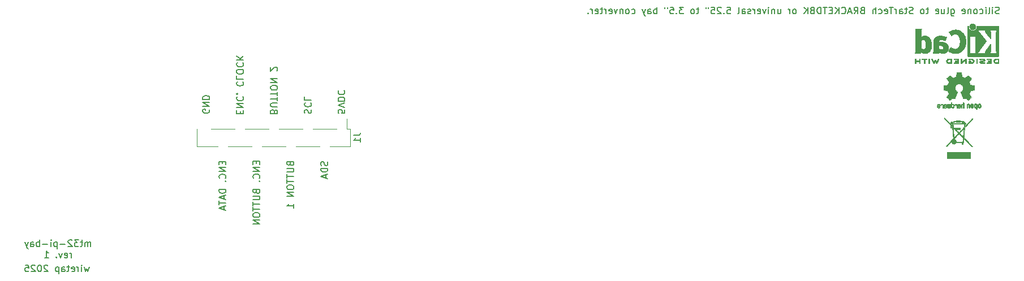
<source format=gbr>
%TF.GenerationSoftware,KiCad,Pcbnew,(5.1.6)-1*%
%TF.CreationDate,2025-05-28T07:42:34-04:00*%
%TF.ProjectId,mt32-pi-bay,6d743332-2d70-4692-9d62-61792e6b6963,rev?*%
%TF.SameCoordinates,Original*%
%TF.FileFunction,Legend,Bot*%
%TF.FilePolarity,Positive*%
%FSLAX46Y46*%
G04 Gerber Fmt 4.6, Leading zero omitted, Abs format (unit mm)*
G04 Created by KiCad (PCBNEW (5.1.6)-1) date 2025-05-28 07:42:34*
%MOMM*%
%LPD*%
G01*
G04 APERTURE LIST*
%ADD10C,0.150000*%
%ADD11C,0.010000*%
%ADD12C,0.120000*%
G04 APERTURE END LIST*
D10*
X83366952Y-109101380D02*
X83366952Y-108434714D01*
X83366952Y-108529952D02*
X83319333Y-108482333D01*
X83224095Y-108434714D01*
X83081238Y-108434714D01*
X82986000Y-108482333D01*
X82938380Y-108577571D01*
X82938380Y-109101380D01*
X82938380Y-108577571D02*
X82890761Y-108482333D01*
X82795523Y-108434714D01*
X82652666Y-108434714D01*
X82557428Y-108482333D01*
X82509809Y-108577571D01*
X82509809Y-109101380D01*
X82176476Y-108434714D02*
X81795523Y-108434714D01*
X82033619Y-108101380D02*
X82033619Y-108958523D01*
X81986000Y-109053761D01*
X81890761Y-109101380D01*
X81795523Y-109101380D01*
X81557428Y-108101380D02*
X80938380Y-108101380D01*
X81271714Y-108482333D01*
X81128857Y-108482333D01*
X81033619Y-108529952D01*
X80986000Y-108577571D01*
X80938380Y-108672809D01*
X80938380Y-108910904D01*
X80986000Y-109006142D01*
X81033619Y-109053761D01*
X81128857Y-109101380D01*
X81414571Y-109101380D01*
X81509809Y-109053761D01*
X81557428Y-109006142D01*
X80557428Y-108196619D02*
X80509809Y-108149000D01*
X80414571Y-108101380D01*
X80176476Y-108101380D01*
X80081238Y-108149000D01*
X80033619Y-108196619D01*
X79986000Y-108291857D01*
X79986000Y-108387095D01*
X80033619Y-108529952D01*
X80605047Y-109101380D01*
X79986000Y-109101380D01*
X79557428Y-108720428D02*
X78795523Y-108720428D01*
X78319333Y-108434714D02*
X78319333Y-109434714D01*
X78319333Y-108482333D02*
X78224095Y-108434714D01*
X78033619Y-108434714D01*
X77938380Y-108482333D01*
X77890761Y-108529952D01*
X77843142Y-108625190D01*
X77843142Y-108910904D01*
X77890761Y-109006142D01*
X77938380Y-109053761D01*
X78033619Y-109101380D01*
X78224095Y-109101380D01*
X78319333Y-109053761D01*
X77414571Y-109101380D02*
X77414571Y-108434714D01*
X77414571Y-108101380D02*
X77462190Y-108149000D01*
X77414571Y-108196619D01*
X77366952Y-108149000D01*
X77414571Y-108101380D01*
X77414571Y-108196619D01*
X76938380Y-108720428D02*
X76176476Y-108720428D01*
X75700285Y-109101380D02*
X75700285Y-108101380D01*
X75700285Y-108482333D02*
X75605047Y-108434714D01*
X75414571Y-108434714D01*
X75319333Y-108482333D01*
X75271714Y-108529952D01*
X75224095Y-108625190D01*
X75224095Y-108910904D01*
X75271714Y-109006142D01*
X75319333Y-109053761D01*
X75414571Y-109101380D01*
X75605047Y-109101380D01*
X75700285Y-109053761D01*
X74366952Y-109101380D02*
X74366952Y-108577571D01*
X74414571Y-108482333D01*
X74509809Y-108434714D01*
X74700285Y-108434714D01*
X74795523Y-108482333D01*
X74366952Y-109053761D02*
X74462190Y-109101380D01*
X74700285Y-109101380D01*
X74795523Y-109053761D01*
X74843142Y-108958523D01*
X74843142Y-108863285D01*
X74795523Y-108768047D01*
X74700285Y-108720428D01*
X74462190Y-108720428D01*
X74366952Y-108672809D01*
X73986000Y-108434714D02*
X73747904Y-109101380D01*
X73509809Y-108434714D02*
X73747904Y-109101380D01*
X73843142Y-109339476D01*
X73890761Y-109387095D01*
X73986000Y-109434714D01*
X80462190Y-110751380D02*
X80462190Y-110084714D01*
X80462190Y-110275190D02*
X80414571Y-110179952D01*
X80366952Y-110132333D01*
X80271714Y-110084714D01*
X80176476Y-110084714D01*
X79462190Y-110703761D02*
X79557428Y-110751380D01*
X79747904Y-110751380D01*
X79843142Y-110703761D01*
X79890761Y-110608523D01*
X79890761Y-110227571D01*
X79843142Y-110132333D01*
X79747904Y-110084714D01*
X79557428Y-110084714D01*
X79462190Y-110132333D01*
X79414571Y-110227571D01*
X79414571Y-110322809D01*
X79890761Y-110418047D01*
X79081238Y-110084714D02*
X78843142Y-110751380D01*
X78605047Y-110084714D01*
X78224095Y-110656142D02*
X78176476Y-110703761D01*
X78224095Y-110751380D01*
X78271714Y-110703761D01*
X78224095Y-110656142D01*
X78224095Y-110751380D01*
X76462190Y-110751380D02*
X77033619Y-110751380D01*
X76747904Y-110751380D02*
X76747904Y-109751380D01*
X76843142Y-109894238D01*
X76938380Y-109989476D01*
X77033619Y-110037095D01*
X83128833Y-112180714D02*
X82938357Y-112847380D01*
X82747880Y-112371190D01*
X82557404Y-112847380D01*
X82366928Y-112180714D01*
X81985976Y-112847380D02*
X81985976Y-112180714D01*
X81985976Y-111847380D02*
X82033595Y-111895000D01*
X81985976Y-111942619D01*
X81938357Y-111895000D01*
X81985976Y-111847380D01*
X81985976Y-111942619D01*
X81509785Y-112847380D02*
X81509785Y-112180714D01*
X81509785Y-112371190D02*
X81462166Y-112275952D01*
X81414547Y-112228333D01*
X81319309Y-112180714D01*
X81224071Y-112180714D01*
X80509785Y-112799761D02*
X80605023Y-112847380D01*
X80795500Y-112847380D01*
X80890738Y-112799761D01*
X80938357Y-112704523D01*
X80938357Y-112323571D01*
X80890738Y-112228333D01*
X80795500Y-112180714D01*
X80605023Y-112180714D01*
X80509785Y-112228333D01*
X80462166Y-112323571D01*
X80462166Y-112418809D01*
X80938357Y-112514047D01*
X80176452Y-112180714D02*
X79795500Y-112180714D01*
X80033595Y-111847380D02*
X80033595Y-112704523D01*
X79985976Y-112799761D01*
X79890738Y-112847380D01*
X79795500Y-112847380D01*
X79033595Y-112847380D02*
X79033595Y-112323571D01*
X79081214Y-112228333D01*
X79176452Y-112180714D01*
X79366928Y-112180714D01*
X79462166Y-112228333D01*
X79033595Y-112799761D02*
X79128833Y-112847380D01*
X79366928Y-112847380D01*
X79462166Y-112799761D01*
X79509785Y-112704523D01*
X79509785Y-112609285D01*
X79462166Y-112514047D01*
X79366928Y-112466428D01*
X79128833Y-112466428D01*
X79033595Y-112418809D01*
X78557404Y-112180714D02*
X78557404Y-113180714D01*
X78557404Y-112228333D02*
X78462166Y-112180714D01*
X78271690Y-112180714D01*
X78176452Y-112228333D01*
X78128833Y-112275952D01*
X78081214Y-112371190D01*
X78081214Y-112656904D01*
X78128833Y-112752142D01*
X78176452Y-112799761D01*
X78271690Y-112847380D01*
X78462166Y-112847380D01*
X78557404Y-112799761D01*
X76938357Y-111942619D02*
X76890738Y-111895000D01*
X76795500Y-111847380D01*
X76557404Y-111847380D01*
X76462166Y-111895000D01*
X76414547Y-111942619D01*
X76366928Y-112037857D01*
X76366928Y-112133095D01*
X76414547Y-112275952D01*
X76985976Y-112847380D01*
X76366928Y-112847380D01*
X75747880Y-111847380D02*
X75652642Y-111847380D01*
X75557404Y-111895000D01*
X75509785Y-111942619D01*
X75462166Y-112037857D01*
X75414547Y-112228333D01*
X75414547Y-112466428D01*
X75462166Y-112656904D01*
X75509785Y-112752142D01*
X75557404Y-112799761D01*
X75652642Y-112847380D01*
X75747880Y-112847380D01*
X75843119Y-112799761D01*
X75890738Y-112752142D01*
X75938357Y-112656904D01*
X75985976Y-112466428D01*
X75985976Y-112228333D01*
X75938357Y-112037857D01*
X75890738Y-111942619D01*
X75843119Y-111895000D01*
X75747880Y-111847380D01*
X75033595Y-111942619D02*
X74985976Y-111895000D01*
X74890738Y-111847380D01*
X74652642Y-111847380D01*
X74557404Y-111895000D01*
X74509785Y-111942619D01*
X74462166Y-112037857D01*
X74462166Y-112133095D01*
X74509785Y-112275952D01*
X75081214Y-112847380D01*
X74462166Y-112847380D01*
X73557404Y-111847380D02*
X74033595Y-111847380D01*
X74081214Y-112323571D01*
X74033595Y-112275952D01*
X73938357Y-112228333D01*
X73700261Y-112228333D01*
X73605023Y-112275952D01*
X73557404Y-112323571D01*
X73509785Y-112418809D01*
X73509785Y-112656904D01*
X73557404Y-112752142D01*
X73605023Y-112799761D01*
X73700261Y-112847380D01*
X73938357Y-112847380D01*
X74033595Y-112799761D01*
X74081214Y-112752142D01*
X219317214Y-74191761D02*
X219174357Y-74239380D01*
X218936261Y-74239380D01*
X218841023Y-74191761D01*
X218793404Y-74144142D01*
X218745785Y-74048904D01*
X218745785Y-73953666D01*
X218793404Y-73858428D01*
X218841023Y-73810809D01*
X218936261Y-73763190D01*
X219126738Y-73715571D01*
X219221976Y-73667952D01*
X219269595Y-73620333D01*
X219317214Y-73525095D01*
X219317214Y-73429857D01*
X219269595Y-73334619D01*
X219221976Y-73287000D01*
X219126738Y-73239380D01*
X218888642Y-73239380D01*
X218745785Y-73287000D01*
X218317214Y-74239380D02*
X218317214Y-73572714D01*
X218317214Y-73239380D02*
X218364833Y-73287000D01*
X218317214Y-73334619D01*
X218269595Y-73287000D01*
X218317214Y-73239380D01*
X218317214Y-73334619D01*
X217698166Y-74239380D02*
X217793404Y-74191761D01*
X217841023Y-74096523D01*
X217841023Y-73239380D01*
X217317214Y-74239380D02*
X217317214Y-73572714D01*
X217317214Y-73239380D02*
X217364833Y-73287000D01*
X217317214Y-73334619D01*
X217269595Y-73287000D01*
X217317214Y-73239380D01*
X217317214Y-73334619D01*
X216412452Y-74191761D02*
X216507690Y-74239380D01*
X216698166Y-74239380D01*
X216793404Y-74191761D01*
X216841023Y-74144142D01*
X216888642Y-74048904D01*
X216888642Y-73763190D01*
X216841023Y-73667952D01*
X216793404Y-73620333D01*
X216698166Y-73572714D01*
X216507690Y-73572714D01*
X216412452Y-73620333D01*
X215841023Y-74239380D02*
X215936261Y-74191761D01*
X215983880Y-74144142D01*
X216031499Y-74048904D01*
X216031499Y-73763190D01*
X215983880Y-73667952D01*
X215936261Y-73620333D01*
X215841023Y-73572714D01*
X215698166Y-73572714D01*
X215602928Y-73620333D01*
X215555309Y-73667952D01*
X215507690Y-73763190D01*
X215507690Y-74048904D01*
X215555309Y-74144142D01*
X215602928Y-74191761D01*
X215698166Y-74239380D01*
X215841023Y-74239380D01*
X215079119Y-73572714D02*
X215079119Y-74239380D01*
X215079119Y-73667952D02*
X215031499Y-73620333D01*
X214936261Y-73572714D01*
X214793404Y-73572714D01*
X214698166Y-73620333D01*
X214650547Y-73715571D01*
X214650547Y-74239380D01*
X213793404Y-74191761D02*
X213888642Y-74239380D01*
X214079119Y-74239380D01*
X214174357Y-74191761D01*
X214221976Y-74096523D01*
X214221976Y-73715571D01*
X214174357Y-73620333D01*
X214079119Y-73572714D01*
X213888642Y-73572714D01*
X213793404Y-73620333D01*
X213745785Y-73715571D01*
X213745785Y-73810809D01*
X214221976Y-73906047D01*
X212126738Y-73572714D02*
X212126738Y-74382238D01*
X212174357Y-74477476D01*
X212221976Y-74525095D01*
X212317214Y-74572714D01*
X212460071Y-74572714D01*
X212555309Y-74525095D01*
X212126738Y-74191761D02*
X212221976Y-74239380D01*
X212412452Y-74239380D01*
X212507690Y-74191761D01*
X212555309Y-74144142D01*
X212602928Y-74048904D01*
X212602928Y-73763190D01*
X212555309Y-73667952D01*
X212507690Y-73620333D01*
X212412452Y-73572714D01*
X212221976Y-73572714D01*
X212126738Y-73620333D01*
X211507690Y-74239380D02*
X211602928Y-74191761D01*
X211650547Y-74096523D01*
X211650547Y-73239380D01*
X210698166Y-73572714D02*
X210698166Y-74239380D01*
X211126738Y-73572714D02*
X211126738Y-74096523D01*
X211079119Y-74191761D01*
X210983880Y-74239380D01*
X210841023Y-74239380D01*
X210745785Y-74191761D01*
X210698166Y-74144142D01*
X209841023Y-74191761D02*
X209936261Y-74239380D01*
X210126738Y-74239380D01*
X210221976Y-74191761D01*
X210269595Y-74096523D01*
X210269595Y-73715571D01*
X210221976Y-73620333D01*
X210126738Y-73572714D01*
X209936261Y-73572714D01*
X209841023Y-73620333D01*
X209793404Y-73715571D01*
X209793404Y-73810809D01*
X210269595Y-73906047D01*
X208745785Y-73572714D02*
X208364833Y-73572714D01*
X208602928Y-73239380D02*
X208602928Y-74096523D01*
X208555309Y-74191761D01*
X208460071Y-74239380D01*
X208364833Y-74239380D01*
X207888642Y-74239380D02*
X207983880Y-74191761D01*
X208031499Y-74144142D01*
X208079119Y-74048904D01*
X208079119Y-73763190D01*
X208031499Y-73667952D01*
X207983880Y-73620333D01*
X207888642Y-73572714D01*
X207745785Y-73572714D01*
X207650547Y-73620333D01*
X207602928Y-73667952D01*
X207555309Y-73763190D01*
X207555309Y-74048904D01*
X207602928Y-74144142D01*
X207650547Y-74191761D01*
X207745785Y-74239380D01*
X207888642Y-74239380D01*
X206412452Y-74191761D02*
X206269595Y-74239380D01*
X206031499Y-74239380D01*
X205936261Y-74191761D01*
X205888642Y-74144142D01*
X205841023Y-74048904D01*
X205841023Y-73953666D01*
X205888642Y-73858428D01*
X205936261Y-73810809D01*
X206031499Y-73763190D01*
X206221976Y-73715571D01*
X206317214Y-73667952D01*
X206364833Y-73620333D01*
X206412452Y-73525095D01*
X206412452Y-73429857D01*
X206364833Y-73334619D01*
X206317214Y-73287000D01*
X206221976Y-73239380D01*
X205983880Y-73239380D01*
X205841023Y-73287000D01*
X205555309Y-73572714D02*
X205174357Y-73572714D01*
X205412452Y-73239380D02*
X205412452Y-74096523D01*
X205364833Y-74191761D01*
X205269595Y-74239380D01*
X205174357Y-74239380D01*
X204412452Y-74239380D02*
X204412452Y-73715571D01*
X204460071Y-73620333D01*
X204555309Y-73572714D01*
X204745785Y-73572714D01*
X204841023Y-73620333D01*
X204412452Y-74191761D02*
X204507690Y-74239380D01*
X204745785Y-74239380D01*
X204841023Y-74191761D01*
X204888642Y-74096523D01*
X204888642Y-74001285D01*
X204841023Y-73906047D01*
X204745785Y-73858428D01*
X204507690Y-73858428D01*
X204412452Y-73810809D01*
X203936261Y-74239380D02*
X203936261Y-73572714D01*
X203936261Y-73763190D02*
X203888642Y-73667952D01*
X203841023Y-73620333D01*
X203745785Y-73572714D01*
X203650547Y-73572714D01*
X203460071Y-73239380D02*
X202888642Y-73239380D01*
X203174357Y-74239380D02*
X203174357Y-73239380D01*
X202174357Y-74191761D02*
X202269595Y-74239380D01*
X202460071Y-74239380D01*
X202555309Y-74191761D01*
X202602928Y-74096523D01*
X202602928Y-73715571D01*
X202555309Y-73620333D01*
X202460071Y-73572714D01*
X202269595Y-73572714D01*
X202174357Y-73620333D01*
X202126738Y-73715571D01*
X202126738Y-73810809D01*
X202602928Y-73906047D01*
X201269595Y-74191761D02*
X201364833Y-74239380D01*
X201555309Y-74239380D01*
X201650547Y-74191761D01*
X201698166Y-74144142D01*
X201745785Y-74048904D01*
X201745785Y-73763190D01*
X201698166Y-73667952D01*
X201650547Y-73620333D01*
X201555309Y-73572714D01*
X201364833Y-73572714D01*
X201269595Y-73620333D01*
X200841023Y-74239380D02*
X200841023Y-73239380D01*
X200412452Y-74239380D02*
X200412452Y-73715571D01*
X200460071Y-73620333D01*
X200555309Y-73572714D01*
X200698166Y-73572714D01*
X200793404Y-73620333D01*
X200841023Y-73667952D01*
X198841023Y-73715571D02*
X198698166Y-73763190D01*
X198650547Y-73810809D01*
X198602928Y-73906047D01*
X198602928Y-74048904D01*
X198650547Y-74144142D01*
X198698166Y-74191761D01*
X198793404Y-74239380D01*
X199174357Y-74239380D01*
X199174357Y-73239380D01*
X198841023Y-73239380D01*
X198745785Y-73287000D01*
X198698166Y-73334619D01*
X198650547Y-73429857D01*
X198650547Y-73525095D01*
X198698166Y-73620333D01*
X198745785Y-73667952D01*
X198841023Y-73715571D01*
X199174357Y-73715571D01*
X197602928Y-74239380D02*
X197936261Y-73763190D01*
X198174357Y-74239380D02*
X198174357Y-73239380D01*
X197793404Y-73239380D01*
X197698166Y-73287000D01*
X197650547Y-73334619D01*
X197602928Y-73429857D01*
X197602928Y-73572714D01*
X197650547Y-73667952D01*
X197698166Y-73715571D01*
X197793404Y-73763190D01*
X198174357Y-73763190D01*
X197221976Y-73953666D02*
X196745785Y-73953666D01*
X197317214Y-74239380D02*
X196983880Y-73239380D01*
X196650547Y-74239380D01*
X195745785Y-74144142D02*
X195793404Y-74191761D01*
X195936261Y-74239380D01*
X196031499Y-74239380D01*
X196174357Y-74191761D01*
X196269595Y-74096523D01*
X196317214Y-74001285D01*
X196364833Y-73810809D01*
X196364833Y-73667952D01*
X196317214Y-73477476D01*
X196269595Y-73382238D01*
X196174357Y-73287000D01*
X196031499Y-73239380D01*
X195936261Y-73239380D01*
X195793404Y-73287000D01*
X195745785Y-73334619D01*
X195317214Y-74239380D02*
X195317214Y-73239380D01*
X194745785Y-74239380D02*
X195174357Y-73667952D01*
X194745785Y-73239380D02*
X195317214Y-73810809D01*
X194317214Y-73715571D02*
X193983880Y-73715571D01*
X193841023Y-74239380D02*
X194317214Y-74239380D01*
X194317214Y-73239380D01*
X193841023Y-73239380D01*
X193555309Y-73239380D02*
X192983880Y-73239380D01*
X193269595Y-74239380D02*
X193269595Y-73239380D01*
X192650547Y-74239380D02*
X192650547Y-73239380D01*
X192412452Y-73239380D01*
X192269595Y-73287000D01*
X192174357Y-73382238D01*
X192126738Y-73477476D01*
X192079119Y-73667952D01*
X192079119Y-73810809D01*
X192126738Y-74001285D01*
X192174357Y-74096523D01*
X192269595Y-74191761D01*
X192412452Y-74239380D01*
X192650547Y-74239380D01*
X191317214Y-73715571D02*
X191174357Y-73763190D01*
X191126738Y-73810809D01*
X191079119Y-73906047D01*
X191079119Y-74048904D01*
X191126738Y-74144142D01*
X191174357Y-74191761D01*
X191269595Y-74239380D01*
X191650547Y-74239380D01*
X191650547Y-73239380D01*
X191317214Y-73239380D01*
X191221976Y-73287000D01*
X191174357Y-73334619D01*
X191126738Y-73429857D01*
X191126738Y-73525095D01*
X191174357Y-73620333D01*
X191221976Y-73667952D01*
X191317214Y-73715571D01*
X191650547Y-73715571D01*
X190650547Y-74239380D02*
X190650547Y-73239380D01*
X190079119Y-74239380D02*
X190507690Y-73667952D01*
X190079119Y-73239380D02*
X190650547Y-73810809D01*
X188745785Y-74239380D02*
X188841023Y-74191761D01*
X188888642Y-74144142D01*
X188936261Y-74048904D01*
X188936261Y-73763190D01*
X188888642Y-73667952D01*
X188841023Y-73620333D01*
X188745785Y-73572714D01*
X188602928Y-73572714D01*
X188507690Y-73620333D01*
X188460071Y-73667952D01*
X188412452Y-73763190D01*
X188412452Y-74048904D01*
X188460071Y-74144142D01*
X188507690Y-74191761D01*
X188602928Y-74239380D01*
X188745785Y-74239380D01*
X187983880Y-74239380D02*
X187983880Y-73572714D01*
X187983880Y-73763190D02*
X187936261Y-73667952D01*
X187888642Y-73620333D01*
X187793404Y-73572714D01*
X187698166Y-73572714D01*
X186174357Y-73572714D02*
X186174357Y-74239380D01*
X186602928Y-73572714D02*
X186602928Y-74096523D01*
X186555309Y-74191761D01*
X186460071Y-74239380D01*
X186317214Y-74239380D01*
X186221976Y-74191761D01*
X186174357Y-74144142D01*
X185698166Y-73572714D02*
X185698166Y-74239380D01*
X185698166Y-73667952D02*
X185650547Y-73620333D01*
X185555309Y-73572714D01*
X185412452Y-73572714D01*
X185317214Y-73620333D01*
X185269595Y-73715571D01*
X185269595Y-74239380D01*
X184793404Y-74239380D02*
X184793404Y-73572714D01*
X184793404Y-73239380D02*
X184841023Y-73287000D01*
X184793404Y-73334619D01*
X184745785Y-73287000D01*
X184793404Y-73239380D01*
X184793404Y-73334619D01*
X184412452Y-73572714D02*
X184174357Y-74239380D01*
X183936261Y-73572714D01*
X183174357Y-74191761D02*
X183269595Y-74239380D01*
X183460071Y-74239380D01*
X183555309Y-74191761D01*
X183602928Y-74096523D01*
X183602928Y-73715571D01*
X183555309Y-73620333D01*
X183460071Y-73572714D01*
X183269595Y-73572714D01*
X183174357Y-73620333D01*
X183126738Y-73715571D01*
X183126738Y-73810809D01*
X183602928Y-73906047D01*
X182698166Y-74239380D02*
X182698166Y-73572714D01*
X182698166Y-73763190D02*
X182650547Y-73667952D01*
X182602928Y-73620333D01*
X182507690Y-73572714D01*
X182412452Y-73572714D01*
X182126738Y-74191761D02*
X182031499Y-74239380D01*
X181841023Y-74239380D01*
X181745785Y-74191761D01*
X181698166Y-74096523D01*
X181698166Y-74048904D01*
X181745785Y-73953666D01*
X181841023Y-73906047D01*
X181983880Y-73906047D01*
X182079119Y-73858428D01*
X182126738Y-73763190D01*
X182126738Y-73715571D01*
X182079119Y-73620333D01*
X181983880Y-73572714D01*
X181841023Y-73572714D01*
X181745785Y-73620333D01*
X180841023Y-74239380D02*
X180841023Y-73715571D01*
X180888642Y-73620333D01*
X180983880Y-73572714D01*
X181174357Y-73572714D01*
X181269595Y-73620333D01*
X180841023Y-74191761D02*
X180936261Y-74239380D01*
X181174357Y-74239380D01*
X181269595Y-74191761D01*
X181317214Y-74096523D01*
X181317214Y-74001285D01*
X181269595Y-73906047D01*
X181174357Y-73858428D01*
X180936261Y-73858428D01*
X180841023Y-73810809D01*
X180221976Y-74239380D02*
X180317214Y-74191761D01*
X180364833Y-74096523D01*
X180364833Y-73239380D01*
X178602928Y-73239380D02*
X179079119Y-73239380D01*
X179126738Y-73715571D01*
X179079119Y-73667952D01*
X178983880Y-73620333D01*
X178745785Y-73620333D01*
X178650547Y-73667952D01*
X178602928Y-73715571D01*
X178555309Y-73810809D01*
X178555309Y-74048904D01*
X178602928Y-74144142D01*
X178650547Y-74191761D01*
X178745785Y-74239380D01*
X178983880Y-74239380D01*
X179079119Y-74191761D01*
X179126738Y-74144142D01*
X178126738Y-74144142D02*
X178079119Y-74191761D01*
X178126738Y-74239380D01*
X178174357Y-74191761D01*
X178126738Y-74144142D01*
X178126738Y-74239380D01*
X177698166Y-73334619D02*
X177650547Y-73287000D01*
X177555309Y-73239380D01*
X177317214Y-73239380D01*
X177221976Y-73287000D01*
X177174357Y-73334619D01*
X177126738Y-73429857D01*
X177126738Y-73525095D01*
X177174357Y-73667952D01*
X177745785Y-74239380D01*
X177126738Y-74239380D01*
X176221976Y-73239380D02*
X176698166Y-73239380D01*
X176745785Y-73715571D01*
X176698166Y-73667952D01*
X176602928Y-73620333D01*
X176364833Y-73620333D01*
X176269595Y-73667952D01*
X176221976Y-73715571D01*
X176174357Y-73810809D01*
X176174357Y-74048904D01*
X176221976Y-74144142D01*
X176269595Y-74191761D01*
X176364833Y-74239380D01*
X176602928Y-74239380D01*
X176698166Y-74191761D01*
X176745785Y-74144142D01*
X175793404Y-73239380D02*
X175793404Y-73429857D01*
X175412452Y-73239380D02*
X175412452Y-73429857D01*
X174364833Y-73572714D02*
X173983880Y-73572714D01*
X174221976Y-73239380D02*
X174221976Y-74096523D01*
X174174357Y-74191761D01*
X174079119Y-74239380D01*
X173983880Y-74239380D01*
X173507690Y-74239380D02*
X173602928Y-74191761D01*
X173650547Y-74144142D01*
X173698166Y-74048904D01*
X173698166Y-73763190D01*
X173650547Y-73667952D01*
X173602928Y-73620333D01*
X173507690Y-73572714D01*
X173364833Y-73572714D01*
X173269595Y-73620333D01*
X173221976Y-73667952D01*
X173174357Y-73763190D01*
X173174357Y-74048904D01*
X173221976Y-74144142D01*
X173269595Y-74191761D01*
X173364833Y-74239380D01*
X173507690Y-74239380D01*
X172079119Y-73239380D02*
X171460071Y-73239380D01*
X171793404Y-73620333D01*
X171650547Y-73620333D01*
X171555309Y-73667952D01*
X171507690Y-73715571D01*
X171460071Y-73810809D01*
X171460071Y-74048904D01*
X171507690Y-74144142D01*
X171555309Y-74191761D01*
X171650547Y-74239380D01*
X171936261Y-74239380D01*
X172031499Y-74191761D01*
X172079119Y-74144142D01*
X171031499Y-74144142D02*
X170983880Y-74191761D01*
X171031499Y-74239380D01*
X171079119Y-74191761D01*
X171031499Y-74144142D01*
X171031499Y-74239380D01*
X170079119Y-73239380D02*
X170555309Y-73239380D01*
X170602928Y-73715571D01*
X170555309Y-73667952D01*
X170460071Y-73620333D01*
X170221976Y-73620333D01*
X170126738Y-73667952D01*
X170079119Y-73715571D01*
X170031500Y-73810809D01*
X170031500Y-74048904D01*
X170079119Y-74144142D01*
X170126738Y-74191761D01*
X170221976Y-74239380D01*
X170460071Y-74239380D01*
X170555309Y-74191761D01*
X170602928Y-74144142D01*
X169650547Y-73239380D02*
X169650547Y-73429857D01*
X169269595Y-73239380D02*
X169269595Y-73429857D01*
X168079119Y-74239380D02*
X168079119Y-73239380D01*
X168079119Y-73620333D02*
X167983880Y-73572714D01*
X167793404Y-73572714D01*
X167698166Y-73620333D01*
X167650547Y-73667952D01*
X167602928Y-73763190D01*
X167602928Y-74048904D01*
X167650547Y-74144142D01*
X167698166Y-74191761D01*
X167793404Y-74239380D01*
X167983880Y-74239380D01*
X168079119Y-74191761D01*
X166745785Y-74239380D02*
X166745785Y-73715571D01*
X166793404Y-73620333D01*
X166888642Y-73572714D01*
X167079119Y-73572714D01*
X167174357Y-73620333D01*
X166745785Y-74191761D02*
X166841023Y-74239380D01*
X167079119Y-74239380D01*
X167174357Y-74191761D01*
X167221976Y-74096523D01*
X167221976Y-74001285D01*
X167174357Y-73906047D01*
X167079119Y-73858428D01*
X166841023Y-73858428D01*
X166745785Y-73810809D01*
X166364833Y-73572714D02*
X166126738Y-74239380D01*
X165888642Y-73572714D02*
X166126738Y-74239380D01*
X166221976Y-74477476D01*
X166269595Y-74525095D01*
X166364833Y-74572714D01*
X164317214Y-74191761D02*
X164412452Y-74239380D01*
X164602928Y-74239380D01*
X164698166Y-74191761D01*
X164745785Y-74144142D01*
X164793404Y-74048904D01*
X164793404Y-73763190D01*
X164745785Y-73667952D01*
X164698166Y-73620333D01*
X164602928Y-73572714D01*
X164412452Y-73572714D01*
X164317214Y-73620333D01*
X163745785Y-74239380D02*
X163841023Y-74191761D01*
X163888642Y-74144142D01*
X163936261Y-74048904D01*
X163936261Y-73763190D01*
X163888642Y-73667952D01*
X163841023Y-73620333D01*
X163745785Y-73572714D01*
X163602928Y-73572714D01*
X163507690Y-73620333D01*
X163460071Y-73667952D01*
X163412452Y-73763190D01*
X163412452Y-74048904D01*
X163460071Y-74144142D01*
X163507690Y-74191761D01*
X163602928Y-74239380D01*
X163745785Y-74239380D01*
X162983880Y-73572714D02*
X162983880Y-74239380D01*
X162983880Y-73667952D02*
X162936261Y-73620333D01*
X162841023Y-73572714D01*
X162698166Y-73572714D01*
X162602928Y-73620333D01*
X162555309Y-73715571D01*
X162555309Y-74239380D01*
X162174357Y-73572714D02*
X161936261Y-74239380D01*
X161698166Y-73572714D01*
X160936261Y-74191761D02*
X161031500Y-74239380D01*
X161221976Y-74239380D01*
X161317214Y-74191761D01*
X161364833Y-74096523D01*
X161364833Y-73715571D01*
X161317214Y-73620333D01*
X161221976Y-73572714D01*
X161031500Y-73572714D01*
X160936261Y-73620333D01*
X160888642Y-73715571D01*
X160888642Y-73810809D01*
X161364833Y-73906047D01*
X160460071Y-74239380D02*
X160460071Y-73572714D01*
X160460071Y-73763190D02*
X160412452Y-73667952D01*
X160364833Y-73620333D01*
X160269595Y-73572714D01*
X160174357Y-73572714D01*
X159983880Y-73572714D02*
X159602928Y-73572714D01*
X159841023Y-73239380D02*
X159841023Y-74096523D01*
X159793404Y-74191761D01*
X159698166Y-74239380D01*
X159602928Y-74239380D01*
X158888642Y-74191761D02*
X158983880Y-74239380D01*
X159174357Y-74239380D01*
X159269595Y-74191761D01*
X159317214Y-74096523D01*
X159317214Y-73715571D01*
X159269595Y-73620333D01*
X159174357Y-73572714D01*
X158983880Y-73572714D01*
X158888642Y-73620333D01*
X158841023Y-73715571D01*
X158841023Y-73810809D01*
X159317214Y-73906047D01*
X158412452Y-74239380D02*
X158412452Y-73572714D01*
X158412452Y-73763190D02*
X158364833Y-73667952D01*
X158317214Y-73620333D01*
X158221976Y-73572714D01*
X158126738Y-73572714D01*
X157793404Y-74144142D02*
X157745785Y-74191761D01*
X157793404Y-74239380D01*
X157841023Y-74191761D01*
X157793404Y-74144142D01*
X157793404Y-74239380D01*
X101084000Y-88582404D02*
X101131619Y-88677642D01*
X101131619Y-88820500D01*
X101084000Y-88963357D01*
X100988761Y-89058595D01*
X100893523Y-89106214D01*
X100703047Y-89153833D01*
X100560190Y-89153833D01*
X100369714Y-89106214D01*
X100274476Y-89058595D01*
X100179238Y-88963357D01*
X100131619Y-88820500D01*
X100131619Y-88725261D01*
X100179238Y-88582404D01*
X100226857Y-88534785D01*
X100560190Y-88534785D01*
X100560190Y-88725261D01*
X100131619Y-88106214D02*
X101131619Y-88106214D01*
X100131619Y-87534785D01*
X101131619Y-87534785D01*
X100131619Y-87058595D02*
X101131619Y-87058595D01*
X101131619Y-86820500D01*
X101084000Y-86677642D01*
X100988761Y-86582404D01*
X100893523Y-86534785D01*
X100703047Y-86487166D01*
X100560190Y-86487166D01*
X100369714Y-86534785D01*
X100274476Y-86582404D01*
X100179238Y-86677642D01*
X100131619Y-86820500D01*
X100131619Y-87058595D01*
X103052571Y-96353761D02*
X103052571Y-96687095D01*
X103576380Y-96829952D02*
X103576380Y-96353761D01*
X102576380Y-96353761D01*
X102576380Y-96829952D01*
X103576380Y-97258523D02*
X102576380Y-97258523D01*
X103576380Y-97829952D01*
X102576380Y-97829952D01*
X103481142Y-98877571D02*
X103528761Y-98829952D01*
X103576380Y-98687095D01*
X103576380Y-98591857D01*
X103528761Y-98449000D01*
X103433523Y-98353761D01*
X103338285Y-98306142D01*
X103147809Y-98258523D01*
X103004952Y-98258523D01*
X102814476Y-98306142D01*
X102719238Y-98353761D01*
X102624000Y-98449000D01*
X102576380Y-98591857D01*
X102576380Y-98687095D01*
X102624000Y-98829952D01*
X102671619Y-98877571D01*
X103481142Y-99306142D02*
X103528761Y-99353761D01*
X103576380Y-99306142D01*
X103528761Y-99258523D01*
X103481142Y-99306142D01*
X103576380Y-99306142D01*
X103576380Y-100544238D02*
X102576380Y-100544238D01*
X102576380Y-100782333D01*
X102624000Y-100925190D01*
X102719238Y-101020428D01*
X102814476Y-101068047D01*
X103004952Y-101115666D01*
X103147809Y-101115666D01*
X103338285Y-101068047D01*
X103433523Y-101020428D01*
X103528761Y-100925190D01*
X103576380Y-100782333D01*
X103576380Y-100544238D01*
X103290666Y-101496619D02*
X103290666Y-101972809D01*
X103576380Y-101401380D02*
X102576380Y-101734714D01*
X103576380Y-102068047D01*
X102576380Y-102258523D02*
X102576380Y-102829952D01*
X103576380Y-102544238D02*
X102576380Y-102544238D01*
X103290666Y-103115666D02*
X103290666Y-103591857D01*
X103576380Y-103020428D02*
X102576380Y-103353761D01*
X103576380Y-103687095D01*
X105735428Y-89185214D02*
X105735428Y-88851880D01*
X105211619Y-88709023D02*
X105211619Y-89185214D01*
X106211619Y-89185214D01*
X106211619Y-88709023D01*
X105211619Y-88280452D02*
X106211619Y-88280452D01*
X105211619Y-87709023D01*
X106211619Y-87709023D01*
X105306857Y-86661404D02*
X105259238Y-86709023D01*
X105211619Y-86851880D01*
X105211619Y-86947119D01*
X105259238Y-87089976D01*
X105354476Y-87185214D01*
X105449714Y-87232833D01*
X105640190Y-87280452D01*
X105783047Y-87280452D01*
X105973523Y-87232833D01*
X106068761Y-87185214D01*
X106164000Y-87089976D01*
X106211619Y-86947119D01*
X106211619Y-86851880D01*
X106164000Y-86709023D01*
X106116380Y-86661404D01*
X105306857Y-86232833D02*
X105259238Y-86185214D01*
X105211619Y-86232833D01*
X105259238Y-86280452D01*
X105306857Y-86232833D01*
X105211619Y-86232833D01*
X105306857Y-84423309D02*
X105259238Y-84470928D01*
X105211619Y-84613785D01*
X105211619Y-84709023D01*
X105259238Y-84851880D01*
X105354476Y-84947119D01*
X105449714Y-84994738D01*
X105640190Y-85042357D01*
X105783047Y-85042357D01*
X105973523Y-84994738D01*
X106068761Y-84947119D01*
X106164000Y-84851880D01*
X106211619Y-84709023D01*
X106211619Y-84613785D01*
X106164000Y-84470928D01*
X106116380Y-84423309D01*
X105211619Y-83518547D02*
X105211619Y-83994738D01*
X106211619Y-83994738D01*
X106211619Y-82994738D02*
X106211619Y-82804261D01*
X106164000Y-82709023D01*
X106068761Y-82613785D01*
X105878285Y-82566166D01*
X105544952Y-82566166D01*
X105354476Y-82613785D01*
X105259238Y-82709023D01*
X105211619Y-82804261D01*
X105211619Y-82994738D01*
X105259238Y-83089976D01*
X105354476Y-83185214D01*
X105544952Y-83232833D01*
X105878285Y-83232833D01*
X106068761Y-83185214D01*
X106164000Y-83089976D01*
X106211619Y-82994738D01*
X105306857Y-81566166D02*
X105259238Y-81613785D01*
X105211619Y-81756642D01*
X105211619Y-81851880D01*
X105259238Y-81994738D01*
X105354476Y-82089976D01*
X105449714Y-82137595D01*
X105640190Y-82185214D01*
X105783047Y-82185214D01*
X105973523Y-82137595D01*
X106068761Y-82089976D01*
X106164000Y-81994738D01*
X106211619Y-81851880D01*
X106211619Y-81756642D01*
X106164000Y-81613785D01*
X106116380Y-81566166D01*
X105211619Y-81137595D02*
X106211619Y-81137595D01*
X105211619Y-80566166D02*
X105783047Y-80994738D01*
X106211619Y-80566166D02*
X105640190Y-81137595D01*
X108132571Y-96338023D02*
X108132571Y-96671357D01*
X108656380Y-96814214D02*
X108656380Y-96338023D01*
X107656380Y-96338023D01*
X107656380Y-96814214D01*
X108656380Y-97242785D02*
X107656380Y-97242785D01*
X108656380Y-97814214D01*
X107656380Y-97814214D01*
X108561142Y-98861833D02*
X108608761Y-98814214D01*
X108656380Y-98671357D01*
X108656380Y-98576119D01*
X108608761Y-98433261D01*
X108513523Y-98338023D01*
X108418285Y-98290404D01*
X108227809Y-98242785D01*
X108084952Y-98242785D01*
X107894476Y-98290404D01*
X107799238Y-98338023D01*
X107704000Y-98433261D01*
X107656380Y-98576119D01*
X107656380Y-98671357D01*
X107704000Y-98814214D01*
X107751619Y-98861833D01*
X108561142Y-99290404D02*
X108608761Y-99338023D01*
X108656380Y-99290404D01*
X108608761Y-99242785D01*
X108561142Y-99290404D01*
X108656380Y-99290404D01*
X108132571Y-100861833D02*
X108180190Y-101004690D01*
X108227809Y-101052309D01*
X108323047Y-101099928D01*
X108465904Y-101099928D01*
X108561142Y-101052309D01*
X108608761Y-101004690D01*
X108656380Y-100909452D01*
X108656380Y-100528500D01*
X107656380Y-100528500D01*
X107656380Y-100861833D01*
X107704000Y-100957071D01*
X107751619Y-101004690D01*
X107846857Y-101052309D01*
X107942095Y-101052309D01*
X108037333Y-101004690D01*
X108084952Y-100957071D01*
X108132571Y-100861833D01*
X108132571Y-100528500D01*
X107656380Y-101528500D02*
X108465904Y-101528500D01*
X108561142Y-101576119D01*
X108608761Y-101623738D01*
X108656380Y-101718976D01*
X108656380Y-101909452D01*
X108608761Y-102004690D01*
X108561142Y-102052309D01*
X108465904Y-102099928D01*
X107656380Y-102099928D01*
X107656380Y-102433261D02*
X107656380Y-103004690D01*
X108656380Y-102718976D02*
X107656380Y-102718976D01*
X107656380Y-103195166D02*
X107656380Y-103766595D01*
X108656380Y-103480880D02*
X107656380Y-103480880D01*
X107656380Y-104290404D02*
X107656380Y-104480880D01*
X107704000Y-104576119D01*
X107799238Y-104671357D01*
X107989714Y-104718976D01*
X108323047Y-104718976D01*
X108513523Y-104671357D01*
X108608761Y-104576119D01*
X108656380Y-104480880D01*
X108656380Y-104290404D01*
X108608761Y-104195166D01*
X108513523Y-104099928D01*
X108323047Y-104052309D01*
X107989714Y-104052309D01*
X107799238Y-104099928D01*
X107704000Y-104195166D01*
X107656380Y-104290404D01*
X108656380Y-105147547D02*
X107656380Y-105147547D01*
X108656380Y-105718976D01*
X107656380Y-105718976D01*
X110815428Y-88844047D02*
X110767809Y-88701190D01*
X110720190Y-88653571D01*
X110624952Y-88605952D01*
X110482095Y-88605952D01*
X110386857Y-88653571D01*
X110339238Y-88701190D01*
X110291619Y-88796428D01*
X110291619Y-89177380D01*
X111291619Y-89177380D01*
X111291619Y-88844047D01*
X111244000Y-88748809D01*
X111196380Y-88701190D01*
X111101142Y-88653571D01*
X111005904Y-88653571D01*
X110910666Y-88701190D01*
X110863047Y-88748809D01*
X110815428Y-88844047D01*
X110815428Y-89177380D01*
X111291619Y-88177380D02*
X110482095Y-88177380D01*
X110386857Y-88129761D01*
X110339238Y-88082142D01*
X110291619Y-87986904D01*
X110291619Y-87796428D01*
X110339238Y-87701190D01*
X110386857Y-87653571D01*
X110482095Y-87605952D01*
X111291619Y-87605952D01*
X111291619Y-87272619D02*
X111291619Y-86701190D01*
X110291619Y-86986904D02*
X111291619Y-86986904D01*
X111291619Y-86510714D02*
X111291619Y-85939285D01*
X110291619Y-86225000D02*
X111291619Y-86225000D01*
X111291619Y-85415476D02*
X111291619Y-85225000D01*
X111244000Y-85129761D01*
X111148761Y-85034523D01*
X110958285Y-84986904D01*
X110624952Y-84986904D01*
X110434476Y-85034523D01*
X110339238Y-85129761D01*
X110291619Y-85225000D01*
X110291619Y-85415476D01*
X110339238Y-85510714D01*
X110434476Y-85605952D01*
X110624952Y-85653571D01*
X110958285Y-85653571D01*
X111148761Y-85605952D01*
X111244000Y-85510714D01*
X111291619Y-85415476D01*
X110291619Y-84558333D02*
X111291619Y-84558333D01*
X110291619Y-83986904D01*
X111291619Y-83986904D01*
X111196380Y-82796428D02*
X111244000Y-82748809D01*
X111291619Y-82653571D01*
X111291619Y-82415476D01*
X111244000Y-82320238D01*
X111196380Y-82272619D01*
X111101142Y-82225000D01*
X111005904Y-82225000D01*
X110863047Y-82272619D01*
X110291619Y-82844047D01*
X110291619Y-82225000D01*
X113212571Y-96702952D02*
X113260190Y-96845809D01*
X113307809Y-96893428D01*
X113403047Y-96941047D01*
X113545904Y-96941047D01*
X113641142Y-96893428D01*
X113688761Y-96845809D01*
X113736380Y-96750571D01*
X113736380Y-96369619D01*
X112736380Y-96369619D01*
X112736380Y-96702952D01*
X112784000Y-96798190D01*
X112831619Y-96845809D01*
X112926857Y-96893428D01*
X113022095Y-96893428D01*
X113117333Y-96845809D01*
X113164952Y-96798190D01*
X113212571Y-96702952D01*
X113212571Y-96369619D01*
X112736380Y-97369619D02*
X113545904Y-97369619D01*
X113641142Y-97417238D01*
X113688761Y-97464857D01*
X113736380Y-97560095D01*
X113736380Y-97750571D01*
X113688761Y-97845809D01*
X113641142Y-97893428D01*
X113545904Y-97941047D01*
X112736380Y-97941047D01*
X112736380Y-98274380D02*
X112736380Y-98845809D01*
X113736380Y-98560095D02*
X112736380Y-98560095D01*
X112736380Y-99036285D02*
X112736380Y-99607714D01*
X113736380Y-99322000D02*
X112736380Y-99322000D01*
X112736380Y-100131523D02*
X112736380Y-100322000D01*
X112784000Y-100417238D01*
X112879238Y-100512476D01*
X113069714Y-100560095D01*
X113403047Y-100560095D01*
X113593523Y-100512476D01*
X113688761Y-100417238D01*
X113736380Y-100322000D01*
X113736380Y-100131523D01*
X113688761Y-100036285D01*
X113593523Y-99941047D01*
X113403047Y-99893428D01*
X113069714Y-99893428D01*
X112879238Y-99941047D01*
X112784000Y-100036285D01*
X112736380Y-100131523D01*
X113736380Y-100988666D02*
X112736380Y-100988666D01*
X113736380Y-101560095D01*
X112736380Y-101560095D01*
X113736380Y-103322000D02*
X113736380Y-102750571D01*
X113736380Y-103036285D02*
X112736380Y-103036285D01*
X112879238Y-102941047D01*
X112974476Y-102845809D01*
X113022095Y-102750571D01*
X115419238Y-89137976D02*
X115371619Y-88995119D01*
X115371619Y-88757023D01*
X115419238Y-88661785D01*
X115466857Y-88614166D01*
X115562095Y-88566547D01*
X115657333Y-88566547D01*
X115752571Y-88614166D01*
X115800190Y-88661785D01*
X115847809Y-88757023D01*
X115895428Y-88947500D01*
X115943047Y-89042738D01*
X115990666Y-89090357D01*
X116085904Y-89137976D01*
X116181142Y-89137976D01*
X116276380Y-89090357D01*
X116324000Y-89042738D01*
X116371619Y-88947500D01*
X116371619Y-88709404D01*
X116324000Y-88566547D01*
X115466857Y-87566547D02*
X115419238Y-87614166D01*
X115371619Y-87757023D01*
X115371619Y-87852261D01*
X115419238Y-87995119D01*
X115514476Y-88090357D01*
X115609714Y-88137976D01*
X115800190Y-88185595D01*
X115943047Y-88185595D01*
X116133523Y-88137976D01*
X116228761Y-88090357D01*
X116324000Y-87995119D01*
X116371619Y-87852261D01*
X116371619Y-87757023D01*
X116324000Y-87614166D01*
X116276380Y-87566547D01*
X115371619Y-86661785D02*
X115371619Y-87137976D01*
X116371619Y-87137976D01*
X118768761Y-96385214D02*
X118816380Y-96528071D01*
X118816380Y-96766166D01*
X118768761Y-96861404D01*
X118721142Y-96909023D01*
X118625904Y-96956642D01*
X118530666Y-96956642D01*
X118435428Y-96909023D01*
X118387809Y-96861404D01*
X118340190Y-96766166D01*
X118292571Y-96575690D01*
X118244952Y-96480452D01*
X118197333Y-96432833D01*
X118102095Y-96385214D01*
X118006857Y-96385214D01*
X117911619Y-96432833D01*
X117864000Y-96480452D01*
X117816380Y-96575690D01*
X117816380Y-96813785D01*
X117864000Y-96956642D01*
X118816380Y-97385214D02*
X117816380Y-97385214D01*
X117816380Y-97623309D01*
X117864000Y-97766166D01*
X117959238Y-97861404D01*
X118054476Y-97909023D01*
X118244952Y-97956642D01*
X118387809Y-97956642D01*
X118578285Y-97909023D01*
X118673523Y-97861404D01*
X118768761Y-97766166D01*
X118816380Y-97623309D01*
X118816380Y-97385214D01*
X118530666Y-98337595D02*
X118530666Y-98813785D01*
X118816380Y-98242357D02*
X117816380Y-98575690D01*
X118816380Y-98909023D01*
X121388119Y-88629976D02*
X121388119Y-89106166D01*
X120911928Y-89153785D01*
X120959547Y-89106166D01*
X121007166Y-89010928D01*
X121007166Y-88772833D01*
X120959547Y-88677595D01*
X120911928Y-88629976D01*
X120816690Y-88582357D01*
X120578595Y-88582357D01*
X120483357Y-88629976D01*
X120435738Y-88677595D01*
X120388119Y-88772833D01*
X120388119Y-89010928D01*
X120435738Y-89106166D01*
X120483357Y-89153785D01*
X121388119Y-88296642D02*
X120388119Y-87963309D01*
X121388119Y-87629976D01*
X120388119Y-87296642D02*
X121388119Y-87296642D01*
X121388119Y-87058547D01*
X121340500Y-86915690D01*
X121245261Y-86820452D01*
X121150023Y-86772833D01*
X120959547Y-86725214D01*
X120816690Y-86725214D01*
X120626214Y-86772833D01*
X120530976Y-86820452D01*
X120435738Y-86915690D01*
X120388119Y-87058547D01*
X120388119Y-87296642D01*
X120483357Y-85725214D02*
X120435738Y-85772833D01*
X120388119Y-85915690D01*
X120388119Y-86010928D01*
X120435738Y-86153785D01*
X120530976Y-86249023D01*
X120626214Y-86296642D01*
X120816690Y-86344261D01*
X120959547Y-86344261D01*
X121150023Y-86296642D01*
X121245261Y-86249023D01*
X121340500Y-86153785D01*
X121388119Y-86010928D01*
X121388119Y-85915690D01*
X121340500Y-85772833D01*
X121292880Y-85725214D01*
D11*
%TO.C,REF\u002A\u002A*%
G36*
X211108570Y-89901848D02*
G01*
X211109189Y-89988931D01*
X211560914Y-90447891D01*
X212012639Y-90906852D01*
X212012968Y-91117471D01*
X212013297Y-91328089D01*
X212288390Y-91328089D01*
X212295478Y-91381530D01*
X212298162Y-91405888D01*
X212302687Y-91451759D01*
X212308809Y-91516405D01*
X212316288Y-91597091D01*
X212324881Y-91691081D01*
X212334346Y-91795637D01*
X212344442Y-91908025D01*
X212354926Y-92025507D01*
X212365556Y-92145348D01*
X212376091Y-92264811D01*
X212386287Y-92381159D01*
X212395905Y-92491657D01*
X212404700Y-92593569D01*
X212412432Y-92684158D01*
X212418858Y-92760687D01*
X212423737Y-92820421D01*
X212426825Y-92860624D01*
X212427883Y-92878559D01*
X212427882Y-92878644D01*
X212420173Y-92893035D01*
X212397019Y-92922748D01*
X212358105Y-92968131D01*
X212303116Y-93029529D01*
X212231736Y-93107288D01*
X212143651Y-93201754D01*
X212038546Y-93313272D01*
X211916105Y-93442188D01*
X211881690Y-93478287D01*
X211335863Y-94050416D01*
X211424119Y-94138436D01*
X211495515Y-94060758D01*
X211521634Y-94032686D01*
X211562434Y-93989274D01*
X211615223Y-93933366D01*
X211677309Y-93867808D01*
X211746000Y-93795441D01*
X211818604Y-93719112D01*
X211862040Y-93673524D01*
X211943584Y-93588119D01*
X212009496Y-93519710D01*
X212061456Y-93467053D01*
X212101145Y-93428905D01*
X212130243Y-93404020D01*
X212150431Y-93391156D01*
X212163390Y-93389068D01*
X212170800Y-93396513D01*
X212174342Y-93412246D01*
X212175697Y-93435023D01*
X212175879Y-93441239D01*
X212185297Y-93484061D01*
X212208503Y-93535819D01*
X212240864Y-93588328D01*
X212277748Y-93633403D01*
X212292507Y-93647328D01*
X212368233Y-93696047D01*
X212456692Y-93723306D01*
X212534900Y-93729773D01*
X212623532Y-93717576D01*
X212705388Y-93681813D01*
X212777836Y-93623722D01*
X212791203Y-93609262D01*
X212840082Y-93553733D01*
X213685674Y-93553733D01*
X213685674Y-93729773D01*
X213912010Y-93729773D01*
X213912010Y-93647531D01*
X213914850Y-93591386D01*
X213924393Y-93552416D01*
X213935991Y-93531219D01*
X213944277Y-93516052D01*
X213951373Y-93494062D01*
X213957748Y-93461987D01*
X213963872Y-93416569D01*
X213970216Y-93354548D01*
X213977250Y-93272662D01*
X213982066Y-93211746D01*
X214004161Y-92926343D01*
X214546565Y-93475805D01*
X214644637Y-93575228D01*
X214738784Y-93670815D01*
X214827285Y-93760810D01*
X214908420Y-93843457D01*
X214980469Y-93917001D01*
X215041712Y-93979684D01*
X215090427Y-94029752D01*
X215124896Y-94065448D01*
X215143379Y-94084995D01*
X215173743Y-94115944D01*
X215199071Y-94137530D01*
X215212695Y-94144723D01*
X215230095Y-94136297D01*
X215255460Y-94115245D01*
X215264058Y-94106671D01*
X215300514Y-94068620D01*
X215099802Y-93864658D01*
X215048596Y-93812699D01*
X214982569Y-93745820D01*
X214904618Y-93666950D01*
X214817638Y-93579014D01*
X214724526Y-93484941D01*
X214628179Y-93387658D01*
X214531492Y-93290093D01*
X214462134Y-93220145D01*
X214356703Y-93113550D01*
X214268129Y-93023307D01*
X214195281Y-92948192D01*
X214137023Y-92886986D01*
X214092225Y-92838466D01*
X214070021Y-92813129D01*
X213891724Y-92813129D01*
X213869401Y-93098555D01*
X213862669Y-93182219D01*
X213856157Y-93258727D01*
X213850234Y-93324081D01*
X213845268Y-93374281D01*
X213841629Y-93405329D01*
X213840458Y-93412273D01*
X213833838Y-93440565D01*
X212884364Y-93440565D01*
X212878026Y-93361606D01*
X212858890Y-93268315D01*
X212818846Y-93185791D01*
X212760418Y-93117038D01*
X212686129Y-93065063D01*
X212602748Y-93033863D01*
X212575698Y-93019228D01*
X212562156Y-92987819D01*
X212561872Y-92986434D01*
X212560247Y-92973174D01*
X212562256Y-92959595D01*
X212569858Y-92943181D01*
X212585016Y-92921411D01*
X212609688Y-92891767D01*
X212645836Y-92851732D01*
X212695420Y-92798785D01*
X212760401Y-92730409D01*
X212764599Y-92726005D01*
X212834493Y-92652611D01*
X212908800Y-92574437D01*
X212982414Y-92496864D01*
X213050229Y-92425275D01*
X213107140Y-92365051D01*
X213119832Y-92351587D01*
X213168487Y-92300820D01*
X213211709Y-92257375D01*
X213246395Y-92224241D01*
X213269444Y-92204405D01*
X213277182Y-92200046D01*
X213288722Y-92209170D01*
X213315710Y-92234200D01*
X213356021Y-92273052D01*
X213407529Y-92323643D01*
X213468109Y-92383888D01*
X213535636Y-92451704D01*
X213590826Y-92507565D01*
X213891724Y-92813129D01*
X214070021Y-92813129D01*
X214059751Y-92801411D01*
X214038471Y-92774599D01*
X214027251Y-92756808D01*
X214024754Y-92748570D01*
X214025700Y-92730590D01*
X214028573Y-92689892D01*
X214033187Y-92628819D01*
X214039358Y-92549713D01*
X214046898Y-92454914D01*
X214055621Y-92346767D01*
X214065343Y-92227612D01*
X214075876Y-92099791D01*
X214084365Y-91997635D01*
X214132396Y-91421674D01*
X214008805Y-91421674D01*
X214008273Y-91434104D01*
X214005769Y-91469110D01*
X214001496Y-91524215D01*
X213995653Y-91596943D01*
X213988443Y-91684814D01*
X213980066Y-91785351D01*
X213970723Y-91896077D01*
X213961758Y-92001205D01*
X213951602Y-92120483D01*
X213942142Y-92233080D01*
X213933596Y-92336305D01*
X213926179Y-92427473D01*
X213920108Y-92503895D01*
X213915601Y-92562883D01*
X213912873Y-92601749D01*
X213912116Y-92616844D01*
X213910935Y-92626238D01*
X213906256Y-92629966D01*
X213896276Y-92626471D01*
X213879190Y-92614199D01*
X213853196Y-92591594D01*
X213816490Y-92557100D01*
X213767267Y-92509162D01*
X213703726Y-92446224D01*
X213636305Y-92378968D01*
X213360601Y-92103477D01*
X213362533Y-92101406D01*
X213180290Y-92101406D01*
X213171984Y-92112780D01*
X213148733Y-92139563D01*
X213112865Y-92179292D01*
X213066713Y-92229507D01*
X213012606Y-92287746D01*
X212952874Y-92351547D01*
X212889848Y-92418449D01*
X212825858Y-92485990D01*
X212763236Y-92551710D01*
X212704310Y-92613146D01*
X212651412Y-92667837D01*
X212606872Y-92713322D01*
X212573020Y-92747138D01*
X212552188Y-92766826D01*
X212546506Y-92770837D01*
X212544634Y-92757891D01*
X212540746Y-92722134D01*
X212535057Y-92665804D01*
X212527781Y-92591140D01*
X212519131Y-92500380D01*
X212509322Y-92395762D01*
X212498566Y-92279526D01*
X212487079Y-92153908D01*
X212477907Y-92052618D01*
X212466174Y-91921279D01*
X212455335Y-91797552D01*
X212445570Y-91683681D01*
X212437063Y-91581911D01*
X212429995Y-91494487D01*
X212424549Y-91423653D01*
X212420908Y-91371653D01*
X212419253Y-91340732D01*
X212419442Y-91332703D01*
X212429334Y-91339854D01*
X212454524Y-91362841D01*
X212492810Y-91399439D01*
X212541989Y-91447422D01*
X212599861Y-91504566D01*
X212664222Y-91568647D01*
X212732871Y-91637438D01*
X212803605Y-91708716D01*
X212874222Y-91780255D01*
X212942520Y-91849830D01*
X213006296Y-91915217D01*
X213063350Y-91974191D01*
X213111478Y-92024527D01*
X213148478Y-92063999D01*
X213172148Y-92090383D01*
X213180290Y-92101406D01*
X213362533Y-92101406D01*
X213463409Y-91993295D01*
X213515768Y-91937377D01*
X213574535Y-91874948D01*
X213637385Y-91808443D01*
X213701995Y-91740298D01*
X213766042Y-91672948D01*
X213827203Y-91608828D01*
X213883153Y-91550372D01*
X213931570Y-91500018D01*
X213970130Y-91460198D01*
X213996509Y-91433350D01*
X214008384Y-91421908D01*
X214008805Y-91421674D01*
X214132396Y-91421674D01*
X214144401Y-91277726D01*
X214744938Y-90646158D01*
X215345475Y-90014589D01*
X215345034Y-89926315D01*
X215344592Y-89838040D01*
X215247583Y-89941666D01*
X215193291Y-89999463D01*
X215129192Y-90067368D01*
X215057016Y-90143572D01*
X214978492Y-90226269D01*
X214895349Y-90313653D01*
X214809319Y-90403915D01*
X214722130Y-90495250D01*
X214635513Y-90585849D01*
X214551197Y-90673907D01*
X214470912Y-90757615D01*
X214396387Y-90835167D01*
X214329354Y-90904757D01*
X214271541Y-90964576D01*
X214224679Y-91012818D01*
X214190496Y-91047676D01*
X214170724Y-91067343D01*
X214166390Y-91071116D01*
X214166092Y-91057992D01*
X214167731Y-91024389D01*
X214171023Y-90974880D01*
X214175682Y-90914037D01*
X214177682Y-90889732D01*
X214192577Y-90711951D01*
X214075955Y-90711951D01*
X214069934Y-90740243D01*
X214066863Y-90762618D01*
X214062548Y-90804717D01*
X214057488Y-90861178D01*
X214052181Y-90926635D01*
X214050344Y-90950862D01*
X214044927Y-91020421D01*
X214039459Y-91085018D01*
X214034488Y-91138548D01*
X214030561Y-91174910D01*
X214029675Y-91181509D01*
X214026334Y-91195056D01*
X214019101Y-91210914D01*
X214006440Y-91230861D01*
X213986811Y-91256673D01*
X213958678Y-91290129D01*
X213920502Y-91333007D01*
X213870746Y-91387083D01*
X213807871Y-91454136D01*
X213730341Y-91535943D01*
X213651251Y-91618950D01*
X213572564Y-91701094D01*
X213499112Y-91777169D01*
X213432724Y-91845325D01*
X213375227Y-91903712D01*
X213328451Y-91950481D01*
X213294224Y-91983782D01*
X213274373Y-92001767D01*
X213270140Y-92004442D01*
X213259003Y-91994741D01*
X213232971Y-91969441D01*
X213194570Y-91931082D01*
X213146328Y-91882200D01*
X213090770Y-91825334D01*
X213050592Y-91783906D01*
X212840831Y-91567000D01*
X213459337Y-91567000D01*
X213459337Y-91328089D01*
X212704881Y-91328089D01*
X212704881Y-91434542D01*
X212566565Y-91296654D01*
X212468447Y-91198840D01*
X212277357Y-91198840D01*
X212275529Y-91214270D01*
X212266277Y-91222867D01*
X212243950Y-91226613D01*
X212202895Y-91227489D01*
X212195624Y-91227495D01*
X212113891Y-91227495D01*
X212113891Y-91008172D01*
X212195624Y-91089179D01*
X212241730Y-91138428D01*
X212269306Y-91176159D01*
X212277357Y-91198840D01*
X212468447Y-91198840D01*
X212428248Y-91158766D01*
X212428248Y-91035952D01*
X212427863Y-90979450D01*
X212426100Y-90943505D01*
X212422050Y-90923530D01*
X212414801Y-90914937D01*
X212403870Y-90913139D01*
X212391712Y-90910498D01*
X212382727Y-90899912D01*
X212375826Y-90877381D01*
X212369924Y-90838909D01*
X212363935Y-90780498D01*
X212362013Y-90759104D01*
X212357852Y-90711951D01*
X214075955Y-90711951D01*
X214192577Y-90711951D01*
X214352109Y-90711951D01*
X214352109Y-90598782D01*
X214284314Y-90598782D01*
X214244662Y-90597696D01*
X214223116Y-90592454D01*
X214220480Y-90589334D01*
X214081616Y-90589334D01*
X214074308Y-90596462D01*
X214048993Y-90598662D01*
X214031908Y-90598782D01*
X213974881Y-90598782D01*
X213762221Y-90598782D01*
X212347698Y-90598782D01*
X212395542Y-90549786D01*
X212469850Y-90489324D01*
X212561816Y-90442691D01*
X212672998Y-90409249D01*
X212783471Y-90390753D01*
X212855773Y-90382122D01*
X212855773Y-90473040D01*
X213434188Y-90473040D01*
X213434188Y-90369893D01*
X213519065Y-90378496D01*
X213578368Y-90385756D01*
X213641551Y-90395379D01*
X213679386Y-90402252D01*
X213754832Y-90417407D01*
X213758526Y-90508095D01*
X213762221Y-90598782D01*
X213974881Y-90598782D01*
X213974881Y-90548485D01*
X213976544Y-90516976D01*
X213980697Y-90499463D01*
X213982371Y-90498188D01*
X214000987Y-90506254D01*
X214028183Y-90525820D01*
X214055448Y-90549944D01*
X214074267Y-90571682D01*
X214075943Y-90574508D01*
X214081616Y-90589334D01*
X214220480Y-90589334D01*
X214212662Y-90580081D01*
X214208442Y-90566604D01*
X214191219Y-90531627D01*
X214158138Y-90489579D01*
X214114893Y-90446356D01*
X214067174Y-90407854D01*
X214035830Y-90387801D01*
X214000123Y-90365851D01*
X213981819Y-90347411D01*
X213975388Y-90325668D01*
X213974894Y-90312718D01*
X213974894Y-90309575D01*
X213333594Y-90309575D01*
X213333594Y-90372446D01*
X212956367Y-90372446D01*
X212956367Y-90309575D01*
X213333594Y-90309575D01*
X213974894Y-90309575D01*
X213974881Y-90271852D01*
X213869048Y-90271852D01*
X213820355Y-90273029D01*
X213782405Y-90276165D01*
X213761308Y-90280671D01*
X213759023Y-90282495D01*
X213745641Y-90285295D01*
X213713074Y-90284148D01*
X213666916Y-90279393D01*
X213635376Y-90275003D01*
X213578188Y-90266378D01*
X213525886Y-90258591D01*
X213486582Y-90252847D01*
X213475055Y-90251215D01*
X213444937Y-90241888D01*
X213434188Y-90227272D01*
X213430920Y-90221320D01*
X213419230Y-90216778D01*
X213396288Y-90213470D01*
X213359265Y-90211215D01*
X213305332Y-90209834D01*
X213231660Y-90209150D01*
X213144980Y-90208980D01*
X213052471Y-90209077D01*
X212982094Y-90209530D01*
X212930836Y-90210590D01*
X212895680Y-90212503D01*
X212873611Y-90215519D01*
X212861615Y-90219885D01*
X212856676Y-90225849D01*
X212855773Y-90232784D01*
X212848079Y-90254795D01*
X212822879Y-90267321D01*
X212776991Y-90271788D01*
X212768736Y-90271852D01*
X212691027Y-90279868D01*
X212602767Y-90301936D01*
X212511915Y-90335084D01*
X212426430Y-90376339D01*
X212354274Y-90422731D01*
X212344928Y-90430082D01*
X212314467Y-90453998D01*
X212296428Y-90463576D01*
X212283831Y-90460480D01*
X212270900Y-90447704D01*
X212232707Y-90422678D01*
X212183002Y-90413071D01*
X212129476Y-90418067D01*
X212079822Y-90436851D01*
X212041733Y-90468606D01*
X212038975Y-90472297D01*
X212010474Y-90531575D01*
X212005172Y-90592934D01*
X212022482Y-90651427D01*
X212061820Y-90702104D01*
X212066630Y-90706289D01*
X212094560Y-90726167D01*
X212122898Y-90734921D01*
X212162737Y-90735553D01*
X212172689Y-90734992D01*
X212211668Y-90733562D01*
X212231746Y-90736839D01*
X212239015Y-90746728D01*
X212239760Y-90755961D01*
X212241284Y-90782744D01*
X212245065Y-90823025D01*
X212247782Y-90847124D01*
X212251723Y-90885401D01*
X212250084Y-90904996D01*
X212240579Y-90912158D01*
X212223649Y-90913139D01*
X212213608Y-90909901D01*
X212197410Y-90899420D01*
X212173855Y-90880548D01*
X212141743Y-90852135D01*
X212099872Y-90813035D01*
X212047043Y-90762097D01*
X211982055Y-90698173D01*
X211903709Y-90620114D01*
X211810803Y-90526772D01*
X211702137Y-90416998D01*
X211649769Y-90363952D01*
X211107951Y-89814767D01*
X211108570Y-89901848D01*
G37*
X211108570Y-89901848D02*
X211109189Y-89988931D01*
X211560914Y-90447891D01*
X212012639Y-90906852D01*
X212012968Y-91117471D01*
X212013297Y-91328089D01*
X212288390Y-91328089D01*
X212295478Y-91381530D01*
X212298162Y-91405888D01*
X212302687Y-91451759D01*
X212308809Y-91516405D01*
X212316288Y-91597091D01*
X212324881Y-91691081D01*
X212334346Y-91795637D01*
X212344442Y-91908025D01*
X212354926Y-92025507D01*
X212365556Y-92145348D01*
X212376091Y-92264811D01*
X212386287Y-92381159D01*
X212395905Y-92491657D01*
X212404700Y-92593569D01*
X212412432Y-92684158D01*
X212418858Y-92760687D01*
X212423737Y-92820421D01*
X212426825Y-92860624D01*
X212427883Y-92878559D01*
X212427882Y-92878644D01*
X212420173Y-92893035D01*
X212397019Y-92922748D01*
X212358105Y-92968131D01*
X212303116Y-93029529D01*
X212231736Y-93107288D01*
X212143651Y-93201754D01*
X212038546Y-93313272D01*
X211916105Y-93442188D01*
X211881690Y-93478287D01*
X211335863Y-94050416D01*
X211424119Y-94138436D01*
X211495515Y-94060758D01*
X211521634Y-94032686D01*
X211562434Y-93989274D01*
X211615223Y-93933366D01*
X211677309Y-93867808D01*
X211746000Y-93795441D01*
X211818604Y-93719112D01*
X211862040Y-93673524D01*
X211943584Y-93588119D01*
X212009496Y-93519710D01*
X212061456Y-93467053D01*
X212101145Y-93428905D01*
X212130243Y-93404020D01*
X212150431Y-93391156D01*
X212163390Y-93389068D01*
X212170800Y-93396513D01*
X212174342Y-93412246D01*
X212175697Y-93435023D01*
X212175879Y-93441239D01*
X212185297Y-93484061D01*
X212208503Y-93535819D01*
X212240864Y-93588328D01*
X212277748Y-93633403D01*
X212292507Y-93647328D01*
X212368233Y-93696047D01*
X212456692Y-93723306D01*
X212534900Y-93729773D01*
X212623532Y-93717576D01*
X212705388Y-93681813D01*
X212777836Y-93623722D01*
X212791203Y-93609262D01*
X212840082Y-93553733D01*
X213685674Y-93553733D01*
X213685674Y-93729773D01*
X213912010Y-93729773D01*
X213912010Y-93647531D01*
X213914850Y-93591386D01*
X213924393Y-93552416D01*
X213935991Y-93531219D01*
X213944277Y-93516052D01*
X213951373Y-93494062D01*
X213957748Y-93461987D01*
X213963872Y-93416569D01*
X213970216Y-93354548D01*
X213977250Y-93272662D01*
X213982066Y-93211746D01*
X214004161Y-92926343D01*
X214546565Y-93475805D01*
X214644637Y-93575228D01*
X214738784Y-93670815D01*
X214827285Y-93760810D01*
X214908420Y-93843457D01*
X214980469Y-93917001D01*
X215041712Y-93979684D01*
X215090427Y-94029752D01*
X215124896Y-94065448D01*
X215143379Y-94084995D01*
X215173743Y-94115944D01*
X215199071Y-94137530D01*
X215212695Y-94144723D01*
X215230095Y-94136297D01*
X215255460Y-94115245D01*
X215264058Y-94106671D01*
X215300514Y-94068620D01*
X215099802Y-93864658D01*
X215048596Y-93812699D01*
X214982569Y-93745820D01*
X214904618Y-93666950D01*
X214817638Y-93579014D01*
X214724526Y-93484941D01*
X214628179Y-93387658D01*
X214531492Y-93290093D01*
X214462134Y-93220145D01*
X214356703Y-93113550D01*
X214268129Y-93023307D01*
X214195281Y-92948192D01*
X214137023Y-92886986D01*
X214092225Y-92838466D01*
X214070021Y-92813129D01*
X213891724Y-92813129D01*
X213869401Y-93098555D01*
X213862669Y-93182219D01*
X213856157Y-93258727D01*
X213850234Y-93324081D01*
X213845268Y-93374281D01*
X213841629Y-93405329D01*
X213840458Y-93412273D01*
X213833838Y-93440565D01*
X212884364Y-93440565D01*
X212878026Y-93361606D01*
X212858890Y-93268315D01*
X212818846Y-93185791D01*
X212760418Y-93117038D01*
X212686129Y-93065063D01*
X212602748Y-93033863D01*
X212575698Y-93019228D01*
X212562156Y-92987819D01*
X212561872Y-92986434D01*
X212560247Y-92973174D01*
X212562256Y-92959595D01*
X212569858Y-92943181D01*
X212585016Y-92921411D01*
X212609688Y-92891767D01*
X212645836Y-92851732D01*
X212695420Y-92798785D01*
X212760401Y-92730409D01*
X212764599Y-92726005D01*
X212834493Y-92652611D01*
X212908800Y-92574437D01*
X212982414Y-92496864D01*
X213050229Y-92425275D01*
X213107140Y-92365051D01*
X213119832Y-92351587D01*
X213168487Y-92300820D01*
X213211709Y-92257375D01*
X213246395Y-92224241D01*
X213269444Y-92204405D01*
X213277182Y-92200046D01*
X213288722Y-92209170D01*
X213315710Y-92234200D01*
X213356021Y-92273052D01*
X213407529Y-92323643D01*
X213468109Y-92383888D01*
X213535636Y-92451704D01*
X213590826Y-92507565D01*
X213891724Y-92813129D01*
X214070021Y-92813129D01*
X214059751Y-92801411D01*
X214038471Y-92774599D01*
X214027251Y-92756808D01*
X214024754Y-92748570D01*
X214025700Y-92730590D01*
X214028573Y-92689892D01*
X214033187Y-92628819D01*
X214039358Y-92549713D01*
X214046898Y-92454914D01*
X214055621Y-92346767D01*
X214065343Y-92227612D01*
X214075876Y-92099791D01*
X214084365Y-91997635D01*
X214132396Y-91421674D01*
X214008805Y-91421674D01*
X214008273Y-91434104D01*
X214005769Y-91469110D01*
X214001496Y-91524215D01*
X213995653Y-91596943D01*
X213988443Y-91684814D01*
X213980066Y-91785351D01*
X213970723Y-91896077D01*
X213961758Y-92001205D01*
X213951602Y-92120483D01*
X213942142Y-92233080D01*
X213933596Y-92336305D01*
X213926179Y-92427473D01*
X213920108Y-92503895D01*
X213915601Y-92562883D01*
X213912873Y-92601749D01*
X213912116Y-92616844D01*
X213910935Y-92626238D01*
X213906256Y-92629966D01*
X213896276Y-92626471D01*
X213879190Y-92614199D01*
X213853196Y-92591594D01*
X213816490Y-92557100D01*
X213767267Y-92509162D01*
X213703726Y-92446224D01*
X213636305Y-92378968D01*
X213360601Y-92103477D01*
X213362533Y-92101406D01*
X213180290Y-92101406D01*
X213171984Y-92112780D01*
X213148733Y-92139563D01*
X213112865Y-92179292D01*
X213066713Y-92229507D01*
X213012606Y-92287746D01*
X212952874Y-92351547D01*
X212889848Y-92418449D01*
X212825858Y-92485990D01*
X212763236Y-92551710D01*
X212704310Y-92613146D01*
X212651412Y-92667837D01*
X212606872Y-92713322D01*
X212573020Y-92747138D01*
X212552188Y-92766826D01*
X212546506Y-92770837D01*
X212544634Y-92757891D01*
X212540746Y-92722134D01*
X212535057Y-92665804D01*
X212527781Y-92591140D01*
X212519131Y-92500380D01*
X212509322Y-92395762D01*
X212498566Y-92279526D01*
X212487079Y-92153908D01*
X212477907Y-92052618D01*
X212466174Y-91921279D01*
X212455335Y-91797552D01*
X212445570Y-91683681D01*
X212437063Y-91581911D01*
X212429995Y-91494487D01*
X212424549Y-91423653D01*
X212420908Y-91371653D01*
X212419253Y-91340732D01*
X212419442Y-91332703D01*
X212429334Y-91339854D01*
X212454524Y-91362841D01*
X212492810Y-91399439D01*
X212541989Y-91447422D01*
X212599861Y-91504566D01*
X212664222Y-91568647D01*
X212732871Y-91637438D01*
X212803605Y-91708716D01*
X212874222Y-91780255D01*
X212942520Y-91849830D01*
X213006296Y-91915217D01*
X213063350Y-91974191D01*
X213111478Y-92024527D01*
X213148478Y-92063999D01*
X213172148Y-92090383D01*
X213180290Y-92101406D01*
X213362533Y-92101406D01*
X213463409Y-91993295D01*
X213515768Y-91937377D01*
X213574535Y-91874948D01*
X213637385Y-91808443D01*
X213701995Y-91740298D01*
X213766042Y-91672948D01*
X213827203Y-91608828D01*
X213883153Y-91550372D01*
X213931570Y-91500018D01*
X213970130Y-91460198D01*
X213996509Y-91433350D01*
X214008384Y-91421908D01*
X214008805Y-91421674D01*
X214132396Y-91421674D01*
X214144401Y-91277726D01*
X214744938Y-90646158D01*
X215345475Y-90014589D01*
X215345034Y-89926315D01*
X215344592Y-89838040D01*
X215247583Y-89941666D01*
X215193291Y-89999463D01*
X215129192Y-90067368D01*
X215057016Y-90143572D01*
X214978492Y-90226269D01*
X214895349Y-90313653D01*
X214809319Y-90403915D01*
X214722130Y-90495250D01*
X214635513Y-90585849D01*
X214551197Y-90673907D01*
X214470912Y-90757615D01*
X214396387Y-90835167D01*
X214329354Y-90904757D01*
X214271541Y-90964576D01*
X214224679Y-91012818D01*
X214190496Y-91047676D01*
X214170724Y-91067343D01*
X214166390Y-91071116D01*
X214166092Y-91057992D01*
X214167731Y-91024389D01*
X214171023Y-90974880D01*
X214175682Y-90914037D01*
X214177682Y-90889732D01*
X214192577Y-90711951D01*
X214075955Y-90711951D01*
X214069934Y-90740243D01*
X214066863Y-90762618D01*
X214062548Y-90804717D01*
X214057488Y-90861178D01*
X214052181Y-90926635D01*
X214050344Y-90950862D01*
X214044927Y-91020421D01*
X214039459Y-91085018D01*
X214034488Y-91138548D01*
X214030561Y-91174910D01*
X214029675Y-91181509D01*
X214026334Y-91195056D01*
X214019101Y-91210914D01*
X214006440Y-91230861D01*
X213986811Y-91256673D01*
X213958678Y-91290129D01*
X213920502Y-91333007D01*
X213870746Y-91387083D01*
X213807871Y-91454136D01*
X213730341Y-91535943D01*
X213651251Y-91618950D01*
X213572564Y-91701094D01*
X213499112Y-91777169D01*
X213432724Y-91845325D01*
X213375227Y-91903712D01*
X213328451Y-91950481D01*
X213294224Y-91983782D01*
X213274373Y-92001767D01*
X213270140Y-92004442D01*
X213259003Y-91994741D01*
X213232971Y-91969441D01*
X213194570Y-91931082D01*
X213146328Y-91882200D01*
X213090770Y-91825334D01*
X213050592Y-91783906D01*
X212840831Y-91567000D01*
X213459337Y-91567000D01*
X213459337Y-91328089D01*
X212704881Y-91328089D01*
X212704881Y-91434542D01*
X212566565Y-91296654D01*
X212468447Y-91198840D01*
X212277357Y-91198840D01*
X212275529Y-91214270D01*
X212266277Y-91222867D01*
X212243950Y-91226613D01*
X212202895Y-91227489D01*
X212195624Y-91227495D01*
X212113891Y-91227495D01*
X212113891Y-91008172D01*
X212195624Y-91089179D01*
X212241730Y-91138428D01*
X212269306Y-91176159D01*
X212277357Y-91198840D01*
X212468447Y-91198840D01*
X212428248Y-91158766D01*
X212428248Y-91035952D01*
X212427863Y-90979450D01*
X212426100Y-90943505D01*
X212422050Y-90923530D01*
X212414801Y-90914937D01*
X212403870Y-90913139D01*
X212391712Y-90910498D01*
X212382727Y-90899912D01*
X212375826Y-90877381D01*
X212369924Y-90838909D01*
X212363935Y-90780498D01*
X212362013Y-90759104D01*
X212357852Y-90711951D01*
X214075955Y-90711951D01*
X214192577Y-90711951D01*
X214352109Y-90711951D01*
X214352109Y-90598782D01*
X214284314Y-90598782D01*
X214244662Y-90597696D01*
X214223116Y-90592454D01*
X214220480Y-90589334D01*
X214081616Y-90589334D01*
X214074308Y-90596462D01*
X214048993Y-90598662D01*
X214031908Y-90598782D01*
X213974881Y-90598782D01*
X213762221Y-90598782D01*
X212347698Y-90598782D01*
X212395542Y-90549786D01*
X212469850Y-90489324D01*
X212561816Y-90442691D01*
X212672998Y-90409249D01*
X212783471Y-90390753D01*
X212855773Y-90382122D01*
X212855773Y-90473040D01*
X213434188Y-90473040D01*
X213434188Y-90369893D01*
X213519065Y-90378496D01*
X213578368Y-90385756D01*
X213641551Y-90395379D01*
X213679386Y-90402252D01*
X213754832Y-90417407D01*
X213758526Y-90508095D01*
X213762221Y-90598782D01*
X213974881Y-90598782D01*
X213974881Y-90548485D01*
X213976544Y-90516976D01*
X213980697Y-90499463D01*
X213982371Y-90498188D01*
X214000987Y-90506254D01*
X214028183Y-90525820D01*
X214055448Y-90549944D01*
X214074267Y-90571682D01*
X214075943Y-90574508D01*
X214081616Y-90589334D01*
X214220480Y-90589334D01*
X214212662Y-90580081D01*
X214208442Y-90566604D01*
X214191219Y-90531627D01*
X214158138Y-90489579D01*
X214114893Y-90446356D01*
X214067174Y-90407854D01*
X214035830Y-90387801D01*
X214000123Y-90365851D01*
X213981819Y-90347411D01*
X213975388Y-90325668D01*
X213974894Y-90312718D01*
X213974894Y-90309575D01*
X213333594Y-90309575D01*
X213333594Y-90372446D01*
X212956367Y-90372446D01*
X212956367Y-90309575D01*
X213333594Y-90309575D01*
X213974894Y-90309575D01*
X213974881Y-90271852D01*
X213869048Y-90271852D01*
X213820355Y-90273029D01*
X213782405Y-90276165D01*
X213761308Y-90280671D01*
X213759023Y-90282495D01*
X213745641Y-90285295D01*
X213713074Y-90284148D01*
X213666916Y-90279393D01*
X213635376Y-90275003D01*
X213578188Y-90266378D01*
X213525886Y-90258591D01*
X213486582Y-90252847D01*
X213475055Y-90251215D01*
X213444937Y-90241888D01*
X213434188Y-90227272D01*
X213430920Y-90221320D01*
X213419230Y-90216778D01*
X213396288Y-90213470D01*
X213359265Y-90211215D01*
X213305332Y-90209834D01*
X213231660Y-90209150D01*
X213144980Y-90208980D01*
X213052471Y-90209077D01*
X212982094Y-90209530D01*
X212930836Y-90210590D01*
X212895680Y-90212503D01*
X212873611Y-90215519D01*
X212861615Y-90219885D01*
X212856676Y-90225849D01*
X212855773Y-90232784D01*
X212848079Y-90254795D01*
X212822879Y-90267321D01*
X212776991Y-90271788D01*
X212768736Y-90271852D01*
X212691027Y-90279868D01*
X212602767Y-90301936D01*
X212511915Y-90335084D01*
X212426430Y-90376339D01*
X212354274Y-90422731D01*
X212344928Y-90430082D01*
X212314467Y-90453998D01*
X212296428Y-90463576D01*
X212283831Y-90460480D01*
X212270900Y-90447704D01*
X212232707Y-90422678D01*
X212183002Y-90413071D01*
X212129476Y-90418067D01*
X212079822Y-90436851D01*
X212041733Y-90468606D01*
X212038975Y-90472297D01*
X212010474Y-90531575D01*
X212005172Y-90592934D01*
X212022482Y-90651427D01*
X212061820Y-90702104D01*
X212066630Y-90706289D01*
X212094560Y-90726167D01*
X212122898Y-90734921D01*
X212162737Y-90735553D01*
X212172689Y-90734992D01*
X212211668Y-90733562D01*
X212231746Y-90736839D01*
X212239015Y-90746728D01*
X212239760Y-90755961D01*
X212241284Y-90782744D01*
X212245065Y-90823025D01*
X212247782Y-90847124D01*
X212251723Y-90885401D01*
X212250084Y-90904996D01*
X212240579Y-90912158D01*
X212223649Y-90913139D01*
X212213608Y-90909901D01*
X212197410Y-90899420D01*
X212173855Y-90880548D01*
X212141743Y-90852135D01*
X212099872Y-90813035D01*
X212047043Y-90762097D01*
X211982055Y-90698173D01*
X211903709Y-90620114D01*
X211810803Y-90526772D01*
X211702137Y-90416998D01*
X211649769Y-90363952D01*
X211107951Y-89814767D01*
X211108570Y-89901848D01*
G36*
X211485178Y-95854822D02*
G01*
X215005971Y-95854822D01*
X215005971Y-94987198D01*
X211485178Y-94987198D01*
X211485178Y-95854822D01*
G37*
X211485178Y-95854822D02*
X215005971Y-95854822D01*
X215005971Y-94987198D01*
X211485178Y-94987198D01*
X211485178Y-95854822D01*
G36*
X213192590Y-83030848D02*
G01*
X213114046Y-83031278D01*
X213057202Y-83032442D01*
X213018395Y-83034707D01*
X212993962Y-83038440D01*
X212980238Y-83044006D01*
X212973560Y-83051773D01*
X212970264Y-83062105D01*
X212969944Y-83063443D01*
X212964938Y-83087579D01*
X212955671Y-83135201D01*
X212943108Y-83201241D01*
X212928213Y-83280628D01*
X212911949Y-83368296D01*
X212911381Y-83371375D01*
X212895090Y-83457289D01*
X212879848Y-83533196D01*
X212866639Y-83594545D01*
X212856446Y-83636782D01*
X212850252Y-83655355D01*
X212849957Y-83655684D01*
X212831712Y-83664753D01*
X212794095Y-83679867D01*
X212745229Y-83697762D01*
X212744957Y-83697858D01*
X212683407Y-83720993D01*
X212610843Y-83750465D01*
X212542443Y-83780097D01*
X212539206Y-83781562D01*
X212427798Y-83832126D01*
X212181101Y-83663660D01*
X212105423Y-83612303D01*
X212036869Y-83566389D01*
X211979412Y-83528530D01*
X211937024Y-83501337D01*
X211913675Y-83487421D01*
X211911458Y-83486389D01*
X211894490Y-83490984D01*
X211862799Y-83513155D01*
X211815148Y-83553947D01*
X211750302Y-83614405D01*
X211684103Y-83678727D01*
X211620286Y-83742112D01*
X211563171Y-83799951D01*
X211516195Y-83848675D01*
X211482797Y-83884710D01*
X211466415Y-83904484D01*
X211465806Y-83905502D01*
X211463995Y-83919072D01*
X211470817Y-83941233D01*
X211487960Y-83974978D01*
X211517107Y-84023300D01*
X211559945Y-84089192D01*
X211617052Y-84174017D01*
X211667734Y-84248677D01*
X211713039Y-84315640D01*
X211750350Y-84371016D01*
X211777048Y-84410920D01*
X211790515Y-84431462D01*
X211791363Y-84432856D01*
X211789719Y-84452538D01*
X211777255Y-84490793D01*
X211756452Y-84540389D01*
X211749038Y-84556228D01*
X211716686Y-84626790D01*
X211682172Y-84706853D01*
X211654135Y-84776129D01*
X211633932Y-84827545D01*
X211617885Y-84866619D01*
X211608612Y-84887041D01*
X211607459Y-84888614D01*
X211590404Y-84891221D01*
X211550202Y-84898363D01*
X211492198Y-84909023D01*
X211421737Y-84922185D01*
X211344165Y-84936833D01*
X211264828Y-84951949D01*
X211189069Y-84966518D01*
X211122236Y-84979522D01*
X211069672Y-84989945D01*
X211036724Y-84996770D01*
X211028643Y-84998699D01*
X211020295Y-85003462D01*
X211013994Y-85014218D01*
X211009455Y-85034598D01*
X211006396Y-85068234D01*
X211004533Y-85118755D01*
X211003582Y-85189792D01*
X211003260Y-85284976D01*
X211003243Y-85323992D01*
X211003243Y-85641299D01*
X211079443Y-85656339D01*
X211121837Y-85664495D01*
X211185100Y-85676399D01*
X211261538Y-85690616D01*
X211343457Y-85705710D01*
X211366100Y-85709855D01*
X211441694Y-85724553D01*
X211507547Y-85739005D01*
X211558134Y-85751875D01*
X211587926Y-85761822D01*
X211592888Y-85764787D01*
X211605074Y-85785783D01*
X211622547Y-85826467D01*
X211641923Y-85878822D01*
X211645766Y-85890100D01*
X211671161Y-85960023D01*
X211702683Y-86038918D01*
X211733531Y-86109766D01*
X211733683Y-86110095D01*
X211785053Y-86221233D01*
X211616101Y-86469753D01*
X211447148Y-86718272D01*
X211664071Y-86935558D01*
X211729681Y-87000226D01*
X211789521Y-87057233D01*
X211840233Y-87103533D01*
X211878454Y-87136084D01*
X211900825Y-87151843D01*
X211904034Y-87152843D01*
X211922874Y-87144969D01*
X211961320Y-87123078D01*
X212015170Y-87089767D01*
X212080224Y-87047631D01*
X212150560Y-87000443D01*
X212221945Y-86952310D01*
X212285592Y-86910428D01*
X212337459Y-86877371D01*
X212373505Y-86855718D01*
X212389633Y-86848043D01*
X212409311Y-86854537D01*
X212446625Y-86871650D01*
X212493879Y-86895826D01*
X212498888Y-86898513D01*
X212562523Y-86930427D01*
X212606159Y-86946079D01*
X212633298Y-86946245D01*
X212647443Y-86931704D01*
X212647525Y-86931500D01*
X212654595Y-86914279D01*
X212671458Y-86873399D01*
X212696805Y-86812025D01*
X212729329Y-86733319D01*
X212767722Y-86640447D01*
X212810678Y-86536572D01*
X212852278Y-86436002D01*
X212897996Y-86325016D01*
X212939974Y-86222203D01*
X212976952Y-86130715D01*
X213007673Y-86053701D01*
X213030878Y-85994315D01*
X213045310Y-85955709D01*
X213049757Y-85941300D01*
X213038604Y-85924772D01*
X213009431Y-85898430D01*
X212970529Y-85869387D01*
X212859743Y-85777539D01*
X212773149Y-85672259D01*
X212711784Y-85555766D01*
X212676685Y-85430276D01*
X212668892Y-85298007D01*
X212674557Y-85236957D01*
X212705422Y-85110295D01*
X212758580Y-84998441D01*
X212830733Y-84902501D01*
X212918583Y-84823576D01*
X213018835Y-84762770D01*
X213128190Y-84721187D01*
X213243353Y-84699928D01*
X213361025Y-84700099D01*
X213477910Y-84722801D01*
X213590711Y-84769138D01*
X213696131Y-84840213D01*
X213740132Y-84880411D01*
X213824521Y-84983629D01*
X213883278Y-85096425D01*
X213916796Y-85215510D01*
X213925465Y-85337595D01*
X213909677Y-85459393D01*
X213869822Y-85577616D01*
X213806293Y-85688975D01*
X213719479Y-85790184D01*
X213622471Y-85869387D01*
X213582063Y-85899662D01*
X213553518Y-85925719D01*
X213543243Y-85941325D01*
X213548623Y-85958343D01*
X213563925Y-85999000D01*
X213587888Y-86060142D01*
X213619256Y-86138619D01*
X213656768Y-86231280D01*
X213699167Y-86334972D01*
X213740837Y-86436026D01*
X213786810Y-86547107D01*
X213829393Y-86650041D01*
X213867279Y-86741665D01*
X213899160Y-86818816D01*
X213923729Y-86878331D01*
X213939680Y-86917044D01*
X213945590Y-86931500D01*
X213959552Y-86946185D01*
X213986560Y-86946142D01*
X214030087Y-86930599D01*
X214093610Y-86898784D01*
X214094112Y-86898513D01*
X214141940Y-86873823D01*
X214180603Y-86855838D01*
X214202405Y-86848114D01*
X214203367Y-86848043D01*
X214219779Y-86855878D01*
X214256013Y-86877665D01*
X214308026Y-86910828D01*
X214371775Y-86952791D01*
X214442440Y-87000443D01*
X214514384Y-87048691D01*
X214579226Y-87090651D01*
X214632765Y-87123727D01*
X214670803Y-87145321D01*
X214688967Y-87152843D01*
X214705692Y-87142957D01*
X214739320Y-87115326D01*
X214786490Y-87072995D01*
X214843842Y-87019005D01*
X214908016Y-86956399D01*
X214929003Y-86935483D01*
X215146001Y-86718123D01*
X214980832Y-86475720D01*
X214930636Y-86401281D01*
X214886581Y-86334472D01*
X214851138Y-86279165D01*
X214826781Y-86239229D01*
X214815978Y-86218536D01*
X214815662Y-86217063D01*
X214821357Y-86197558D01*
X214836674Y-86158322D01*
X214858963Y-86105930D01*
X214874607Y-86070855D01*
X214903859Y-86003701D01*
X214931406Y-85935858D01*
X214952763Y-85878534D01*
X214958565Y-85861072D01*
X214975048Y-85814438D01*
X214991160Y-85778405D01*
X215000010Y-85764787D01*
X215019540Y-85756452D01*
X215062166Y-85744637D01*
X215122355Y-85730681D01*
X215194578Y-85715922D01*
X215226900Y-85709855D01*
X215308978Y-85694773D01*
X215387705Y-85680169D01*
X215455391Y-85667480D01*
X215504340Y-85658142D01*
X215513557Y-85656339D01*
X215589757Y-85641299D01*
X215589757Y-85323992D01*
X215589586Y-85219654D01*
X215588884Y-85140713D01*
X215587366Y-85083538D01*
X215584751Y-85044499D01*
X215580754Y-85019965D01*
X215575091Y-85006305D01*
X215567480Y-84999889D01*
X215564357Y-84998699D01*
X215545522Y-84994480D01*
X215503912Y-84986062D01*
X215444870Y-84974461D01*
X215373743Y-84960695D01*
X215295875Y-84945780D01*
X215216613Y-84930732D01*
X215141302Y-84916569D01*
X215075287Y-84904306D01*
X215023913Y-84894961D01*
X214992525Y-84889550D01*
X214985541Y-84888614D01*
X214979215Y-84876096D01*
X214965210Y-84842746D01*
X214946145Y-84794877D01*
X214938866Y-84776129D01*
X214909504Y-84703695D01*
X214874929Y-84623670D01*
X214843963Y-84556228D01*
X214821177Y-84504659D01*
X214806018Y-84462285D01*
X214800958Y-84436334D01*
X214801764Y-84432856D01*
X214812459Y-84416436D01*
X214836880Y-84379917D01*
X214872405Y-84327187D01*
X214916413Y-84262135D01*
X214966283Y-84188651D01*
X214976144Y-84174145D01*
X215034008Y-84088204D01*
X215076544Y-84022761D01*
X215105446Y-83974804D01*
X215122410Y-83941320D01*
X215129133Y-83919295D01*
X215127310Y-83905717D01*
X215127264Y-83905631D01*
X215112914Y-83887797D01*
X215081177Y-83853317D01*
X215035490Y-83805768D01*
X214979296Y-83748722D01*
X214916032Y-83685755D01*
X214908898Y-83678727D01*
X214829170Y-83601520D01*
X214767643Y-83544830D01*
X214723079Y-83507610D01*
X214694243Y-83488815D01*
X214681542Y-83486389D01*
X214663006Y-83496971D01*
X214624539Y-83521416D01*
X214570114Y-83557112D01*
X214503702Y-83601447D01*
X214429275Y-83651811D01*
X214411899Y-83663660D01*
X214165203Y-83832126D01*
X214053794Y-83781562D01*
X213986043Y-83752095D01*
X213913317Y-83722459D01*
X213850797Y-83698830D01*
X213848043Y-83697858D01*
X213799140Y-83679957D01*
X213761443Y-83664820D01*
X213743075Y-83655710D01*
X213743044Y-83655684D01*
X213737215Y-83639217D01*
X213727308Y-83598719D01*
X213714305Y-83538742D01*
X213699191Y-83463840D01*
X213682948Y-83378564D01*
X213681619Y-83371375D01*
X213665325Y-83283514D01*
X213650367Y-83203760D01*
X213637709Y-83137181D01*
X213628314Y-83088847D01*
X213623146Y-83063825D01*
X213623056Y-83063443D01*
X213619911Y-83052799D01*
X213613796Y-83044762D01*
X213601047Y-83038967D01*
X213578000Y-83035047D01*
X213540991Y-83032635D01*
X213486356Y-83031365D01*
X213410433Y-83030871D01*
X213309556Y-83030786D01*
X213296500Y-83030786D01*
X213192590Y-83030848D01*
G37*
X213192590Y-83030848D02*
X213114046Y-83031278D01*
X213057202Y-83032442D01*
X213018395Y-83034707D01*
X212993962Y-83038440D01*
X212980238Y-83044006D01*
X212973560Y-83051773D01*
X212970264Y-83062105D01*
X212969944Y-83063443D01*
X212964938Y-83087579D01*
X212955671Y-83135201D01*
X212943108Y-83201241D01*
X212928213Y-83280628D01*
X212911949Y-83368296D01*
X212911381Y-83371375D01*
X212895090Y-83457289D01*
X212879848Y-83533196D01*
X212866639Y-83594545D01*
X212856446Y-83636782D01*
X212850252Y-83655355D01*
X212849957Y-83655684D01*
X212831712Y-83664753D01*
X212794095Y-83679867D01*
X212745229Y-83697762D01*
X212744957Y-83697858D01*
X212683407Y-83720993D01*
X212610843Y-83750465D01*
X212542443Y-83780097D01*
X212539206Y-83781562D01*
X212427798Y-83832126D01*
X212181101Y-83663660D01*
X212105423Y-83612303D01*
X212036869Y-83566389D01*
X211979412Y-83528530D01*
X211937024Y-83501337D01*
X211913675Y-83487421D01*
X211911458Y-83486389D01*
X211894490Y-83490984D01*
X211862799Y-83513155D01*
X211815148Y-83553947D01*
X211750302Y-83614405D01*
X211684103Y-83678727D01*
X211620286Y-83742112D01*
X211563171Y-83799951D01*
X211516195Y-83848675D01*
X211482797Y-83884710D01*
X211466415Y-83904484D01*
X211465806Y-83905502D01*
X211463995Y-83919072D01*
X211470817Y-83941233D01*
X211487960Y-83974978D01*
X211517107Y-84023300D01*
X211559945Y-84089192D01*
X211617052Y-84174017D01*
X211667734Y-84248677D01*
X211713039Y-84315640D01*
X211750350Y-84371016D01*
X211777048Y-84410920D01*
X211790515Y-84431462D01*
X211791363Y-84432856D01*
X211789719Y-84452538D01*
X211777255Y-84490793D01*
X211756452Y-84540389D01*
X211749038Y-84556228D01*
X211716686Y-84626790D01*
X211682172Y-84706853D01*
X211654135Y-84776129D01*
X211633932Y-84827545D01*
X211617885Y-84866619D01*
X211608612Y-84887041D01*
X211607459Y-84888614D01*
X211590404Y-84891221D01*
X211550202Y-84898363D01*
X211492198Y-84909023D01*
X211421737Y-84922185D01*
X211344165Y-84936833D01*
X211264828Y-84951949D01*
X211189069Y-84966518D01*
X211122236Y-84979522D01*
X211069672Y-84989945D01*
X211036724Y-84996770D01*
X211028643Y-84998699D01*
X211020295Y-85003462D01*
X211013994Y-85014218D01*
X211009455Y-85034598D01*
X211006396Y-85068234D01*
X211004533Y-85118755D01*
X211003582Y-85189792D01*
X211003260Y-85284976D01*
X211003243Y-85323992D01*
X211003243Y-85641299D01*
X211079443Y-85656339D01*
X211121837Y-85664495D01*
X211185100Y-85676399D01*
X211261538Y-85690616D01*
X211343457Y-85705710D01*
X211366100Y-85709855D01*
X211441694Y-85724553D01*
X211507547Y-85739005D01*
X211558134Y-85751875D01*
X211587926Y-85761822D01*
X211592888Y-85764787D01*
X211605074Y-85785783D01*
X211622547Y-85826467D01*
X211641923Y-85878822D01*
X211645766Y-85890100D01*
X211671161Y-85960023D01*
X211702683Y-86038918D01*
X211733531Y-86109766D01*
X211733683Y-86110095D01*
X211785053Y-86221233D01*
X211616101Y-86469753D01*
X211447148Y-86718272D01*
X211664071Y-86935558D01*
X211729681Y-87000226D01*
X211789521Y-87057233D01*
X211840233Y-87103533D01*
X211878454Y-87136084D01*
X211900825Y-87151843D01*
X211904034Y-87152843D01*
X211922874Y-87144969D01*
X211961320Y-87123078D01*
X212015170Y-87089767D01*
X212080224Y-87047631D01*
X212150560Y-87000443D01*
X212221945Y-86952310D01*
X212285592Y-86910428D01*
X212337459Y-86877371D01*
X212373505Y-86855718D01*
X212389633Y-86848043D01*
X212409311Y-86854537D01*
X212446625Y-86871650D01*
X212493879Y-86895826D01*
X212498888Y-86898513D01*
X212562523Y-86930427D01*
X212606159Y-86946079D01*
X212633298Y-86946245D01*
X212647443Y-86931704D01*
X212647525Y-86931500D01*
X212654595Y-86914279D01*
X212671458Y-86873399D01*
X212696805Y-86812025D01*
X212729329Y-86733319D01*
X212767722Y-86640447D01*
X212810678Y-86536572D01*
X212852278Y-86436002D01*
X212897996Y-86325016D01*
X212939974Y-86222203D01*
X212976952Y-86130715D01*
X213007673Y-86053701D01*
X213030878Y-85994315D01*
X213045310Y-85955709D01*
X213049757Y-85941300D01*
X213038604Y-85924772D01*
X213009431Y-85898430D01*
X212970529Y-85869387D01*
X212859743Y-85777539D01*
X212773149Y-85672259D01*
X212711784Y-85555766D01*
X212676685Y-85430276D01*
X212668892Y-85298007D01*
X212674557Y-85236957D01*
X212705422Y-85110295D01*
X212758580Y-84998441D01*
X212830733Y-84902501D01*
X212918583Y-84823576D01*
X213018835Y-84762770D01*
X213128190Y-84721187D01*
X213243353Y-84699928D01*
X213361025Y-84700099D01*
X213477910Y-84722801D01*
X213590711Y-84769138D01*
X213696131Y-84840213D01*
X213740132Y-84880411D01*
X213824521Y-84983629D01*
X213883278Y-85096425D01*
X213916796Y-85215510D01*
X213925465Y-85337595D01*
X213909677Y-85459393D01*
X213869822Y-85577616D01*
X213806293Y-85688975D01*
X213719479Y-85790184D01*
X213622471Y-85869387D01*
X213582063Y-85899662D01*
X213553518Y-85925719D01*
X213543243Y-85941325D01*
X213548623Y-85958343D01*
X213563925Y-85999000D01*
X213587888Y-86060142D01*
X213619256Y-86138619D01*
X213656768Y-86231280D01*
X213699167Y-86334972D01*
X213740837Y-86436026D01*
X213786810Y-86547107D01*
X213829393Y-86650041D01*
X213867279Y-86741665D01*
X213899160Y-86818816D01*
X213923729Y-86878331D01*
X213939680Y-86917044D01*
X213945590Y-86931500D01*
X213959552Y-86946185D01*
X213986560Y-86946142D01*
X214030087Y-86930599D01*
X214093610Y-86898784D01*
X214094112Y-86898513D01*
X214141940Y-86873823D01*
X214180603Y-86855838D01*
X214202405Y-86848114D01*
X214203367Y-86848043D01*
X214219779Y-86855878D01*
X214256013Y-86877665D01*
X214308026Y-86910828D01*
X214371775Y-86952791D01*
X214442440Y-87000443D01*
X214514384Y-87048691D01*
X214579226Y-87090651D01*
X214632765Y-87123727D01*
X214670803Y-87145321D01*
X214688967Y-87152843D01*
X214705692Y-87142957D01*
X214739320Y-87115326D01*
X214786490Y-87072995D01*
X214843842Y-87019005D01*
X214908016Y-86956399D01*
X214929003Y-86935483D01*
X215146001Y-86718123D01*
X214980832Y-86475720D01*
X214930636Y-86401281D01*
X214886581Y-86334472D01*
X214851138Y-86279165D01*
X214826781Y-86239229D01*
X214815978Y-86218536D01*
X214815662Y-86217063D01*
X214821357Y-86197558D01*
X214836674Y-86158322D01*
X214858963Y-86105930D01*
X214874607Y-86070855D01*
X214903859Y-86003701D01*
X214931406Y-85935858D01*
X214952763Y-85878534D01*
X214958565Y-85861072D01*
X214975048Y-85814438D01*
X214991160Y-85778405D01*
X215000010Y-85764787D01*
X215019540Y-85756452D01*
X215062166Y-85744637D01*
X215122355Y-85730681D01*
X215194578Y-85715922D01*
X215226900Y-85709855D01*
X215308978Y-85694773D01*
X215387705Y-85680169D01*
X215455391Y-85667480D01*
X215504340Y-85658142D01*
X215513557Y-85656339D01*
X215589757Y-85641299D01*
X215589757Y-85323992D01*
X215589586Y-85219654D01*
X215588884Y-85140713D01*
X215587366Y-85083538D01*
X215584751Y-85044499D01*
X215580754Y-85019965D01*
X215575091Y-85006305D01*
X215567480Y-84999889D01*
X215564357Y-84998699D01*
X215545522Y-84994480D01*
X215503912Y-84986062D01*
X215444870Y-84974461D01*
X215373743Y-84960695D01*
X215295875Y-84945780D01*
X215216613Y-84930732D01*
X215141302Y-84916569D01*
X215075287Y-84904306D01*
X215023913Y-84894961D01*
X214992525Y-84889550D01*
X214985541Y-84888614D01*
X214979215Y-84876096D01*
X214965210Y-84842746D01*
X214946145Y-84794877D01*
X214938866Y-84776129D01*
X214909504Y-84703695D01*
X214874929Y-84623670D01*
X214843963Y-84556228D01*
X214821177Y-84504659D01*
X214806018Y-84462285D01*
X214800958Y-84436334D01*
X214801764Y-84432856D01*
X214812459Y-84416436D01*
X214836880Y-84379917D01*
X214872405Y-84327187D01*
X214916413Y-84262135D01*
X214966283Y-84188651D01*
X214976144Y-84174145D01*
X215034008Y-84088204D01*
X215076544Y-84022761D01*
X215105446Y-83974804D01*
X215122410Y-83941320D01*
X215129133Y-83919295D01*
X215127310Y-83905717D01*
X215127264Y-83905631D01*
X215112914Y-83887797D01*
X215081177Y-83853317D01*
X215035490Y-83805768D01*
X214979296Y-83748722D01*
X214916032Y-83685755D01*
X214908898Y-83678727D01*
X214829170Y-83601520D01*
X214767643Y-83544830D01*
X214723079Y-83507610D01*
X214694243Y-83488815D01*
X214681542Y-83486389D01*
X214663006Y-83496971D01*
X214624539Y-83521416D01*
X214570114Y-83557112D01*
X214503702Y-83601447D01*
X214429275Y-83651811D01*
X214411899Y-83663660D01*
X214165203Y-83832126D01*
X214053794Y-83781562D01*
X213986043Y-83752095D01*
X213913317Y-83722459D01*
X213850797Y-83698830D01*
X213848043Y-83697858D01*
X213799140Y-83679957D01*
X213761443Y-83664820D01*
X213743075Y-83655710D01*
X213743044Y-83655684D01*
X213737215Y-83639217D01*
X213727308Y-83598719D01*
X213714305Y-83538742D01*
X213699191Y-83463840D01*
X213682948Y-83378564D01*
X213681619Y-83371375D01*
X213665325Y-83283514D01*
X213650367Y-83203760D01*
X213637709Y-83137181D01*
X213628314Y-83088847D01*
X213623146Y-83063825D01*
X213623056Y-83063443D01*
X213619911Y-83052799D01*
X213613796Y-83044762D01*
X213601047Y-83038967D01*
X213578000Y-83035047D01*
X213540991Y-83032635D01*
X213486356Y-83031365D01*
X213410433Y-83030871D01*
X213309556Y-83030786D01*
X213296500Y-83030786D01*
X213192590Y-83030848D01*
G36*
X210142905Y-87755466D02*
G01*
X210085479Y-87792997D01*
X210057781Y-87826596D01*
X210035838Y-87887564D01*
X210034095Y-87935808D01*
X210038043Y-88000316D01*
X210186814Y-88065434D01*
X210259151Y-88098702D01*
X210306416Y-88125464D01*
X210330993Y-88148644D01*
X210335263Y-88171167D01*
X210321611Y-88195955D01*
X210306557Y-88212386D01*
X210262754Y-88238735D01*
X210215111Y-88240581D01*
X210171355Y-88220046D01*
X210139211Y-88179252D01*
X210133462Y-88164847D01*
X210105924Y-88119856D01*
X210074242Y-88100682D01*
X210030786Y-88084279D01*
X210030786Y-88146466D01*
X210034628Y-88188783D01*
X210049677Y-88224469D01*
X210081220Y-88265443D01*
X210085908Y-88270767D01*
X210120994Y-88307220D01*
X210151153Y-88326783D01*
X210188885Y-88335783D01*
X210220165Y-88338730D01*
X210276115Y-88339465D01*
X210315945Y-88330160D01*
X210340792Y-88316346D01*
X210379844Y-88285967D01*
X210406875Y-88253113D01*
X210423983Y-88211794D01*
X210433262Y-88156021D01*
X210436807Y-88079805D01*
X210437090Y-88041122D01*
X210436128Y-87994747D01*
X210348493Y-87994747D01*
X210347477Y-88019626D01*
X210344944Y-88023700D01*
X210328226Y-88018165D01*
X210292251Y-88003517D01*
X210244169Y-87982690D01*
X210234114Y-87978214D01*
X210173348Y-87947314D01*
X210139868Y-87920157D01*
X210132510Y-87894720D01*
X210150109Y-87868981D01*
X210164644Y-87857609D01*
X210217090Y-87834864D01*
X210266178Y-87838622D01*
X210307273Y-87866384D01*
X210335742Y-87915652D01*
X210344869Y-87954757D01*
X210348493Y-87994747D01*
X210436128Y-87994747D01*
X210435215Y-87950749D01*
X210428304Y-87883884D01*
X210414616Y-87835195D01*
X210392404Y-87799349D01*
X210359926Y-87771013D01*
X210345767Y-87761855D01*
X210281447Y-87738007D01*
X210211027Y-87736506D01*
X210142905Y-87755466D01*
G37*
X210142905Y-87755466D02*
X210085479Y-87792997D01*
X210057781Y-87826596D01*
X210035838Y-87887564D01*
X210034095Y-87935808D01*
X210038043Y-88000316D01*
X210186814Y-88065434D01*
X210259151Y-88098702D01*
X210306416Y-88125464D01*
X210330993Y-88148644D01*
X210335263Y-88171167D01*
X210321611Y-88195955D01*
X210306557Y-88212386D01*
X210262754Y-88238735D01*
X210215111Y-88240581D01*
X210171355Y-88220046D01*
X210139211Y-88179252D01*
X210133462Y-88164847D01*
X210105924Y-88119856D01*
X210074242Y-88100682D01*
X210030786Y-88084279D01*
X210030786Y-88146466D01*
X210034628Y-88188783D01*
X210049677Y-88224469D01*
X210081220Y-88265443D01*
X210085908Y-88270767D01*
X210120994Y-88307220D01*
X210151153Y-88326783D01*
X210188885Y-88335783D01*
X210220165Y-88338730D01*
X210276115Y-88339465D01*
X210315945Y-88330160D01*
X210340792Y-88316346D01*
X210379844Y-88285967D01*
X210406875Y-88253113D01*
X210423983Y-88211794D01*
X210433262Y-88156021D01*
X210436807Y-88079805D01*
X210437090Y-88041122D01*
X210436128Y-87994747D01*
X210348493Y-87994747D01*
X210347477Y-88019626D01*
X210344944Y-88023700D01*
X210328226Y-88018165D01*
X210292251Y-88003517D01*
X210244169Y-87982690D01*
X210234114Y-87978214D01*
X210173348Y-87947314D01*
X210139868Y-87920157D01*
X210132510Y-87894720D01*
X210150109Y-87868981D01*
X210164644Y-87857609D01*
X210217090Y-87834864D01*
X210266178Y-87838622D01*
X210307273Y-87866384D01*
X210335742Y-87915652D01*
X210344869Y-87954757D01*
X210348493Y-87994747D01*
X210436128Y-87994747D01*
X210435215Y-87950749D01*
X210428304Y-87883884D01*
X210414616Y-87835195D01*
X210392404Y-87799349D01*
X210359926Y-87771013D01*
X210345767Y-87761855D01*
X210281447Y-87738007D01*
X210211027Y-87736506D01*
X210142905Y-87755466D01*
G36*
X210643900Y-87747252D02*
G01*
X210626552Y-87754834D01*
X210585144Y-87787628D01*
X210549735Y-87835047D01*
X210527836Y-87885651D01*
X210524271Y-87910598D01*
X210536221Y-87945427D01*
X210562433Y-87963857D01*
X210590536Y-87975016D01*
X210603405Y-87977072D01*
X210609671Y-87962149D01*
X210622044Y-87929675D01*
X210627472Y-87915002D01*
X210657910Y-87864244D01*
X210701980Y-87838927D01*
X210758490Y-87839706D01*
X210762675Y-87840703D01*
X210792845Y-87855007D01*
X210815024Y-87882893D01*
X210830173Y-87927787D01*
X210839250Y-87993115D01*
X210843214Y-88082304D01*
X210843586Y-88129761D01*
X210843770Y-88204571D01*
X210844978Y-88255569D01*
X210848191Y-88287971D01*
X210854391Y-88306995D01*
X210864560Y-88317856D01*
X210879681Y-88325772D01*
X210880554Y-88326170D01*
X210909672Y-88338481D01*
X210924097Y-88343014D01*
X210926314Y-88329309D01*
X210928211Y-88291425D01*
X210929653Y-88234215D01*
X210930502Y-88162527D01*
X210930671Y-88110065D01*
X210929808Y-88008547D01*
X210926430Y-87931532D01*
X210919358Y-87874523D01*
X210907412Y-87833026D01*
X210889410Y-87802543D01*
X210864173Y-87778580D01*
X210839253Y-87761855D01*
X210779329Y-87739597D01*
X210709589Y-87734576D01*
X210643900Y-87747252D01*
G37*
X210643900Y-87747252D02*
X210626552Y-87754834D01*
X210585144Y-87787628D01*
X210549735Y-87835047D01*
X210527836Y-87885651D01*
X210524271Y-87910598D01*
X210536221Y-87945427D01*
X210562433Y-87963857D01*
X210590536Y-87975016D01*
X210603405Y-87977072D01*
X210609671Y-87962149D01*
X210622044Y-87929675D01*
X210627472Y-87915002D01*
X210657910Y-87864244D01*
X210701980Y-87838927D01*
X210758490Y-87839706D01*
X210762675Y-87840703D01*
X210792845Y-87855007D01*
X210815024Y-87882893D01*
X210830173Y-87927787D01*
X210839250Y-87993115D01*
X210843214Y-88082304D01*
X210843586Y-88129761D01*
X210843770Y-88204571D01*
X210844978Y-88255569D01*
X210848191Y-88287971D01*
X210854391Y-88306995D01*
X210864560Y-88317856D01*
X210879681Y-88325772D01*
X210880554Y-88326170D01*
X210909672Y-88338481D01*
X210924097Y-88343014D01*
X210926314Y-88329309D01*
X210928211Y-88291425D01*
X210929653Y-88234215D01*
X210930502Y-88162527D01*
X210930671Y-88110065D01*
X210929808Y-88008547D01*
X210926430Y-87931532D01*
X210919358Y-87874523D01*
X210907412Y-87833026D01*
X210889410Y-87802543D01*
X210864173Y-87778580D01*
X210839253Y-87761855D01*
X210779329Y-87739597D01*
X210709589Y-87734576D01*
X210643900Y-87747252D01*
G36*
X211151624Y-87744835D02*
G01*
X211109833Y-87763844D01*
X211077031Y-87786878D01*
X211052997Y-87812633D01*
X211036403Y-87845858D01*
X211025923Y-87891300D01*
X211020229Y-87953707D01*
X211017993Y-88037827D01*
X211017757Y-88093221D01*
X211017757Y-88309326D01*
X211054726Y-88326170D01*
X211083844Y-88338481D01*
X211098269Y-88343014D01*
X211101028Y-88329525D01*
X211103218Y-88293153D01*
X211104558Y-88240042D01*
X211104843Y-88197872D01*
X211106066Y-88136947D01*
X211109364Y-88088615D01*
X211114179Y-88059018D01*
X211118004Y-88052729D01*
X211143717Y-88059152D01*
X211184082Y-88075625D01*
X211230821Y-88097958D01*
X211275655Y-88121957D01*
X211310307Y-88143430D01*
X211326498Y-88158185D01*
X211326562Y-88158345D01*
X211325170Y-88185652D01*
X211312682Y-88211719D01*
X211290757Y-88232892D01*
X211258757Y-88239974D01*
X211231408Y-88239149D01*
X211192674Y-88238542D01*
X211172342Y-88247616D01*
X211160131Y-88271592D01*
X211158591Y-88276113D01*
X211153297Y-88310306D01*
X211167453Y-88331068D01*
X211204352Y-88340962D01*
X211244211Y-88342792D01*
X211315938Y-88329227D01*
X211353068Y-88309855D01*
X211398924Y-88264345D01*
X211423244Y-88208483D01*
X211425427Y-88149457D01*
X211404871Y-88094453D01*
X211373951Y-88059986D01*
X211343080Y-88040689D01*
X211294558Y-88016259D01*
X211238015Y-87991485D01*
X211228590Y-87987699D01*
X211166481Y-87960291D01*
X211130678Y-87936134D01*
X211119163Y-87912119D01*
X211129920Y-87885135D01*
X211148386Y-87864043D01*
X211192031Y-87838072D01*
X211240054Y-87836124D01*
X211284094Y-87856137D01*
X211315791Y-87896051D01*
X211319951Y-87906348D01*
X211344173Y-87944224D01*
X211379535Y-87972342D01*
X211424157Y-87995417D01*
X211424157Y-87929985D01*
X211421531Y-87890006D01*
X211410270Y-87858497D01*
X211385301Y-87824878D01*
X211361331Y-87798984D01*
X211324059Y-87762317D01*
X211295099Y-87742621D01*
X211263995Y-87734720D01*
X211228787Y-87733414D01*
X211151624Y-87744835D01*
G37*
X211151624Y-87744835D02*
X211109833Y-87763844D01*
X211077031Y-87786878D01*
X211052997Y-87812633D01*
X211036403Y-87845858D01*
X211025923Y-87891300D01*
X211020229Y-87953707D01*
X211017993Y-88037827D01*
X211017757Y-88093221D01*
X211017757Y-88309326D01*
X211054726Y-88326170D01*
X211083844Y-88338481D01*
X211098269Y-88343014D01*
X211101028Y-88329525D01*
X211103218Y-88293153D01*
X211104558Y-88240042D01*
X211104843Y-88197872D01*
X211106066Y-88136947D01*
X211109364Y-88088615D01*
X211114179Y-88059018D01*
X211118004Y-88052729D01*
X211143717Y-88059152D01*
X211184082Y-88075625D01*
X211230821Y-88097958D01*
X211275655Y-88121957D01*
X211310307Y-88143430D01*
X211326498Y-88158185D01*
X211326562Y-88158345D01*
X211325170Y-88185652D01*
X211312682Y-88211719D01*
X211290757Y-88232892D01*
X211258757Y-88239974D01*
X211231408Y-88239149D01*
X211192674Y-88238542D01*
X211172342Y-88247616D01*
X211160131Y-88271592D01*
X211158591Y-88276113D01*
X211153297Y-88310306D01*
X211167453Y-88331068D01*
X211204352Y-88340962D01*
X211244211Y-88342792D01*
X211315938Y-88329227D01*
X211353068Y-88309855D01*
X211398924Y-88264345D01*
X211423244Y-88208483D01*
X211425427Y-88149457D01*
X211404871Y-88094453D01*
X211373951Y-88059986D01*
X211343080Y-88040689D01*
X211294558Y-88016259D01*
X211238015Y-87991485D01*
X211228590Y-87987699D01*
X211166481Y-87960291D01*
X211130678Y-87936134D01*
X211119163Y-87912119D01*
X211129920Y-87885135D01*
X211148386Y-87864043D01*
X211192031Y-87838072D01*
X211240054Y-87836124D01*
X211284094Y-87856137D01*
X211315791Y-87896051D01*
X211319951Y-87906348D01*
X211344173Y-87944224D01*
X211379535Y-87972342D01*
X211424157Y-87995417D01*
X211424157Y-87929985D01*
X211421531Y-87890006D01*
X211410270Y-87858497D01*
X211385301Y-87824878D01*
X211361331Y-87798984D01*
X211324059Y-87762317D01*
X211295099Y-87742621D01*
X211263995Y-87734720D01*
X211228787Y-87733414D01*
X211151624Y-87744835D01*
G36*
X211516667Y-87747163D02*
G01*
X211514452Y-87785350D01*
X211512716Y-87843386D01*
X211511601Y-87916680D01*
X211511243Y-87993555D01*
X211511243Y-88253696D01*
X211557174Y-88299627D01*
X211588825Y-88327929D01*
X211616610Y-88339393D01*
X211654585Y-88338668D01*
X211669660Y-88336821D01*
X211716774Y-88331448D01*
X211755744Y-88328369D01*
X211765243Y-88328085D01*
X211797267Y-88329945D01*
X211843068Y-88334614D01*
X211860826Y-88336821D01*
X211904443Y-88340235D01*
X211933755Y-88332820D01*
X211962820Y-88309927D01*
X211973312Y-88299627D01*
X212019243Y-88253696D01*
X212019243Y-87767102D01*
X211982274Y-87750258D01*
X211950441Y-87737782D01*
X211931817Y-87733414D01*
X211927042Y-87747218D01*
X211922579Y-87785786D01*
X211918725Y-87844856D01*
X211915778Y-87920163D01*
X211914357Y-87983786D01*
X211910386Y-88234157D01*
X211875741Y-88239056D01*
X211844232Y-88235631D01*
X211828792Y-88224541D01*
X211824477Y-88203808D01*
X211820792Y-88159645D01*
X211818031Y-88097646D01*
X211816488Y-88023409D01*
X211816265Y-87985206D01*
X211816043Y-87765283D01*
X211770334Y-87749349D01*
X211737982Y-87738515D01*
X211720385Y-87733462D01*
X211719877Y-87733414D01*
X211718112Y-87747148D01*
X211716171Y-87785230D01*
X211714218Y-87842982D01*
X211712416Y-87915727D01*
X211711157Y-87983786D01*
X211707186Y-88234157D01*
X211620100Y-88234157D01*
X211616104Y-88005740D01*
X211612108Y-87777322D01*
X211569653Y-87755368D01*
X211538308Y-87740293D01*
X211519756Y-87733451D01*
X211519221Y-87733414D01*
X211516667Y-87747163D01*
G37*
X211516667Y-87747163D02*
X211514452Y-87785350D01*
X211512716Y-87843386D01*
X211511601Y-87916680D01*
X211511243Y-87993555D01*
X211511243Y-88253696D01*
X211557174Y-88299627D01*
X211588825Y-88327929D01*
X211616610Y-88339393D01*
X211654585Y-88338668D01*
X211669660Y-88336821D01*
X211716774Y-88331448D01*
X211755744Y-88328369D01*
X211765243Y-88328085D01*
X211797267Y-88329945D01*
X211843068Y-88334614D01*
X211860826Y-88336821D01*
X211904443Y-88340235D01*
X211933755Y-88332820D01*
X211962820Y-88309927D01*
X211973312Y-88299627D01*
X212019243Y-88253696D01*
X212019243Y-87767102D01*
X211982274Y-87750258D01*
X211950441Y-87737782D01*
X211931817Y-87733414D01*
X211927042Y-87747218D01*
X211922579Y-87785786D01*
X211918725Y-87844856D01*
X211915778Y-87920163D01*
X211914357Y-87983786D01*
X211910386Y-88234157D01*
X211875741Y-88239056D01*
X211844232Y-88235631D01*
X211828792Y-88224541D01*
X211824477Y-88203808D01*
X211820792Y-88159645D01*
X211818031Y-88097646D01*
X211816488Y-88023409D01*
X211816265Y-87985206D01*
X211816043Y-87765283D01*
X211770334Y-87749349D01*
X211737982Y-87738515D01*
X211720385Y-87733462D01*
X211719877Y-87733414D01*
X211718112Y-87747148D01*
X211716171Y-87785230D01*
X211714218Y-87842982D01*
X211712416Y-87915727D01*
X211711157Y-87983786D01*
X211707186Y-88234157D01*
X211620100Y-88234157D01*
X211616104Y-88005740D01*
X211612108Y-87777322D01*
X211569653Y-87755368D01*
X211538308Y-87740293D01*
X211519756Y-87733451D01*
X211519221Y-87733414D01*
X211516667Y-87747163D01*
G36*
X212106383Y-87853858D02*
G01*
X212106567Y-87962337D01*
X212107281Y-88045787D01*
X212108825Y-88108204D01*
X212111499Y-88153585D01*
X212115606Y-88185929D01*
X212121445Y-88209233D01*
X212129318Y-88227495D01*
X212135279Y-88237918D01*
X212184645Y-88294445D01*
X212247236Y-88329877D01*
X212316487Y-88342590D01*
X212385832Y-88330963D01*
X212427125Y-88310068D01*
X212470475Y-88273922D01*
X212500019Y-88229776D01*
X212517845Y-88171962D01*
X212526037Y-88094813D01*
X212527198Y-88038214D01*
X212527042Y-88034147D01*
X212425643Y-88034147D01*
X212425024Y-88099050D01*
X212422186Y-88142014D01*
X212415660Y-88170122D01*
X212403977Y-88190453D01*
X212390017Y-88205788D01*
X212343135Y-88235390D01*
X212292799Y-88237919D01*
X212245224Y-88213205D01*
X212241521Y-88209856D01*
X212225717Y-88192435D01*
X212215807Y-88171709D01*
X212210442Y-88140862D01*
X212208272Y-88093077D01*
X212207929Y-88040248D01*
X212208673Y-87973881D01*
X212211752Y-87929606D01*
X212218439Y-87900509D01*
X212230004Y-87879673D01*
X212239487Y-87868607D01*
X212283540Y-87840698D01*
X212334276Y-87837343D01*
X212382704Y-87858659D01*
X212392050Y-87866573D01*
X212407960Y-87884147D01*
X212417890Y-87905087D01*
X212423222Y-87936282D01*
X212425337Y-87984622D01*
X212425643Y-88034147D01*
X212527042Y-88034147D01*
X212523690Y-87947068D01*
X212511774Y-87878586D01*
X212489365Y-87827100D01*
X212454376Y-87786943D01*
X212427125Y-87766361D01*
X212377593Y-87744125D01*
X212320184Y-87733804D01*
X212266818Y-87736567D01*
X212236957Y-87747712D01*
X212225239Y-87750883D01*
X212217463Y-87739057D01*
X212212035Y-87707366D01*
X212207929Y-87659093D01*
X212203433Y-87605329D01*
X212197187Y-87572982D01*
X212185824Y-87554485D01*
X212165972Y-87542270D01*
X212153500Y-87536862D01*
X212106329Y-87517101D01*
X212106383Y-87853858D01*
G37*
X212106383Y-87853858D02*
X212106567Y-87962337D01*
X212107281Y-88045787D01*
X212108825Y-88108204D01*
X212111499Y-88153585D01*
X212115606Y-88185929D01*
X212121445Y-88209233D01*
X212129318Y-88227495D01*
X212135279Y-88237918D01*
X212184645Y-88294445D01*
X212247236Y-88329877D01*
X212316487Y-88342590D01*
X212385832Y-88330963D01*
X212427125Y-88310068D01*
X212470475Y-88273922D01*
X212500019Y-88229776D01*
X212517845Y-88171962D01*
X212526037Y-88094813D01*
X212527198Y-88038214D01*
X212527042Y-88034147D01*
X212425643Y-88034147D01*
X212425024Y-88099050D01*
X212422186Y-88142014D01*
X212415660Y-88170122D01*
X212403977Y-88190453D01*
X212390017Y-88205788D01*
X212343135Y-88235390D01*
X212292799Y-88237919D01*
X212245224Y-88213205D01*
X212241521Y-88209856D01*
X212225717Y-88192435D01*
X212215807Y-88171709D01*
X212210442Y-88140862D01*
X212208272Y-88093077D01*
X212207929Y-88040248D01*
X212208673Y-87973881D01*
X212211752Y-87929606D01*
X212218439Y-87900509D01*
X212230004Y-87879673D01*
X212239487Y-87868607D01*
X212283540Y-87840698D01*
X212334276Y-87837343D01*
X212382704Y-87858659D01*
X212392050Y-87866573D01*
X212407960Y-87884147D01*
X212417890Y-87905087D01*
X212423222Y-87936282D01*
X212425337Y-87984622D01*
X212425643Y-88034147D01*
X212527042Y-88034147D01*
X212523690Y-87947068D01*
X212511774Y-87878586D01*
X212489365Y-87827100D01*
X212454376Y-87786943D01*
X212427125Y-87766361D01*
X212377593Y-87744125D01*
X212320184Y-87733804D01*
X212266818Y-87736567D01*
X212236957Y-87747712D01*
X212225239Y-87750883D01*
X212217463Y-87739057D01*
X212212035Y-87707366D01*
X212207929Y-87659093D01*
X212203433Y-87605329D01*
X212197187Y-87572982D01*
X212185824Y-87554485D01*
X212165972Y-87542270D01*
X212153500Y-87536862D01*
X212106329Y-87517101D01*
X212106383Y-87853858D01*
G36*
X212766574Y-87738255D02*
G01*
X212700642Y-87762584D01*
X212647227Y-87805617D01*
X212626336Y-87835909D01*
X212603561Y-87891494D01*
X212604034Y-87931686D01*
X212627938Y-87958717D01*
X212636783Y-87963313D01*
X212674970Y-87977644D01*
X212694472Y-87973972D01*
X212701078Y-87949907D01*
X212701414Y-87936614D01*
X212713508Y-87887710D01*
X212745029Y-87853499D01*
X212788841Y-87836976D01*
X212837805Y-87841134D01*
X212877606Y-87862727D01*
X212891050Y-87875044D01*
X212900579Y-87889987D01*
X212907015Y-87912575D01*
X212911183Y-87947828D01*
X212913903Y-88000766D01*
X212915998Y-88076407D01*
X212916540Y-88100357D01*
X212918519Y-88182290D01*
X212920769Y-88239955D01*
X212924143Y-88278108D01*
X212929494Y-88301504D01*
X212937676Y-88314898D01*
X212949541Y-88323045D01*
X212957138Y-88326644D01*
X212989398Y-88338952D01*
X213008389Y-88343014D01*
X213014664Y-88329448D01*
X213018494Y-88288434D01*
X213019900Y-88219499D01*
X213018902Y-88122169D01*
X213018592Y-88107157D01*
X213016399Y-88018359D01*
X213013807Y-87953519D01*
X213010118Y-87907567D01*
X213004636Y-87875435D01*
X212996665Y-87852053D01*
X212985507Y-87832352D01*
X212979670Y-87823910D01*
X212946204Y-87786557D01*
X212908773Y-87757503D01*
X212904191Y-87754967D01*
X212837074Y-87734943D01*
X212766574Y-87738255D01*
G37*
X212766574Y-87738255D02*
X212700642Y-87762584D01*
X212647227Y-87805617D01*
X212626336Y-87835909D01*
X212603561Y-87891494D01*
X212604034Y-87931686D01*
X212627938Y-87958717D01*
X212636783Y-87963313D01*
X212674970Y-87977644D01*
X212694472Y-87973972D01*
X212701078Y-87949907D01*
X212701414Y-87936614D01*
X212713508Y-87887710D01*
X212745029Y-87853499D01*
X212788841Y-87836976D01*
X212837805Y-87841134D01*
X212877606Y-87862727D01*
X212891050Y-87875044D01*
X212900579Y-87889987D01*
X212907015Y-87912575D01*
X212911183Y-87947828D01*
X212913903Y-88000766D01*
X212915998Y-88076407D01*
X212916540Y-88100357D01*
X212918519Y-88182290D01*
X212920769Y-88239955D01*
X212924143Y-88278108D01*
X212929494Y-88301504D01*
X212937676Y-88314898D01*
X212949541Y-88323045D01*
X212957138Y-88326644D01*
X212989398Y-88338952D01*
X213008389Y-88343014D01*
X213014664Y-88329448D01*
X213018494Y-88288434D01*
X213019900Y-88219499D01*
X213018902Y-88122169D01*
X213018592Y-88107157D01*
X213016399Y-88018359D01*
X213013807Y-87953519D01*
X213010118Y-87907567D01*
X213004636Y-87875435D01*
X212996665Y-87852053D01*
X212985507Y-87832352D01*
X212979670Y-87823910D01*
X212946204Y-87786557D01*
X212908773Y-87757503D01*
X212904191Y-87754967D01*
X212837074Y-87734943D01*
X212766574Y-87738255D01*
G36*
X213256756Y-87739468D02*
G01*
X213199884Y-87760587D01*
X213199233Y-87760993D01*
X213164060Y-87786880D01*
X213138093Y-87817133D01*
X213119830Y-87856558D01*
X213107768Y-87909962D01*
X213100404Y-87982151D01*
X213096236Y-88077932D01*
X213095871Y-88091578D01*
X213090624Y-88297342D01*
X213134784Y-88320178D01*
X213166737Y-88335610D01*
X213186030Y-88342923D01*
X213186922Y-88343014D01*
X213190261Y-88329522D01*
X213192913Y-88293126D01*
X213194544Y-88239952D01*
X213194900Y-88196893D01*
X213194908Y-88127141D01*
X213198097Y-88083337D01*
X213209212Y-88062444D01*
X213232999Y-88061425D01*
X213274204Y-88077241D01*
X213336414Y-88106315D01*
X213382159Y-88130463D01*
X213405687Y-88151413D01*
X213412604Y-88174247D01*
X213412614Y-88175377D01*
X213401201Y-88214712D01*
X213367408Y-88235962D01*
X213315691Y-88239039D01*
X213278439Y-88238506D01*
X213258797Y-88249235D01*
X213246548Y-88275005D01*
X213239498Y-88307837D01*
X213249658Y-88326466D01*
X213253483Y-88329132D01*
X213289499Y-88339840D01*
X213339934Y-88341356D01*
X213391874Y-88334259D01*
X213428678Y-88321288D01*
X213479562Y-88278085D01*
X213508486Y-88217946D01*
X213514214Y-88170962D01*
X213509843Y-88128582D01*
X213494025Y-88093988D01*
X213462703Y-88063263D01*
X213411822Y-88032490D01*
X213337324Y-87997752D01*
X213332786Y-87995788D01*
X213265679Y-87964787D01*
X213224268Y-87939362D01*
X213206519Y-87916514D01*
X213210393Y-87893245D01*
X213233857Y-87866556D01*
X213240873Y-87860414D01*
X213287870Y-87836600D01*
X213336567Y-87837603D01*
X213378978Y-87860951D01*
X213407116Y-87904175D01*
X213409731Y-87912660D01*
X213435192Y-87953808D01*
X213467499Y-87973628D01*
X213514214Y-87993270D01*
X213514214Y-87942450D01*
X213500004Y-87868582D01*
X213457825Y-87800827D01*
X213435876Y-87778161D01*
X213385983Y-87749069D01*
X213322533Y-87735900D01*
X213256756Y-87739468D01*
G37*
X213256756Y-87739468D02*
X213199884Y-87760587D01*
X213199233Y-87760993D01*
X213164060Y-87786880D01*
X213138093Y-87817133D01*
X213119830Y-87856558D01*
X213107768Y-87909962D01*
X213100404Y-87982151D01*
X213096236Y-88077932D01*
X213095871Y-88091578D01*
X213090624Y-88297342D01*
X213134784Y-88320178D01*
X213166737Y-88335610D01*
X213186030Y-88342923D01*
X213186922Y-88343014D01*
X213190261Y-88329522D01*
X213192913Y-88293126D01*
X213194544Y-88239952D01*
X213194900Y-88196893D01*
X213194908Y-88127141D01*
X213198097Y-88083337D01*
X213209212Y-88062444D01*
X213232999Y-88061425D01*
X213274204Y-88077241D01*
X213336414Y-88106315D01*
X213382159Y-88130463D01*
X213405687Y-88151413D01*
X213412604Y-88174247D01*
X213412614Y-88175377D01*
X213401201Y-88214712D01*
X213367408Y-88235962D01*
X213315691Y-88239039D01*
X213278439Y-88238506D01*
X213258797Y-88249235D01*
X213246548Y-88275005D01*
X213239498Y-88307837D01*
X213249658Y-88326466D01*
X213253483Y-88329132D01*
X213289499Y-88339840D01*
X213339934Y-88341356D01*
X213391874Y-88334259D01*
X213428678Y-88321288D01*
X213479562Y-88278085D01*
X213508486Y-88217946D01*
X213514214Y-88170962D01*
X213509843Y-88128582D01*
X213494025Y-88093988D01*
X213462703Y-88063263D01*
X213411822Y-88032490D01*
X213337324Y-87997752D01*
X213332786Y-87995788D01*
X213265679Y-87964787D01*
X213224268Y-87939362D01*
X213206519Y-87916514D01*
X213210393Y-87893245D01*
X213233857Y-87866556D01*
X213240873Y-87860414D01*
X213287870Y-87836600D01*
X213336567Y-87837603D01*
X213378978Y-87860951D01*
X213407116Y-87904175D01*
X213409731Y-87912660D01*
X213435192Y-87953808D01*
X213467499Y-87973628D01*
X213514214Y-87993270D01*
X213514214Y-87942450D01*
X213500004Y-87868582D01*
X213457825Y-87800827D01*
X213435876Y-87778161D01*
X213385983Y-87749069D01*
X213322533Y-87735900D01*
X213256756Y-87739468D01*
G36*
X213920614Y-87639789D02*
G01*
X213916361Y-87699113D01*
X213911475Y-87734072D01*
X213904705Y-87749320D01*
X213894798Y-87749515D01*
X213891586Y-87747695D01*
X213848856Y-87734515D01*
X213793273Y-87735285D01*
X213736763Y-87748833D01*
X213701418Y-87766361D01*
X213665179Y-87794361D01*
X213638687Y-87826049D01*
X213620501Y-87866313D01*
X213609178Y-87920043D01*
X213603278Y-87992126D01*
X213601357Y-88087451D01*
X213601323Y-88105737D01*
X213601300Y-88311146D01*
X213647009Y-88327080D01*
X213679473Y-88337920D01*
X213697285Y-88342968D01*
X213697809Y-88343014D01*
X213699563Y-88329328D01*
X213701056Y-88291576D01*
X213702174Y-88234724D01*
X213702803Y-88163734D01*
X213702900Y-88120573D01*
X213703102Y-88035473D01*
X213704142Y-87974481D01*
X213706669Y-87932677D01*
X213711336Y-87905142D01*
X213718793Y-87886956D01*
X213729689Y-87873198D01*
X213736493Y-87866573D01*
X213783228Y-87839875D01*
X213834228Y-87837875D01*
X213880499Y-87860455D01*
X213889056Y-87868607D01*
X213901607Y-87883936D01*
X213910312Y-87902118D01*
X213915869Y-87928409D01*
X213918974Y-87968062D01*
X213920324Y-88026332D01*
X213920614Y-88106673D01*
X213920614Y-88311146D01*
X213966323Y-88327080D01*
X213998787Y-88337920D01*
X214016599Y-88342968D01*
X214017123Y-88343014D01*
X214018463Y-88329123D01*
X214019672Y-88289939D01*
X214020699Y-88229200D01*
X214021498Y-88150641D01*
X214022019Y-88057998D01*
X214022214Y-87955009D01*
X214022214Y-87557842D01*
X213975043Y-87537944D01*
X213927871Y-87518047D01*
X213920614Y-87639789D01*
G37*
X213920614Y-87639789D02*
X213916361Y-87699113D01*
X213911475Y-87734072D01*
X213904705Y-87749320D01*
X213894798Y-87749515D01*
X213891586Y-87747695D01*
X213848856Y-87734515D01*
X213793273Y-87735285D01*
X213736763Y-87748833D01*
X213701418Y-87766361D01*
X213665179Y-87794361D01*
X213638687Y-87826049D01*
X213620501Y-87866313D01*
X213609178Y-87920043D01*
X213603278Y-87992126D01*
X213601357Y-88087451D01*
X213601323Y-88105737D01*
X213601300Y-88311146D01*
X213647009Y-88327080D01*
X213679473Y-88337920D01*
X213697285Y-88342968D01*
X213697809Y-88343014D01*
X213699563Y-88329328D01*
X213701056Y-88291576D01*
X213702174Y-88234724D01*
X213702803Y-88163734D01*
X213702900Y-88120573D01*
X213703102Y-88035473D01*
X213704142Y-87974481D01*
X213706669Y-87932677D01*
X213711336Y-87905142D01*
X213718793Y-87886956D01*
X213729689Y-87873198D01*
X213736493Y-87866573D01*
X213783228Y-87839875D01*
X213834228Y-87837875D01*
X213880499Y-87860455D01*
X213889056Y-87868607D01*
X213901607Y-87883936D01*
X213910312Y-87902118D01*
X213915869Y-87928409D01*
X213918974Y-87968062D01*
X213920324Y-88026332D01*
X213920614Y-88106673D01*
X213920614Y-88311146D01*
X213966323Y-88327080D01*
X213998787Y-88337920D01*
X214016599Y-88342968D01*
X214017123Y-88343014D01*
X214018463Y-88329123D01*
X214019672Y-88289939D01*
X214020699Y-88229200D01*
X214021498Y-88150641D01*
X214022019Y-88057998D01*
X214022214Y-87955009D01*
X214022214Y-87557842D01*
X213975043Y-87537944D01*
X213927871Y-87518047D01*
X213920614Y-87639789D01*
G36*
X215128197Y-87719739D02*
G01*
X215070973Y-87758235D01*
X215026751Y-87813835D01*
X215000333Y-87884586D01*
X214994990Y-87936662D01*
X214995597Y-87958393D01*
X215000678Y-87975031D01*
X215014645Y-87989937D01*
X215041911Y-88006473D01*
X215086888Y-88027998D01*
X215153989Y-88057874D01*
X215154329Y-88058024D01*
X215216093Y-88086313D01*
X215266741Y-88111433D01*
X215301096Y-88130679D01*
X215313982Y-88141348D01*
X215313986Y-88141434D01*
X215302628Y-88164666D01*
X215276069Y-88190274D01*
X215245577Y-88208721D01*
X215230130Y-88212386D01*
X215187985Y-88199712D01*
X215151692Y-88167971D01*
X215133983Y-88133072D01*
X215116948Y-88107345D01*
X215083578Y-88078046D01*
X215044351Y-88052735D01*
X215009744Y-88038971D01*
X215002507Y-88038214D01*
X214994361Y-88050660D01*
X214993870Y-88082472D01*
X214999857Y-88125366D01*
X215011143Y-88171058D01*
X215026550Y-88211261D01*
X215027329Y-88212822D01*
X215073696Y-88277562D01*
X215133789Y-88321597D01*
X215202035Y-88343211D01*
X215272862Y-88340685D01*
X215340696Y-88312304D01*
X215343712Y-88310308D01*
X215397073Y-88261948D01*
X215432160Y-88198852D01*
X215451578Y-88115887D01*
X215454184Y-88092578D01*
X215458799Y-87982555D01*
X215453267Y-87931248D01*
X215313986Y-87931248D01*
X215312176Y-87963253D01*
X215302278Y-87972593D01*
X215277602Y-87965605D01*
X215238705Y-87949087D01*
X215195225Y-87928381D01*
X215194144Y-87927833D01*
X215157291Y-87908449D01*
X215142500Y-87895513D01*
X215146147Y-87881951D01*
X215161505Y-87864132D01*
X215200577Y-87838345D01*
X215242654Y-87836450D01*
X215280397Y-87855217D01*
X215306466Y-87891415D01*
X215313986Y-87931248D01*
X215453267Y-87931248D01*
X215449306Y-87894527D01*
X215424950Y-87824712D01*
X215391044Y-87775802D01*
X215329847Y-87726378D01*
X215262437Y-87701859D01*
X215193620Y-87700297D01*
X215128197Y-87719739D01*
G37*
X215128197Y-87719739D02*
X215070973Y-87758235D01*
X215026751Y-87813835D01*
X215000333Y-87884586D01*
X214994990Y-87936662D01*
X214995597Y-87958393D01*
X215000678Y-87975031D01*
X215014645Y-87989937D01*
X215041911Y-88006473D01*
X215086888Y-88027998D01*
X215153989Y-88057874D01*
X215154329Y-88058024D01*
X215216093Y-88086313D01*
X215266741Y-88111433D01*
X215301096Y-88130679D01*
X215313982Y-88141348D01*
X215313986Y-88141434D01*
X215302628Y-88164666D01*
X215276069Y-88190274D01*
X215245577Y-88208721D01*
X215230130Y-88212386D01*
X215187985Y-88199712D01*
X215151692Y-88167971D01*
X215133983Y-88133072D01*
X215116948Y-88107345D01*
X215083578Y-88078046D01*
X215044351Y-88052735D01*
X215009744Y-88038971D01*
X215002507Y-88038214D01*
X214994361Y-88050660D01*
X214993870Y-88082472D01*
X214999857Y-88125366D01*
X215011143Y-88171058D01*
X215026550Y-88211261D01*
X215027329Y-88212822D01*
X215073696Y-88277562D01*
X215133789Y-88321597D01*
X215202035Y-88343211D01*
X215272862Y-88340685D01*
X215340696Y-88312304D01*
X215343712Y-88310308D01*
X215397073Y-88261948D01*
X215432160Y-88198852D01*
X215451578Y-88115887D01*
X215454184Y-88092578D01*
X215458799Y-87982555D01*
X215453267Y-87931248D01*
X215313986Y-87931248D01*
X215312176Y-87963253D01*
X215302278Y-87972593D01*
X215277602Y-87965605D01*
X215238705Y-87949087D01*
X215195225Y-87928381D01*
X215194144Y-87927833D01*
X215157291Y-87908449D01*
X215142500Y-87895513D01*
X215146147Y-87881951D01*
X215161505Y-87864132D01*
X215200577Y-87838345D01*
X215242654Y-87836450D01*
X215280397Y-87855217D01*
X215306466Y-87891415D01*
X215313986Y-87931248D01*
X215453267Y-87931248D01*
X215449306Y-87894527D01*
X215424950Y-87824712D01*
X215391044Y-87775802D01*
X215329847Y-87726378D01*
X215262437Y-87701859D01*
X215193620Y-87700297D01*
X215128197Y-87719739D01*
G36*
X216255385Y-87710462D02*
G01*
X216187355Y-87746233D01*
X216137149Y-87803801D01*
X216119315Y-87840812D01*
X216105437Y-87896382D01*
X216098333Y-87966596D01*
X216097660Y-88043227D01*
X216103073Y-88118052D01*
X216114230Y-88182842D01*
X216130786Y-88229373D01*
X216135874Y-88237387D01*
X216196145Y-88297207D01*
X216267731Y-88333035D01*
X216345408Y-88343520D01*
X216423952Y-88327310D01*
X216445811Y-88317592D01*
X216488378Y-88287643D01*
X216525737Y-88247933D01*
X216529268Y-88242897D01*
X216543619Y-88218624D01*
X216553106Y-88192678D01*
X216558710Y-88158522D01*
X216561414Y-88109619D01*
X216562201Y-88039435D01*
X216562214Y-88023700D01*
X216562178Y-88018692D01*
X216417071Y-88018692D01*
X216416227Y-88084930D01*
X216412904Y-88128886D01*
X216405917Y-88157279D01*
X216394084Y-88176825D01*
X216388043Y-88183357D01*
X216353314Y-88208180D01*
X216319597Y-88207048D01*
X216285505Y-88185516D01*
X216265171Y-88162529D01*
X216253129Y-88128978D01*
X216246366Y-88076069D01*
X216245902Y-88069899D01*
X216244748Y-87974013D01*
X216256812Y-87902799D01*
X216281930Y-87856694D01*
X216319940Y-87836135D01*
X216333508Y-87835014D01*
X216369136Y-87840652D01*
X216393506Y-87860186D01*
X216408407Y-87897542D01*
X216415625Y-87956650D01*
X216417071Y-88018692D01*
X216562178Y-88018692D01*
X216561674Y-87948913D01*
X216559404Y-87896659D01*
X216554432Y-87860449D01*
X216545787Y-87833799D01*
X216532495Y-87810222D01*
X216529557Y-87805838D01*
X216480187Y-87746749D01*
X216426391Y-87712447D01*
X216360898Y-87698831D01*
X216338658Y-87698165D01*
X216255385Y-87710462D01*
G37*
X216255385Y-87710462D02*
X216187355Y-87746233D01*
X216137149Y-87803801D01*
X216119315Y-87840812D01*
X216105437Y-87896382D01*
X216098333Y-87966596D01*
X216097660Y-88043227D01*
X216103073Y-88118052D01*
X216114230Y-88182842D01*
X216130786Y-88229373D01*
X216135874Y-88237387D01*
X216196145Y-88297207D01*
X216267731Y-88333035D01*
X216345408Y-88343520D01*
X216423952Y-88327310D01*
X216445811Y-88317592D01*
X216488378Y-88287643D01*
X216525737Y-88247933D01*
X216529268Y-88242897D01*
X216543619Y-88218624D01*
X216553106Y-88192678D01*
X216558710Y-88158522D01*
X216561414Y-88109619D01*
X216562201Y-88039435D01*
X216562214Y-88023700D01*
X216562178Y-88018692D01*
X216417071Y-88018692D01*
X216416227Y-88084930D01*
X216412904Y-88128886D01*
X216405917Y-88157279D01*
X216394084Y-88176825D01*
X216388043Y-88183357D01*
X216353314Y-88208180D01*
X216319597Y-88207048D01*
X216285505Y-88185516D01*
X216265171Y-88162529D01*
X216253129Y-88128978D01*
X216246366Y-88076069D01*
X216245902Y-88069899D01*
X216244748Y-87974013D01*
X216256812Y-87902799D01*
X216281930Y-87856694D01*
X216319940Y-87836135D01*
X216333508Y-87835014D01*
X216369136Y-87840652D01*
X216393506Y-87860186D01*
X216408407Y-87897542D01*
X216415625Y-87956650D01*
X216417071Y-88018692D01*
X216562178Y-88018692D01*
X216561674Y-87948913D01*
X216559404Y-87896659D01*
X216554432Y-87860449D01*
X216545787Y-87833799D01*
X216532495Y-87810222D01*
X216529557Y-87805838D01*
X216480187Y-87746749D01*
X216426391Y-87712447D01*
X216360898Y-87698831D01*
X216338658Y-87698165D01*
X216255385Y-87710462D01*
G36*
X214580407Y-87716280D02*
G01*
X214533828Y-87743223D01*
X214501443Y-87769966D01*
X214477758Y-87797984D01*
X214461441Y-87832248D01*
X214451161Y-87877727D01*
X214445586Y-87939392D01*
X214443384Y-88022211D01*
X214443129Y-88081746D01*
X214443129Y-88300891D01*
X214504814Y-88328544D01*
X214566500Y-88356197D01*
X214573757Y-88116170D01*
X214576756Y-88026528D01*
X214579902Y-87961462D01*
X214583799Y-87916526D01*
X214589053Y-87887270D01*
X214596269Y-87869248D01*
X214606050Y-87858011D01*
X214609188Y-87855579D01*
X214656739Y-87836583D01*
X214704803Y-87844100D01*
X214733414Y-87864043D01*
X214745053Y-87878175D01*
X214753109Y-87896720D01*
X214758229Y-87924834D01*
X214761059Y-87967673D01*
X214762244Y-88030395D01*
X214762443Y-88095761D01*
X214762482Y-88177768D01*
X214763886Y-88235816D01*
X214768586Y-88274965D01*
X214778513Y-88300280D01*
X214795597Y-88316823D01*
X214821768Y-88329656D01*
X214856725Y-88342991D01*
X214894904Y-88357507D01*
X214890359Y-88099889D01*
X214888529Y-88007019D01*
X214886388Y-87938389D01*
X214883319Y-87889211D01*
X214878706Y-87854698D01*
X214871932Y-87830062D01*
X214862381Y-87810516D01*
X214850866Y-87793270D01*
X214795310Y-87738180D01*
X214727520Y-87706322D01*
X214653787Y-87698691D01*
X214580407Y-87716280D01*
G37*
X214580407Y-87716280D02*
X214533828Y-87743223D01*
X214501443Y-87769966D01*
X214477758Y-87797984D01*
X214461441Y-87832248D01*
X214451161Y-87877727D01*
X214445586Y-87939392D01*
X214443384Y-88022211D01*
X214443129Y-88081746D01*
X214443129Y-88300891D01*
X214504814Y-88328544D01*
X214566500Y-88356197D01*
X214573757Y-88116170D01*
X214576756Y-88026528D01*
X214579902Y-87961462D01*
X214583799Y-87916526D01*
X214589053Y-87887270D01*
X214596269Y-87869248D01*
X214606050Y-87858011D01*
X214609188Y-87855579D01*
X214656739Y-87836583D01*
X214704803Y-87844100D01*
X214733414Y-87864043D01*
X214745053Y-87878175D01*
X214753109Y-87896720D01*
X214758229Y-87924834D01*
X214761059Y-87967673D01*
X214762244Y-88030395D01*
X214762443Y-88095761D01*
X214762482Y-88177768D01*
X214763886Y-88235816D01*
X214768586Y-88274965D01*
X214778513Y-88300280D01*
X214795597Y-88316823D01*
X214821768Y-88329656D01*
X214856725Y-88342991D01*
X214894904Y-88357507D01*
X214890359Y-88099889D01*
X214888529Y-88007019D01*
X214886388Y-87938389D01*
X214883319Y-87889211D01*
X214878706Y-87854698D01*
X214871932Y-87830062D01*
X214862381Y-87810516D01*
X214850866Y-87793270D01*
X214795310Y-87738180D01*
X214727520Y-87706322D01*
X214653787Y-87698691D01*
X214580407Y-87716280D01*
G36*
X215696756Y-87708418D02*
G01*
X215641299Y-87736068D01*
X215592352Y-87786980D01*
X215578871Y-87805838D01*
X215564186Y-87830515D01*
X215554658Y-87857316D01*
X215549207Y-87893087D01*
X215546753Y-87944669D01*
X215546214Y-88012767D01*
X215548648Y-88106088D01*
X215557106Y-88176157D01*
X215573326Y-88228431D01*
X215599046Y-88268369D01*
X215636003Y-88301429D01*
X215638718Y-88303386D01*
X215675140Y-88323408D01*
X215718998Y-88333315D01*
X215774776Y-88335757D01*
X215865452Y-88335757D01*
X215865490Y-88423783D01*
X215866334Y-88472808D01*
X215871476Y-88501565D01*
X215884913Y-88518811D01*
X215910642Y-88533308D01*
X215916821Y-88536269D01*
X215945736Y-88550148D01*
X215968124Y-88558914D01*
X215984771Y-88559671D01*
X215996464Y-88549523D01*
X216003990Y-88525573D01*
X216008134Y-88484926D01*
X216009685Y-88424686D01*
X216009429Y-88341955D01*
X216008151Y-88233839D01*
X216007752Y-88201500D01*
X216006315Y-88090024D01*
X216005028Y-88017103D01*
X215865529Y-88017103D01*
X215864745Y-88078999D01*
X215861260Y-88119497D01*
X215853376Y-88146208D01*
X215839395Y-88166744D01*
X215829903Y-88176760D01*
X215791096Y-88206067D01*
X215756737Y-88208452D01*
X215721284Y-88184250D01*
X215720386Y-88183357D01*
X215705961Y-88164653D01*
X215697187Y-88139232D01*
X215692761Y-88100084D01*
X215691382Y-88040197D01*
X215691357Y-88026930D01*
X215694688Y-87944401D01*
X215705531Y-87887191D01*
X215725160Y-87852266D01*
X215754850Y-87836594D01*
X215772009Y-87835014D01*
X215812734Y-87842426D01*
X215840668Y-87866830D01*
X215857483Y-87911480D01*
X215864850Y-87979630D01*
X215865529Y-88017103D01*
X216005028Y-88017103D01*
X216004792Y-88003745D01*
X216002823Y-87938833D01*
X216000050Y-87891458D01*
X215996112Y-87857790D01*
X215990651Y-87833998D01*
X215983308Y-87816253D01*
X215973723Y-87800724D01*
X215969613Y-87794881D01*
X215915095Y-87739685D01*
X215846164Y-87708390D01*
X215766428Y-87699665D01*
X215696756Y-87708418D01*
G37*
X215696756Y-87708418D02*
X215641299Y-87736068D01*
X215592352Y-87786980D01*
X215578871Y-87805838D01*
X215564186Y-87830515D01*
X215554658Y-87857316D01*
X215549207Y-87893087D01*
X215546753Y-87944669D01*
X215546214Y-88012767D01*
X215548648Y-88106088D01*
X215557106Y-88176157D01*
X215573326Y-88228431D01*
X215599046Y-88268369D01*
X215636003Y-88301429D01*
X215638718Y-88303386D01*
X215675140Y-88323408D01*
X215718998Y-88333315D01*
X215774776Y-88335757D01*
X215865452Y-88335757D01*
X215865490Y-88423783D01*
X215866334Y-88472808D01*
X215871476Y-88501565D01*
X215884913Y-88518811D01*
X215910642Y-88533308D01*
X215916821Y-88536269D01*
X215945736Y-88550148D01*
X215968124Y-88558914D01*
X215984771Y-88559671D01*
X215996464Y-88549523D01*
X216003990Y-88525573D01*
X216008134Y-88484926D01*
X216009685Y-88424686D01*
X216009429Y-88341955D01*
X216008151Y-88233839D01*
X216007752Y-88201500D01*
X216006315Y-88090024D01*
X216005028Y-88017103D01*
X215865529Y-88017103D01*
X215864745Y-88078999D01*
X215861260Y-88119497D01*
X215853376Y-88146208D01*
X215839395Y-88166744D01*
X215829903Y-88176760D01*
X215791096Y-88206067D01*
X215756737Y-88208452D01*
X215721284Y-88184250D01*
X215720386Y-88183357D01*
X215705961Y-88164653D01*
X215697187Y-88139232D01*
X215692761Y-88100084D01*
X215691382Y-88040197D01*
X215691357Y-88026930D01*
X215694688Y-87944401D01*
X215705531Y-87887191D01*
X215725160Y-87852266D01*
X215754850Y-87836594D01*
X215772009Y-87835014D01*
X215812734Y-87842426D01*
X215840668Y-87866830D01*
X215857483Y-87911480D01*
X215864850Y-87979630D01*
X215865529Y-88017103D01*
X216005028Y-88017103D01*
X216004792Y-88003745D01*
X216002823Y-87938833D01*
X216000050Y-87891458D01*
X215996112Y-87857790D01*
X215990651Y-87833998D01*
X215983308Y-87816253D01*
X215973723Y-87800724D01*
X215969613Y-87794881D01*
X215915095Y-87739685D01*
X215846164Y-87708390D01*
X215766428Y-87699665D01*
X215696756Y-87708418D01*
G36*
X206750177Y-80951033D02*
G01*
X206718798Y-80973276D01*
X206691089Y-81000985D01*
X206691089Y-81310420D01*
X206691162Y-81402299D01*
X206691505Y-81474340D01*
X206692308Y-81529280D01*
X206693759Y-81569860D01*
X206696048Y-81598817D01*
X206699364Y-81618891D01*
X206703895Y-81632821D01*
X206709831Y-81643345D01*
X206714486Y-81649600D01*
X206745217Y-81674173D01*
X206780504Y-81676841D01*
X206812755Y-81661771D01*
X206823412Y-81652874D01*
X206830536Y-81641057D01*
X206834833Y-81622026D01*
X206837009Y-81591492D01*
X206837772Y-81545162D01*
X206837845Y-81509371D01*
X206837845Y-81374545D01*
X207334556Y-81374545D01*
X207334556Y-81497200D01*
X207335069Y-81553287D01*
X207337124Y-81591833D01*
X207341492Y-81617861D01*
X207348944Y-81636397D01*
X207357953Y-81649600D01*
X207388856Y-81674104D01*
X207423804Y-81677006D01*
X207457262Y-81659589D01*
X207466396Y-81650459D01*
X207472848Y-81638355D01*
X207477103Y-81619501D01*
X207479648Y-81590120D01*
X207480971Y-81546437D01*
X207481557Y-81484675D01*
X207481625Y-81470500D01*
X207482109Y-81354131D01*
X207482359Y-81258227D01*
X207482277Y-81180677D01*
X207481769Y-81119369D01*
X207480738Y-81072190D01*
X207479087Y-81037030D01*
X207476721Y-81011776D01*
X207473543Y-80994317D01*
X207469456Y-80982541D01*
X207464366Y-80974335D01*
X207458734Y-80968145D01*
X207426872Y-80948344D01*
X207393643Y-80951033D01*
X207362265Y-80973276D01*
X207349567Y-80987626D01*
X207341474Y-81003478D01*
X207336958Y-81026054D01*
X207334994Y-81060578D01*
X207334556Y-81112276D01*
X207334556Y-81227789D01*
X206837845Y-81227789D01*
X206837845Y-81109256D01*
X206837338Y-81054648D01*
X206835302Y-81017775D01*
X206830965Y-80993807D01*
X206823553Y-80977915D01*
X206815267Y-80968145D01*
X206783406Y-80948344D01*
X206750177Y-80951033D01*
G37*
X206750177Y-80951033D02*
X206718798Y-80973276D01*
X206691089Y-81000985D01*
X206691089Y-81310420D01*
X206691162Y-81402299D01*
X206691505Y-81474340D01*
X206692308Y-81529280D01*
X206693759Y-81569860D01*
X206696048Y-81598817D01*
X206699364Y-81618891D01*
X206703895Y-81632821D01*
X206709831Y-81643345D01*
X206714486Y-81649600D01*
X206745217Y-81674173D01*
X206780504Y-81676841D01*
X206812755Y-81661771D01*
X206823412Y-81652874D01*
X206830536Y-81641057D01*
X206834833Y-81622026D01*
X206837009Y-81591492D01*
X206837772Y-81545162D01*
X206837845Y-81509371D01*
X206837845Y-81374545D01*
X207334556Y-81374545D01*
X207334556Y-81497200D01*
X207335069Y-81553287D01*
X207337124Y-81591833D01*
X207341492Y-81617861D01*
X207348944Y-81636397D01*
X207357953Y-81649600D01*
X207388856Y-81674104D01*
X207423804Y-81677006D01*
X207457262Y-81659589D01*
X207466396Y-81650459D01*
X207472848Y-81638355D01*
X207477103Y-81619501D01*
X207479648Y-81590120D01*
X207480971Y-81546437D01*
X207481557Y-81484675D01*
X207481625Y-81470500D01*
X207482109Y-81354131D01*
X207482359Y-81258227D01*
X207482277Y-81180677D01*
X207481769Y-81119369D01*
X207480738Y-81072190D01*
X207479087Y-81037030D01*
X207476721Y-81011776D01*
X207473543Y-80994317D01*
X207469456Y-80982541D01*
X207464366Y-80974335D01*
X207458734Y-80968145D01*
X207426872Y-80948344D01*
X207393643Y-80951033D01*
X207362265Y-80973276D01*
X207349567Y-80987626D01*
X207341474Y-81003478D01*
X207336958Y-81026054D01*
X207334994Y-81060578D01*
X207334556Y-81112276D01*
X207334556Y-81227789D01*
X206837845Y-81227789D01*
X206837845Y-81109256D01*
X206837338Y-81054648D01*
X206835302Y-81017775D01*
X206830965Y-80993807D01*
X206823553Y-80977915D01*
X206815267Y-80968145D01*
X206783406Y-80948344D01*
X206750177Y-80951033D01*
G36*
X208015935Y-80945663D02*
G01*
X207937228Y-80946042D01*
X207876137Y-80946833D01*
X207830183Y-80948170D01*
X207796886Y-80950183D01*
X207773764Y-80953006D01*
X207758338Y-80956769D01*
X207748129Y-80961605D01*
X207743187Y-80965322D01*
X207717543Y-80997858D01*
X207714441Y-81031638D01*
X207730289Y-81062326D01*
X207740652Y-81074589D01*
X207751804Y-81082950D01*
X207767965Y-81088157D01*
X207793358Y-81090957D01*
X207832202Y-81092096D01*
X207888720Y-81092321D01*
X207899820Y-81092322D01*
X208045756Y-81092322D01*
X208045756Y-81363256D01*
X208045852Y-81448654D01*
X208046289Y-81514364D01*
X208047288Y-81563274D01*
X208049072Y-81598273D01*
X208051863Y-81622249D01*
X208055883Y-81638093D01*
X208061355Y-81648691D01*
X208068334Y-81656767D01*
X208101266Y-81676612D01*
X208135646Y-81675048D01*
X208166824Y-81652406D01*
X208169114Y-81649600D01*
X208176571Y-81638992D01*
X208182253Y-81626581D01*
X208186399Y-81609350D01*
X208189250Y-81584284D01*
X208191046Y-81548367D01*
X208192028Y-81498583D01*
X208192436Y-81431917D01*
X208192511Y-81356089D01*
X208192511Y-81092322D01*
X208331873Y-81092322D01*
X208391678Y-81091918D01*
X208433082Y-81090340D01*
X208460252Y-81087047D01*
X208477354Y-81081492D01*
X208488557Y-81073131D01*
X208489917Y-81071678D01*
X208506275Y-81038439D01*
X208504828Y-81000862D01*
X208486022Y-80968145D01*
X208478750Y-80961798D01*
X208469373Y-80956766D01*
X208455391Y-80952896D01*
X208434304Y-80950037D01*
X208403611Y-80948035D01*
X208360811Y-80946739D01*
X208303405Y-80945998D01*
X208228890Y-80945658D01*
X208134767Y-80945568D01*
X208114740Y-80945567D01*
X208015935Y-80945663D01*
G37*
X208015935Y-80945663D02*
X207937228Y-80946042D01*
X207876137Y-80946833D01*
X207830183Y-80948170D01*
X207796886Y-80950183D01*
X207773764Y-80953006D01*
X207758338Y-80956769D01*
X207748129Y-80961605D01*
X207743187Y-80965322D01*
X207717543Y-80997858D01*
X207714441Y-81031638D01*
X207730289Y-81062326D01*
X207740652Y-81074589D01*
X207751804Y-81082950D01*
X207767965Y-81088157D01*
X207793358Y-81090957D01*
X207832202Y-81092096D01*
X207888720Y-81092321D01*
X207899820Y-81092322D01*
X208045756Y-81092322D01*
X208045756Y-81363256D01*
X208045852Y-81448654D01*
X208046289Y-81514364D01*
X208047288Y-81563274D01*
X208049072Y-81598273D01*
X208051863Y-81622249D01*
X208055883Y-81638093D01*
X208061355Y-81648691D01*
X208068334Y-81656767D01*
X208101266Y-81676612D01*
X208135646Y-81675048D01*
X208166824Y-81652406D01*
X208169114Y-81649600D01*
X208176571Y-81638992D01*
X208182253Y-81626581D01*
X208186399Y-81609350D01*
X208189250Y-81584284D01*
X208191046Y-81548367D01*
X208192028Y-81498583D01*
X208192436Y-81431917D01*
X208192511Y-81356089D01*
X208192511Y-81092322D01*
X208331873Y-81092322D01*
X208391678Y-81091918D01*
X208433082Y-81090340D01*
X208460252Y-81087047D01*
X208477354Y-81081492D01*
X208488557Y-81073131D01*
X208489917Y-81071678D01*
X208506275Y-81038439D01*
X208504828Y-81000862D01*
X208486022Y-80968145D01*
X208478750Y-80961798D01*
X208469373Y-80956766D01*
X208455391Y-80952896D01*
X208434304Y-80950037D01*
X208403611Y-80948035D01*
X208360811Y-80946739D01*
X208303405Y-80945998D01*
X208228890Y-80945658D01*
X208134767Y-80945568D01*
X208114740Y-80945567D01*
X208015935Y-80945663D01*
G36*
X208790386Y-80952377D02*
G01*
X208766673Y-80967147D01*
X208740022Y-80988727D01*
X208740022Y-81310273D01*
X208740107Y-81404330D01*
X208740471Y-81478432D01*
X208741276Y-81535204D01*
X208742687Y-81577268D01*
X208744867Y-81607248D01*
X208747979Y-81627767D01*
X208752186Y-81641449D01*
X208757652Y-81650916D01*
X208761528Y-81655582D01*
X208792966Y-81676075D01*
X208828767Y-81675239D01*
X208860127Y-81657764D01*
X208886778Y-81636184D01*
X208886778Y-80988727D01*
X208860127Y-80967147D01*
X208834406Y-80951449D01*
X208813400Y-80945567D01*
X208790386Y-80952377D01*
G37*
X208790386Y-80952377D02*
X208766673Y-80967147D01*
X208740022Y-80988727D01*
X208740022Y-81310273D01*
X208740107Y-81404330D01*
X208740471Y-81478432D01*
X208741276Y-81535204D01*
X208742687Y-81577268D01*
X208744867Y-81607248D01*
X208747979Y-81627767D01*
X208752186Y-81641449D01*
X208757652Y-81650916D01*
X208761528Y-81655582D01*
X208792966Y-81676075D01*
X208828767Y-81675239D01*
X208860127Y-81657764D01*
X208886778Y-81636184D01*
X208886778Y-80988727D01*
X208860127Y-80967147D01*
X208834406Y-80951449D01*
X208813400Y-80945567D01*
X208790386Y-80952377D01*
G36*
X209234335Y-80947534D02*
G01*
X209214745Y-80954535D01*
X209213990Y-80954877D01*
X209187387Y-80975178D01*
X209172730Y-80996061D01*
X209169862Y-81005852D01*
X209170004Y-81018861D01*
X209174039Y-81037395D01*
X209182854Y-81063757D01*
X209197331Y-81100252D01*
X209218355Y-81149187D01*
X209246812Y-81212865D01*
X209283585Y-81293593D01*
X209303825Y-81337716D01*
X209340375Y-81416485D01*
X209374685Y-81488923D01*
X209405448Y-81552380D01*
X209431352Y-81604208D01*
X209451090Y-81641759D01*
X209463350Y-81662384D01*
X209465776Y-81665233D01*
X209496817Y-81677802D01*
X209531879Y-81676119D01*
X209560000Y-81660832D01*
X209561146Y-81659589D01*
X209572332Y-81642654D01*
X209591096Y-81609670D01*
X209615125Y-81564880D01*
X209642103Y-81512532D01*
X209651799Y-81493242D01*
X209724986Y-81346650D01*
X209804760Y-81505893D01*
X209833233Y-81560915D01*
X209859650Y-81608632D01*
X209881852Y-81645393D01*
X209897681Y-81667544D01*
X209903046Y-81672241D01*
X209944743Y-81678602D01*
X209979151Y-81665233D01*
X209989272Y-81650946D01*
X210006786Y-81619192D01*
X210030265Y-81573097D01*
X210058280Y-81515785D01*
X210089401Y-81450380D01*
X210122201Y-81380007D01*
X210155250Y-81307791D01*
X210187119Y-81236855D01*
X210216381Y-81170325D01*
X210241605Y-81111326D01*
X210261364Y-81062981D01*
X210274228Y-81028415D01*
X210278769Y-81010753D01*
X210278723Y-81010113D01*
X210267674Y-80987888D01*
X210245590Y-80965253D01*
X210244290Y-80964268D01*
X210217147Y-80948925D01*
X210192042Y-80949074D01*
X210182632Y-80951966D01*
X210171166Y-80958218D01*
X210158990Y-80970514D01*
X210144643Y-80991408D01*
X210126664Y-81023449D01*
X210103593Y-81069188D01*
X210073970Y-81131177D01*
X210047255Y-81188398D01*
X210016520Y-81254726D01*
X209988979Y-81314374D01*
X209966062Y-81364225D01*
X209949202Y-81401164D01*
X209939827Y-81422073D01*
X209938460Y-81425345D01*
X209932311Y-81419997D01*
X209918178Y-81397609D01*
X209897943Y-81361446D01*
X209873485Y-81314777D01*
X209863752Y-81295522D01*
X209830783Y-81230504D01*
X209805357Y-81183154D01*
X209785388Y-81150719D01*
X209768790Y-81130446D01*
X209753476Y-81119582D01*
X209737360Y-81115375D01*
X209726857Y-81114900D01*
X209708330Y-81116542D01*
X209692096Y-81123331D01*
X209675965Y-81138066D01*
X209657749Y-81163544D01*
X209635261Y-81202561D01*
X209606311Y-81257914D01*
X209590338Y-81289403D01*
X209564430Y-81339587D01*
X209541833Y-81381204D01*
X209524542Y-81410742D01*
X209514550Y-81424689D01*
X209513191Y-81425270D01*
X209506739Y-81414293D01*
X209492292Y-81385790D01*
X209471297Y-81342744D01*
X209445203Y-81288138D01*
X209415454Y-81224954D01*
X209400820Y-81193571D01*
X209362750Y-81112578D01*
X209332095Y-81050256D01*
X209307263Y-81004571D01*
X209286663Y-80973489D01*
X209268702Y-80954978D01*
X209251790Y-80947004D01*
X209234335Y-80947534D01*
G37*
X209234335Y-80947534D02*
X209214745Y-80954535D01*
X209213990Y-80954877D01*
X209187387Y-80975178D01*
X209172730Y-80996061D01*
X209169862Y-81005852D01*
X209170004Y-81018861D01*
X209174039Y-81037395D01*
X209182854Y-81063757D01*
X209197331Y-81100252D01*
X209218355Y-81149187D01*
X209246812Y-81212865D01*
X209283585Y-81293593D01*
X209303825Y-81337716D01*
X209340375Y-81416485D01*
X209374685Y-81488923D01*
X209405448Y-81552380D01*
X209431352Y-81604208D01*
X209451090Y-81641759D01*
X209463350Y-81662384D01*
X209465776Y-81665233D01*
X209496817Y-81677802D01*
X209531879Y-81676119D01*
X209560000Y-81660832D01*
X209561146Y-81659589D01*
X209572332Y-81642654D01*
X209591096Y-81609670D01*
X209615125Y-81564880D01*
X209642103Y-81512532D01*
X209651799Y-81493242D01*
X209724986Y-81346650D01*
X209804760Y-81505893D01*
X209833233Y-81560915D01*
X209859650Y-81608632D01*
X209881852Y-81645393D01*
X209897681Y-81667544D01*
X209903046Y-81672241D01*
X209944743Y-81678602D01*
X209979151Y-81665233D01*
X209989272Y-81650946D01*
X210006786Y-81619192D01*
X210030265Y-81573097D01*
X210058280Y-81515785D01*
X210089401Y-81450380D01*
X210122201Y-81380007D01*
X210155250Y-81307791D01*
X210187119Y-81236855D01*
X210216381Y-81170325D01*
X210241605Y-81111326D01*
X210261364Y-81062981D01*
X210274228Y-81028415D01*
X210278769Y-81010753D01*
X210278723Y-81010113D01*
X210267674Y-80987888D01*
X210245590Y-80965253D01*
X210244290Y-80964268D01*
X210217147Y-80948925D01*
X210192042Y-80949074D01*
X210182632Y-80951966D01*
X210171166Y-80958218D01*
X210158990Y-80970514D01*
X210144643Y-80991408D01*
X210126664Y-81023449D01*
X210103593Y-81069188D01*
X210073970Y-81131177D01*
X210047255Y-81188398D01*
X210016520Y-81254726D01*
X209988979Y-81314374D01*
X209966062Y-81364225D01*
X209949202Y-81401164D01*
X209939827Y-81422073D01*
X209938460Y-81425345D01*
X209932311Y-81419997D01*
X209918178Y-81397609D01*
X209897943Y-81361446D01*
X209873485Y-81314777D01*
X209863752Y-81295522D01*
X209830783Y-81230504D01*
X209805357Y-81183154D01*
X209785388Y-81150719D01*
X209768790Y-81130446D01*
X209753476Y-81119582D01*
X209737360Y-81115375D01*
X209726857Y-81114900D01*
X209708330Y-81116542D01*
X209692096Y-81123331D01*
X209675965Y-81138066D01*
X209657749Y-81163544D01*
X209635261Y-81202561D01*
X209606311Y-81257914D01*
X209590338Y-81289403D01*
X209564430Y-81339587D01*
X209541833Y-81381204D01*
X209524542Y-81410742D01*
X209514550Y-81424689D01*
X209513191Y-81425270D01*
X209506739Y-81414293D01*
X209492292Y-81385790D01*
X209471297Y-81342744D01*
X209445203Y-81288138D01*
X209415454Y-81224954D01*
X209400820Y-81193571D01*
X209362750Y-81112578D01*
X209332095Y-81050256D01*
X209307263Y-81004571D01*
X209286663Y-80973489D01*
X209268702Y-80954978D01*
X209251790Y-80947004D01*
X209234335Y-80947534D01*
G36*
X211960691Y-80945775D02*
G01*
X211831712Y-80950136D01*
X211722009Y-80963361D01*
X211629774Y-80986241D01*
X211553198Y-81019570D01*
X211490473Y-81064138D01*
X211439788Y-81120736D01*
X211399337Y-81190158D01*
X211398541Y-81191851D01*
X211374399Y-81253983D01*
X211365797Y-81309009D01*
X211372769Y-81364387D01*
X211395346Y-81427573D01*
X211399628Y-81437189D01*
X211428828Y-81493466D01*
X211461644Y-81536951D01*
X211503998Y-81573917D01*
X211561810Y-81610635D01*
X211565169Y-81612552D01*
X211615496Y-81636727D01*
X211672379Y-81654782D01*
X211739473Y-81667339D01*
X211820435Y-81675022D01*
X211918918Y-81678453D01*
X211953714Y-81678751D01*
X212119406Y-81679345D01*
X212142803Y-81649600D01*
X212149743Y-81639819D01*
X212155158Y-81628397D01*
X212159235Y-81612595D01*
X212162163Y-81589675D01*
X212164133Y-81556896D01*
X212164775Y-81532589D01*
X212008156Y-81532589D01*
X211914274Y-81532589D01*
X211859336Y-81530983D01*
X211802940Y-81526755D01*
X211756655Y-81520792D01*
X211753861Y-81520290D01*
X211671652Y-81498236D01*
X211607886Y-81465100D01*
X211560548Y-81419347D01*
X211527618Y-81359439D01*
X211521892Y-81343561D01*
X211516279Y-81318833D01*
X211518709Y-81294402D01*
X211530533Y-81261900D01*
X211537660Y-81245934D01*
X211561000Y-81203506D01*
X211589120Y-81173740D01*
X211620060Y-81153011D01*
X211682034Y-81126037D01*
X211761349Y-81106498D01*
X211853747Y-81095246D01*
X211920667Y-81092770D01*
X212008156Y-81092322D01*
X212008156Y-81532589D01*
X212164775Y-81532589D01*
X212165332Y-81511521D01*
X212165950Y-81450811D01*
X212166175Y-81372026D01*
X212166200Y-81310420D01*
X212166200Y-81000985D01*
X212138491Y-80973276D01*
X212126194Y-80962044D01*
X212112897Y-80954353D01*
X212094328Y-80949540D01*
X212066214Y-80946946D01*
X212024283Y-80945910D01*
X211964263Y-80945770D01*
X211960691Y-80945775D01*
G37*
X211960691Y-80945775D02*
X211831712Y-80950136D01*
X211722009Y-80963361D01*
X211629774Y-80986241D01*
X211553198Y-81019570D01*
X211490473Y-81064138D01*
X211439788Y-81120736D01*
X211399337Y-81190158D01*
X211398541Y-81191851D01*
X211374399Y-81253983D01*
X211365797Y-81309009D01*
X211372769Y-81364387D01*
X211395346Y-81427573D01*
X211399628Y-81437189D01*
X211428828Y-81493466D01*
X211461644Y-81536951D01*
X211503998Y-81573917D01*
X211561810Y-81610635D01*
X211565169Y-81612552D01*
X211615496Y-81636727D01*
X211672379Y-81654782D01*
X211739473Y-81667339D01*
X211820435Y-81675022D01*
X211918918Y-81678453D01*
X211953714Y-81678751D01*
X212119406Y-81679345D01*
X212142803Y-81649600D01*
X212149743Y-81639819D01*
X212155158Y-81628397D01*
X212159235Y-81612595D01*
X212162163Y-81589675D01*
X212164133Y-81556896D01*
X212164775Y-81532589D01*
X212008156Y-81532589D01*
X211914274Y-81532589D01*
X211859336Y-81530983D01*
X211802940Y-81526755D01*
X211756655Y-81520792D01*
X211753861Y-81520290D01*
X211671652Y-81498236D01*
X211607886Y-81465100D01*
X211560548Y-81419347D01*
X211527618Y-81359439D01*
X211521892Y-81343561D01*
X211516279Y-81318833D01*
X211518709Y-81294402D01*
X211530533Y-81261900D01*
X211537660Y-81245934D01*
X211561000Y-81203506D01*
X211589120Y-81173740D01*
X211620060Y-81153011D01*
X211682034Y-81126037D01*
X211761349Y-81106498D01*
X211853747Y-81095246D01*
X211920667Y-81092770D01*
X212008156Y-81092322D01*
X212008156Y-81532589D01*
X212164775Y-81532589D01*
X212165332Y-81511521D01*
X212165950Y-81450811D01*
X212166175Y-81372026D01*
X212166200Y-81310420D01*
X212166200Y-81000985D01*
X212138491Y-80973276D01*
X212126194Y-80962044D01*
X212112897Y-80954353D01*
X212094328Y-80949540D01*
X212066214Y-80946946D01*
X212024283Y-80945910D01*
X211964263Y-80945770D01*
X211960691Y-80945775D01*
G36*
X212748657Y-80945760D02*
G01*
X212672299Y-80946674D01*
X212613783Y-80948811D01*
X212570745Y-80952675D01*
X212540817Y-80958767D01*
X212521632Y-80967590D01*
X212510824Y-80979646D01*
X212506027Y-80995439D01*
X212504873Y-81015470D01*
X212504867Y-81017835D01*
X212505869Y-81040492D01*
X212510604Y-81058003D01*
X212521667Y-81071074D01*
X212541652Y-81080413D01*
X212573154Y-81086727D01*
X212618768Y-81090722D01*
X212681087Y-81093106D01*
X212762707Y-81094586D01*
X212787723Y-81094914D01*
X213029800Y-81097967D01*
X213033186Y-81162878D01*
X213036571Y-81227789D01*
X212868424Y-81227789D01*
X212802734Y-81228031D01*
X212755828Y-81229056D01*
X212723917Y-81231311D01*
X212703209Y-81235242D01*
X212689916Y-81241298D01*
X212680245Y-81249924D01*
X212680183Y-81249993D01*
X212662644Y-81283612D01*
X212663278Y-81319948D01*
X212681686Y-81350923D01*
X212685329Y-81354107D01*
X212698259Y-81362312D01*
X212715976Y-81368021D01*
X212742430Y-81371662D01*
X212781568Y-81373667D01*
X212837338Y-81374464D01*
X212873006Y-81374545D01*
X213035445Y-81374545D01*
X213035445Y-81532589D01*
X212788839Y-81532589D01*
X212707420Y-81532731D01*
X212645590Y-81533314D01*
X212600363Y-81534568D01*
X212568752Y-81536727D01*
X212547769Y-81540023D01*
X212534427Y-81544689D01*
X212525739Y-81550957D01*
X212523550Y-81553233D01*
X212507386Y-81584780D01*
X212506203Y-81620668D01*
X212519464Y-81651785D01*
X212529957Y-81661771D01*
X212540871Y-81667269D01*
X212557783Y-81671522D01*
X212583367Y-81674680D01*
X212620299Y-81676892D01*
X212671254Y-81678306D01*
X212738906Y-81679072D01*
X212825931Y-81679338D01*
X212845606Y-81679345D01*
X212934089Y-81679287D01*
X213002773Y-81678967D01*
X213054436Y-81678167D01*
X213091855Y-81676667D01*
X213117810Y-81674249D01*
X213135078Y-81670694D01*
X213146438Y-81665782D01*
X213154668Y-81659295D01*
X213159183Y-81654638D01*
X213165979Y-81646389D01*
X213171288Y-81636169D01*
X213175294Y-81621300D01*
X213178179Y-81599102D01*
X213180126Y-81566893D01*
X213181319Y-81521996D01*
X213181939Y-81461728D01*
X213182171Y-81383411D01*
X213182200Y-81317494D01*
X213182129Y-81225128D01*
X213181792Y-81152617D01*
X213181002Y-81097237D01*
X213179574Y-81056265D01*
X213177321Y-81026978D01*
X213174057Y-81006653D01*
X213169596Y-80992566D01*
X213163752Y-80981995D01*
X213158803Y-80975311D01*
X213135406Y-80945567D01*
X212845226Y-80945567D01*
X212748657Y-80945760D01*
G37*
X212748657Y-80945760D02*
X212672299Y-80946674D01*
X212613783Y-80948811D01*
X212570745Y-80952675D01*
X212540817Y-80958767D01*
X212521632Y-80967590D01*
X212510824Y-80979646D01*
X212506027Y-80995439D01*
X212504873Y-81015470D01*
X212504867Y-81017835D01*
X212505869Y-81040492D01*
X212510604Y-81058003D01*
X212521667Y-81071074D01*
X212541652Y-81080413D01*
X212573154Y-81086727D01*
X212618768Y-81090722D01*
X212681087Y-81093106D01*
X212762707Y-81094586D01*
X212787723Y-81094914D01*
X213029800Y-81097967D01*
X213033186Y-81162878D01*
X213036571Y-81227789D01*
X212868424Y-81227789D01*
X212802734Y-81228031D01*
X212755828Y-81229056D01*
X212723917Y-81231311D01*
X212703209Y-81235242D01*
X212689916Y-81241298D01*
X212680245Y-81249924D01*
X212680183Y-81249993D01*
X212662644Y-81283612D01*
X212663278Y-81319948D01*
X212681686Y-81350923D01*
X212685329Y-81354107D01*
X212698259Y-81362312D01*
X212715976Y-81368021D01*
X212742430Y-81371662D01*
X212781568Y-81373667D01*
X212837338Y-81374464D01*
X212873006Y-81374545D01*
X213035445Y-81374545D01*
X213035445Y-81532589D01*
X212788839Y-81532589D01*
X212707420Y-81532731D01*
X212645590Y-81533314D01*
X212600363Y-81534568D01*
X212568752Y-81536727D01*
X212547769Y-81540023D01*
X212534427Y-81544689D01*
X212525739Y-81550957D01*
X212523550Y-81553233D01*
X212507386Y-81584780D01*
X212506203Y-81620668D01*
X212519464Y-81651785D01*
X212529957Y-81661771D01*
X212540871Y-81667269D01*
X212557783Y-81671522D01*
X212583367Y-81674680D01*
X212620299Y-81676892D01*
X212671254Y-81678306D01*
X212738906Y-81679072D01*
X212825931Y-81679338D01*
X212845606Y-81679345D01*
X212934089Y-81679287D01*
X213002773Y-81678967D01*
X213054436Y-81678167D01*
X213091855Y-81676667D01*
X213117810Y-81674249D01*
X213135078Y-81670694D01*
X213146438Y-81665782D01*
X213154668Y-81659295D01*
X213159183Y-81654638D01*
X213165979Y-81646389D01*
X213171288Y-81636169D01*
X213175294Y-81621300D01*
X213178179Y-81599102D01*
X213180126Y-81566893D01*
X213181319Y-81521996D01*
X213181939Y-81461728D01*
X213182171Y-81383411D01*
X213182200Y-81317494D01*
X213182129Y-81225128D01*
X213181792Y-81152617D01*
X213181002Y-81097237D01*
X213179574Y-81056265D01*
X213177321Y-81026978D01*
X213174057Y-81006653D01*
X213169596Y-80992566D01*
X213163752Y-80981995D01*
X213158803Y-80975311D01*
X213135406Y-80945567D01*
X212845226Y-80945567D01*
X212748657Y-80945760D01*
G36*
X214279114Y-80949948D02*
G01*
X214255548Y-80963773D01*
X214224735Y-80986381D01*
X214185078Y-81018838D01*
X214134980Y-81062208D01*
X214072843Y-81117558D01*
X213997072Y-81185951D01*
X213910334Y-81264584D01*
X213729711Y-81428378D01*
X213724067Y-81208529D01*
X213722029Y-81132851D01*
X213720063Y-81076494D01*
X213717734Y-81036206D01*
X213714606Y-81008735D01*
X213710245Y-80990829D01*
X213704216Y-80979237D01*
X213696084Y-80970708D01*
X213691772Y-80967123D01*
X213657241Y-80948170D01*
X213624383Y-80950941D01*
X213598318Y-80967133D01*
X213571667Y-80988699D01*
X213568352Y-81303651D01*
X213567435Y-81396279D01*
X213566968Y-81469044D01*
X213567113Y-81524661D01*
X213568032Y-81565842D01*
X213569887Y-81595303D01*
X213572839Y-81615755D01*
X213577050Y-81629913D01*
X213582682Y-81640491D01*
X213588927Y-81648974D01*
X213602439Y-81664707D01*
X213615883Y-81675136D01*
X213631124Y-81679139D01*
X213650026Y-81675594D01*
X213674455Y-81663379D01*
X213706273Y-81641371D01*
X213747348Y-81608449D01*
X213799542Y-81563491D01*
X213864722Y-81505375D01*
X213938556Y-81438599D01*
X214203845Y-81197958D01*
X214209489Y-81417089D01*
X214211531Y-81492628D01*
X214213502Y-81548854D01*
X214215839Y-81589024D01*
X214218981Y-81616396D01*
X214223364Y-81634228D01*
X214229424Y-81645779D01*
X214237600Y-81654307D01*
X214241784Y-81657782D01*
X214278765Y-81676872D01*
X214313708Y-81673993D01*
X214344136Y-81649600D01*
X214351097Y-81639786D01*
X214356523Y-81628326D01*
X214360603Y-81612468D01*
X214363529Y-81589463D01*
X214365492Y-81556562D01*
X214366683Y-81511016D01*
X214367292Y-81450073D01*
X214367511Y-81370986D01*
X214367534Y-81312456D01*
X214367460Y-81220907D01*
X214367113Y-81149187D01*
X214366301Y-81094545D01*
X214364833Y-81054232D01*
X214362519Y-81025498D01*
X214359167Y-81005593D01*
X214354588Y-80991768D01*
X214348589Y-80981272D01*
X214344136Y-80975311D01*
X214332850Y-80961191D01*
X214322301Y-80950529D01*
X214310893Y-80944392D01*
X214297030Y-80943843D01*
X214279114Y-80949948D01*
G37*
X214279114Y-80949948D02*
X214255548Y-80963773D01*
X214224735Y-80986381D01*
X214185078Y-81018838D01*
X214134980Y-81062208D01*
X214072843Y-81117558D01*
X213997072Y-81185951D01*
X213910334Y-81264584D01*
X213729711Y-81428378D01*
X213724067Y-81208529D01*
X213722029Y-81132851D01*
X213720063Y-81076494D01*
X213717734Y-81036206D01*
X213714606Y-81008735D01*
X213710245Y-80990829D01*
X213704216Y-80979237D01*
X213696084Y-80970708D01*
X213691772Y-80967123D01*
X213657241Y-80948170D01*
X213624383Y-80950941D01*
X213598318Y-80967133D01*
X213571667Y-80988699D01*
X213568352Y-81303651D01*
X213567435Y-81396279D01*
X213566968Y-81469044D01*
X213567113Y-81524661D01*
X213568032Y-81565842D01*
X213569887Y-81595303D01*
X213572839Y-81615755D01*
X213577050Y-81629913D01*
X213582682Y-81640491D01*
X213588927Y-81648974D01*
X213602439Y-81664707D01*
X213615883Y-81675136D01*
X213631124Y-81679139D01*
X213650026Y-81675594D01*
X213674455Y-81663379D01*
X213706273Y-81641371D01*
X213747348Y-81608449D01*
X213799542Y-81563491D01*
X213864722Y-81505375D01*
X213938556Y-81438599D01*
X214203845Y-81197958D01*
X214209489Y-81417089D01*
X214211531Y-81492628D01*
X214213502Y-81548854D01*
X214215839Y-81589024D01*
X214218981Y-81616396D01*
X214223364Y-81634228D01*
X214229424Y-81645779D01*
X214237600Y-81654307D01*
X214241784Y-81657782D01*
X214278765Y-81676872D01*
X214313708Y-81673993D01*
X214344136Y-81649600D01*
X214351097Y-81639786D01*
X214356523Y-81628326D01*
X214360603Y-81612468D01*
X214363529Y-81589463D01*
X214365492Y-81556562D01*
X214366683Y-81511016D01*
X214367292Y-81450073D01*
X214367511Y-81370986D01*
X214367534Y-81312456D01*
X214367460Y-81220907D01*
X214367113Y-81149187D01*
X214366301Y-81094545D01*
X214364833Y-81054232D01*
X214362519Y-81025498D01*
X214359167Y-81005593D01*
X214354588Y-80991768D01*
X214348589Y-80981272D01*
X214344136Y-80975311D01*
X214332850Y-80961191D01*
X214322301Y-80950529D01*
X214310893Y-80944392D01*
X214297030Y-80943843D01*
X214279114Y-80949948D01*
G36*
X214929081Y-80951099D02*
G01*
X214860565Y-80962595D01*
X214807943Y-80980467D01*
X214773708Y-81003999D01*
X214764379Y-81017424D01*
X214754893Y-81048648D01*
X214761277Y-81076895D01*
X214781430Y-81103682D01*
X214812745Y-81116213D01*
X214858183Y-81115196D01*
X214893326Y-81108406D01*
X214971419Y-81095471D01*
X215051226Y-81094242D01*
X215140555Y-81104741D01*
X215165229Y-81109190D01*
X215248291Y-81132608D01*
X215313273Y-81167445D01*
X215359461Y-81213104D01*
X215386145Y-81268994D01*
X215391663Y-81297888D01*
X215388051Y-81356512D01*
X215364729Y-81408379D01*
X215323824Y-81452478D01*
X215267459Y-81487799D01*
X215197760Y-81513329D01*
X215116852Y-81528059D01*
X215026860Y-81530978D01*
X214929910Y-81521075D01*
X214924436Y-81520141D01*
X214885875Y-81512959D01*
X214864494Y-81506021D01*
X214855227Y-81495727D01*
X214853006Y-81478476D01*
X214852956Y-81469341D01*
X214852956Y-81430989D01*
X214921431Y-81430989D01*
X214981900Y-81426847D01*
X215023165Y-81413647D01*
X215047175Y-81390230D01*
X215055877Y-81355436D01*
X215055983Y-81350894D01*
X215050892Y-81321154D01*
X215033433Y-81299919D01*
X215000939Y-81285866D01*
X214950743Y-81277673D01*
X214902123Y-81274661D01*
X214831456Y-81272933D01*
X214780198Y-81275570D01*
X214745239Y-81285300D01*
X214723470Y-81304853D01*
X214711780Y-81336956D01*
X214707060Y-81384338D01*
X214706200Y-81446571D01*
X214707609Y-81516035D01*
X214711848Y-81563286D01*
X214718936Y-81588512D01*
X214720311Y-81590488D01*
X214759228Y-81622008D01*
X214816286Y-81646970D01*
X214887869Y-81664840D01*
X214970358Y-81675086D01*
X215060139Y-81677173D01*
X215153592Y-81670568D01*
X215208556Y-81662456D01*
X215294766Y-81638054D01*
X215374892Y-81598162D01*
X215441977Y-81546387D01*
X215452173Y-81536039D01*
X215485302Y-81492535D01*
X215515194Y-81438618D01*
X215538357Y-81382092D01*
X215551298Y-81330759D01*
X215552858Y-81311044D01*
X215546218Y-81269919D01*
X215528568Y-81218752D01*
X215503297Y-81164894D01*
X215473789Y-81115695D01*
X215447719Y-81082834D01*
X215386765Y-81033952D01*
X215307969Y-80995045D01*
X215214157Y-80966994D01*
X215108150Y-80950679D01*
X215011000Y-80946692D01*
X214929081Y-80951099D01*
G37*
X214929081Y-80951099D02*
X214860565Y-80962595D01*
X214807943Y-80980467D01*
X214773708Y-81003999D01*
X214764379Y-81017424D01*
X214754893Y-81048648D01*
X214761277Y-81076895D01*
X214781430Y-81103682D01*
X214812745Y-81116213D01*
X214858183Y-81115196D01*
X214893326Y-81108406D01*
X214971419Y-81095471D01*
X215051226Y-81094242D01*
X215140555Y-81104741D01*
X215165229Y-81109190D01*
X215248291Y-81132608D01*
X215313273Y-81167445D01*
X215359461Y-81213104D01*
X215386145Y-81268994D01*
X215391663Y-81297888D01*
X215388051Y-81356512D01*
X215364729Y-81408379D01*
X215323824Y-81452478D01*
X215267459Y-81487799D01*
X215197760Y-81513329D01*
X215116852Y-81528059D01*
X215026860Y-81530978D01*
X214929910Y-81521075D01*
X214924436Y-81520141D01*
X214885875Y-81512959D01*
X214864494Y-81506021D01*
X214855227Y-81495727D01*
X214853006Y-81478476D01*
X214852956Y-81469341D01*
X214852956Y-81430989D01*
X214921431Y-81430989D01*
X214981900Y-81426847D01*
X215023165Y-81413647D01*
X215047175Y-81390230D01*
X215055877Y-81355436D01*
X215055983Y-81350894D01*
X215050892Y-81321154D01*
X215033433Y-81299919D01*
X215000939Y-81285866D01*
X214950743Y-81277673D01*
X214902123Y-81274661D01*
X214831456Y-81272933D01*
X214780198Y-81275570D01*
X214745239Y-81285300D01*
X214723470Y-81304853D01*
X214711780Y-81336956D01*
X214707060Y-81384338D01*
X214706200Y-81446571D01*
X214707609Y-81516035D01*
X214711848Y-81563286D01*
X214718936Y-81588512D01*
X214720311Y-81590488D01*
X214759228Y-81622008D01*
X214816286Y-81646970D01*
X214887869Y-81664840D01*
X214970358Y-81675086D01*
X215060139Y-81677173D01*
X215153592Y-81670568D01*
X215208556Y-81662456D01*
X215294766Y-81638054D01*
X215374892Y-81598162D01*
X215441977Y-81546387D01*
X215452173Y-81536039D01*
X215485302Y-81492535D01*
X215515194Y-81438618D01*
X215538357Y-81382092D01*
X215551298Y-81330759D01*
X215552858Y-81311044D01*
X215546218Y-81269919D01*
X215528568Y-81218752D01*
X215503297Y-81164894D01*
X215473789Y-81115695D01*
X215447719Y-81082834D01*
X215386765Y-81033952D01*
X215307969Y-80995045D01*
X215214157Y-80966994D01*
X215108150Y-80950679D01*
X215011000Y-80946692D01*
X214929081Y-80951099D01*
G36*
X215902822Y-80968145D02*
G01*
X215896242Y-80975718D01*
X215891079Y-80985487D01*
X215887164Y-81000071D01*
X215884324Y-81022085D01*
X215882387Y-81054148D01*
X215881183Y-81098875D01*
X215880539Y-81158885D01*
X215880284Y-81236794D01*
X215880245Y-81312456D01*
X215880314Y-81406302D01*
X215880638Y-81480189D01*
X215881386Y-81536732D01*
X215882732Y-81578549D01*
X215884846Y-81608257D01*
X215887900Y-81628473D01*
X215892066Y-81641814D01*
X215897516Y-81650898D01*
X215902822Y-81656767D01*
X215935826Y-81676447D01*
X215970991Y-81674681D01*
X216002455Y-81653217D01*
X216009684Y-81644837D01*
X216015334Y-81635114D01*
X216019599Y-81621361D01*
X216022673Y-81600889D01*
X216024752Y-81571012D01*
X216026030Y-81529041D01*
X216026701Y-81472289D01*
X216026959Y-81398067D01*
X216027000Y-81314037D01*
X216027000Y-81000985D01*
X215999291Y-80973276D01*
X215965137Y-80949963D01*
X215932006Y-80949123D01*
X215902822Y-80968145D01*
G37*
X215902822Y-80968145D02*
X215896242Y-80975718D01*
X215891079Y-80985487D01*
X215887164Y-81000071D01*
X215884324Y-81022085D01*
X215882387Y-81054148D01*
X215881183Y-81098875D01*
X215880539Y-81158885D01*
X215880284Y-81236794D01*
X215880245Y-81312456D01*
X215880314Y-81406302D01*
X215880638Y-81480189D01*
X215881386Y-81536732D01*
X215882732Y-81578549D01*
X215884846Y-81608257D01*
X215887900Y-81628473D01*
X215892066Y-81641814D01*
X215897516Y-81650898D01*
X215902822Y-81656767D01*
X215935826Y-81676447D01*
X215970991Y-81674681D01*
X216002455Y-81653217D01*
X216009684Y-81644837D01*
X216015334Y-81635114D01*
X216019599Y-81621361D01*
X216022673Y-81600889D01*
X216024752Y-81571012D01*
X216026030Y-81529041D01*
X216026701Y-81472289D01*
X216026959Y-81398067D01*
X216027000Y-81314037D01*
X216027000Y-81000985D01*
X215999291Y-80973276D01*
X215965137Y-80949963D01*
X215932006Y-80949123D01*
X215902822Y-80968145D01*
G36*
X216670703Y-80946851D02*
G01*
X216595888Y-80952081D01*
X216526306Y-80960250D01*
X216466002Y-80971050D01*
X216419020Y-80984173D01*
X216389406Y-80999313D01*
X216384860Y-81003769D01*
X216369054Y-81038350D01*
X216373847Y-81073851D01*
X216398364Y-81104225D01*
X216399534Y-81105096D01*
X216413954Y-81114454D01*
X216429008Y-81119376D01*
X216450005Y-81119973D01*
X216482257Y-81116361D01*
X216531073Y-81108654D01*
X216535000Y-81108005D01*
X216607739Y-81099069D01*
X216686217Y-81094661D01*
X216764927Y-81094619D01*
X216838361Y-81098779D01*
X216901011Y-81106979D01*
X216947370Y-81119057D01*
X216950416Y-81120271D01*
X216984048Y-81139115D01*
X216995864Y-81158185D01*
X216986614Y-81176939D01*
X216957047Y-81194837D01*
X216907911Y-81211337D01*
X216839957Y-81225896D01*
X216794645Y-81232906D01*
X216700456Y-81246389D01*
X216625544Y-81258714D01*
X216566717Y-81270949D01*
X216520785Y-81284161D01*
X216484555Y-81299417D01*
X216454838Y-81317785D01*
X216428442Y-81340331D01*
X216407230Y-81362471D01*
X216382065Y-81393319D01*
X216369681Y-81419845D01*
X216365808Y-81452526D01*
X216365667Y-81464495D01*
X216368576Y-81504212D01*
X216380202Y-81533759D01*
X216400323Y-81559986D01*
X216441216Y-81600076D01*
X216486817Y-81630649D01*
X216540513Y-81652703D01*
X216605692Y-81667235D01*
X216685744Y-81675241D01*
X216784057Y-81677718D01*
X216800289Y-81677677D01*
X216865849Y-81676318D01*
X216930866Y-81673230D01*
X216988252Y-81668856D01*
X217030922Y-81663640D01*
X217034372Y-81663041D01*
X217076796Y-81652991D01*
X217112780Y-81640296D01*
X217133150Y-81628690D01*
X217152107Y-81598072D01*
X217153427Y-81562418D01*
X217137085Y-81530644D01*
X217133429Y-81527051D01*
X217118315Y-81516376D01*
X217099415Y-81511776D01*
X217070162Y-81512559D01*
X217034651Y-81516627D01*
X216994970Y-81520262D01*
X216939345Y-81523328D01*
X216874406Y-81525553D01*
X216806785Y-81526664D01*
X216789000Y-81526737D01*
X216721128Y-81526464D01*
X216671454Y-81525146D01*
X216635610Y-81522327D01*
X216609224Y-81517550D01*
X216587926Y-81510357D01*
X216575126Y-81504367D01*
X216547000Y-81487733D01*
X216529068Y-81472668D01*
X216526447Y-81468397D01*
X216531976Y-81450763D01*
X216558260Y-81433692D01*
X216603478Y-81417958D01*
X216665808Y-81404338D01*
X216684171Y-81401304D01*
X216780090Y-81386238D01*
X216856641Y-81373646D01*
X216916780Y-81362611D01*
X216963460Y-81352220D01*
X216999637Y-81341556D01*
X217028265Y-81329705D01*
X217052298Y-81315751D01*
X217074692Y-81298781D01*
X217098402Y-81277878D01*
X217106380Y-81270549D01*
X217134353Y-81243199D01*
X217149160Y-81221529D01*
X217154952Y-81196732D01*
X217155889Y-81165483D01*
X217145575Y-81104205D01*
X217114752Y-81052140D01*
X217063595Y-81009458D01*
X216992283Y-80976325D01*
X216941400Y-80961464D01*
X216886100Y-80951866D01*
X216819853Y-80946436D01*
X216746706Y-80944867D01*
X216670703Y-80946851D01*
G37*
X216670703Y-80946851D02*
X216595888Y-80952081D01*
X216526306Y-80960250D01*
X216466002Y-80971050D01*
X216419020Y-80984173D01*
X216389406Y-80999313D01*
X216384860Y-81003769D01*
X216369054Y-81038350D01*
X216373847Y-81073851D01*
X216398364Y-81104225D01*
X216399534Y-81105096D01*
X216413954Y-81114454D01*
X216429008Y-81119376D01*
X216450005Y-81119973D01*
X216482257Y-81116361D01*
X216531073Y-81108654D01*
X216535000Y-81108005D01*
X216607739Y-81099069D01*
X216686217Y-81094661D01*
X216764927Y-81094619D01*
X216838361Y-81098779D01*
X216901011Y-81106979D01*
X216947370Y-81119057D01*
X216950416Y-81120271D01*
X216984048Y-81139115D01*
X216995864Y-81158185D01*
X216986614Y-81176939D01*
X216957047Y-81194837D01*
X216907911Y-81211337D01*
X216839957Y-81225896D01*
X216794645Y-81232906D01*
X216700456Y-81246389D01*
X216625544Y-81258714D01*
X216566717Y-81270949D01*
X216520785Y-81284161D01*
X216484555Y-81299417D01*
X216454838Y-81317785D01*
X216428442Y-81340331D01*
X216407230Y-81362471D01*
X216382065Y-81393319D01*
X216369681Y-81419845D01*
X216365808Y-81452526D01*
X216365667Y-81464495D01*
X216368576Y-81504212D01*
X216380202Y-81533759D01*
X216400323Y-81559986D01*
X216441216Y-81600076D01*
X216486817Y-81630649D01*
X216540513Y-81652703D01*
X216605692Y-81667235D01*
X216685744Y-81675241D01*
X216784057Y-81677718D01*
X216800289Y-81677677D01*
X216865849Y-81676318D01*
X216930866Y-81673230D01*
X216988252Y-81668856D01*
X217030922Y-81663640D01*
X217034372Y-81663041D01*
X217076796Y-81652991D01*
X217112780Y-81640296D01*
X217133150Y-81628690D01*
X217152107Y-81598072D01*
X217153427Y-81562418D01*
X217137085Y-81530644D01*
X217133429Y-81527051D01*
X217118315Y-81516376D01*
X217099415Y-81511776D01*
X217070162Y-81512559D01*
X217034651Y-81516627D01*
X216994970Y-81520262D01*
X216939345Y-81523328D01*
X216874406Y-81525553D01*
X216806785Y-81526664D01*
X216789000Y-81526737D01*
X216721128Y-81526464D01*
X216671454Y-81525146D01*
X216635610Y-81522327D01*
X216609224Y-81517550D01*
X216587926Y-81510357D01*
X216575126Y-81504367D01*
X216547000Y-81487733D01*
X216529068Y-81472668D01*
X216526447Y-81468397D01*
X216531976Y-81450763D01*
X216558260Y-81433692D01*
X216603478Y-81417958D01*
X216665808Y-81404338D01*
X216684171Y-81401304D01*
X216780090Y-81386238D01*
X216856641Y-81373646D01*
X216916780Y-81362611D01*
X216963460Y-81352220D01*
X216999637Y-81341556D01*
X217028265Y-81329705D01*
X217052298Y-81315751D01*
X217074692Y-81298781D01*
X217098402Y-81277878D01*
X217106380Y-81270549D01*
X217134353Y-81243199D01*
X217149160Y-81221529D01*
X217154952Y-81196732D01*
X217155889Y-81165483D01*
X217145575Y-81104205D01*
X217114752Y-81052140D01*
X217063595Y-81009458D01*
X216992283Y-80976325D01*
X216941400Y-80961464D01*
X216886100Y-80951866D01*
X216819853Y-80946436D01*
X216746706Y-80944867D01*
X216670703Y-80946851D01*
G36*
X217691794Y-80945646D02*
G01*
X217622386Y-80946018D01*
X217569997Y-80946885D01*
X217531847Y-80948446D01*
X217505159Y-80950903D01*
X217487153Y-80954457D01*
X217475049Y-80959310D01*
X217466069Y-80965661D01*
X217462818Y-80968584D01*
X217443043Y-80999642D01*
X217439482Y-81035328D01*
X217452491Y-81067010D01*
X217458506Y-81073413D01*
X217468235Y-81079621D01*
X217483901Y-81084410D01*
X217508408Y-81088014D01*
X217544661Y-81090664D01*
X217595565Y-81092595D01*
X217664026Y-81094039D01*
X217726617Y-81094918D01*
X217974334Y-81097967D01*
X217977719Y-81162878D01*
X217981105Y-81227789D01*
X217812958Y-81227789D01*
X217739959Y-81228419D01*
X217686517Y-81231053D01*
X217649628Y-81236809D01*
X217626288Y-81246804D01*
X217613494Y-81262156D01*
X217608242Y-81283982D01*
X217607445Y-81304238D01*
X217609923Y-81329092D01*
X217619277Y-81347406D01*
X217638383Y-81360137D01*
X217670118Y-81368241D01*
X217717359Y-81372676D01*
X217782983Y-81374399D01*
X217818801Y-81374545D01*
X217979978Y-81374545D01*
X217979978Y-81532589D01*
X217731622Y-81532589D01*
X217650213Y-81532702D01*
X217588342Y-81533212D01*
X217542968Y-81534370D01*
X217511054Y-81536430D01*
X217489559Y-81539646D01*
X217475443Y-81544272D01*
X217465668Y-81550559D01*
X217460689Y-81555167D01*
X217443610Y-81582060D01*
X217438111Y-81605967D01*
X217445963Y-81635167D01*
X217460689Y-81656767D01*
X217468546Y-81663566D01*
X217478688Y-81668846D01*
X217493844Y-81672798D01*
X217516741Y-81675613D01*
X217550109Y-81677482D01*
X217596675Y-81678598D01*
X217659167Y-81679151D01*
X217740314Y-81679333D01*
X217782422Y-81679345D01*
X217872598Y-81679265D01*
X217942924Y-81678898D01*
X217996129Y-81678052D01*
X218034940Y-81676536D01*
X218062087Y-81674159D01*
X218080298Y-81670729D01*
X218092300Y-81666054D01*
X218100822Y-81659944D01*
X218104156Y-81656767D01*
X218110755Y-81649170D01*
X218115927Y-81639370D01*
X218119846Y-81624739D01*
X218122684Y-81602652D01*
X218124615Y-81570482D01*
X218125812Y-81525603D01*
X218126448Y-81465389D01*
X218126697Y-81387213D01*
X218126734Y-81314423D01*
X218126700Y-81221207D01*
X218126465Y-81147931D01*
X218125830Y-81091958D01*
X218124594Y-81050651D01*
X218122556Y-81021372D01*
X218119517Y-81001484D01*
X218115277Y-80988350D01*
X218109635Y-80979332D01*
X218102391Y-80971793D01*
X218100606Y-80970112D01*
X218091945Y-80962672D01*
X218081882Y-80956909D01*
X218067625Y-80952612D01*
X218046383Y-80949564D01*
X218015364Y-80947551D01*
X217971777Y-80946360D01*
X217912831Y-80945775D01*
X217835734Y-80945583D01*
X217781001Y-80945567D01*
X217691794Y-80945646D01*
G37*
X217691794Y-80945646D02*
X217622386Y-80946018D01*
X217569997Y-80946885D01*
X217531847Y-80948446D01*
X217505159Y-80950903D01*
X217487153Y-80954457D01*
X217475049Y-80959310D01*
X217466069Y-80965661D01*
X217462818Y-80968584D01*
X217443043Y-80999642D01*
X217439482Y-81035328D01*
X217452491Y-81067010D01*
X217458506Y-81073413D01*
X217468235Y-81079621D01*
X217483901Y-81084410D01*
X217508408Y-81088014D01*
X217544661Y-81090664D01*
X217595565Y-81092595D01*
X217664026Y-81094039D01*
X217726617Y-81094918D01*
X217974334Y-81097967D01*
X217977719Y-81162878D01*
X217981105Y-81227789D01*
X217812958Y-81227789D01*
X217739959Y-81228419D01*
X217686517Y-81231053D01*
X217649628Y-81236809D01*
X217626288Y-81246804D01*
X217613494Y-81262156D01*
X217608242Y-81283982D01*
X217607445Y-81304238D01*
X217609923Y-81329092D01*
X217619277Y-81347406D01*
X217638383Y-81360137D01*
X217670118Y-81368241D01*
X217717359Y-81372676D01*
X217782983Y-81374399D01*
X217818801Y-81374545D01*
X217979978Y-81374545D01*
X217979978Y-81532589D01*
X217731622Y-81532589D01*
X217650213Y-81532702D01*
X217588342Y-81533212D01*
X217542968Y-81534370D01*
X217511054Y-81536430D01*
X217489559Y-81539646D01*
X217475443Y-81544272D01*
X217465668Y-81550559D01*
X217460689Y-81555167D01*
X217443610Y-81582060D01*
X217438111Y-81605967D01*
X217445963Y-81635167D01*
X217460689Y-81656767D01*
X217468546Y-81663566D01*
X217478688Y-81668846D01*
X217493844Y-81672798D01*
X217516741Y-81675613D01*
X217550109Y-81677482D01*
X217596675Y-81678598D01*
X217659167Y-81679151D01*
X217740314Y-81679333D01*
X217782422Y-81679345D01*
X217872598Y-81679265D01*
X217942924Y-81678898D01*
X217996129Y-81678052D01*
X218034940Y-81676536D01*
X218062087Y-81674159D01*
X218080298Y-81670729D01*
X218092300Y-81666054D01*
X218100822Y-81659944D01*
X218104156Y-81656767D01*
X218110755Y-81649170D01*
X218115927Y-81639370D01*
X218119846Y-81624739D01*
X218122684Y-81602652D01*
X218124615Y-81570482D01*
X218125812Y-81525603D01*
X218126448Y-81465389D01*
X218126697Y-81387213D01*
X218126734Y-81314423D01*
X218126700Y-81221207D01*
X218126465Y-81147931D01*
X218125830Y-81091958D01*
X218124594Y-81050651D01*
X218122556Y-81021372D01*
X218119517Y-81001484D01*
X218115277Y-80988350D01*
X218109635Y-80979332D01*
X218102391Y-80971793D01*
X218100606Y-80970112D01*
X218091945Y-80962672D01*
X218081882Y-80956909D01*
X218067625Y-80952612D01*
X218046383Y-80949564D01*
X218015364Y-80947551D01*
X217971777Y-80946360D01*
X217912831Y-80945775D01*
X217835734Y-80945583D01*
X217781001Y-80945567D01*
X217691794Y-80945646D01*
G36*
X219100371Y-80945566D02*
G01*
X219060889Y-80945967D01*
X218945200Y-80948759D01*
X218848311Y-80957050D01*
X218766919Y-80971732D01*
X218697723Y-80993693D01*
X218637420Y-81023822D01*
X218582708Y-81063010D01*
X218563167Y-81080032D01*
X218530750Y-81119863D01*
X218501520Y-81173913D01*
X218478991Y-81233823D01*
X218466679Y-81291239D01*
X218465400Y-81312456D01*
X218473417Y-81371269D01*
X218494899Y-81435513D01*
X218525999Y-81496321D01*
X218562866Y-81544830D01*
X218568854Y-81550682D01*
X218619579Y-81591821D01*
X218675125Y-81623935D01*
X218738696Y-81647865D01*
X218813494Y-81664453D01*
X218902722Y-81674541D01*
X219009582Y-81678969D01*
X219058528Y-81679345D01*
X219120762Y-81679045D01*
X219164528Y-81677792D01*
X219193931Y-81675054D01*
X219213079Y-81670301D01*
X219226077Y-81663001D01*
X219233045Y-81656767D01*
X219239626Y-81649194D01*
X219244788Y-81639424D01*
X219248703Y-81624840D01*
X219251543Y-81602826D01*
X219253480Y-81570764D01*
X219254684Y-81526036D01*
X219255328Y-81466026D01*
X219255583Y-81388117D01*
X219255622Y-81312456D01*
X219255870Y-81211541D01*
X219255817Y-81130927D01*
X219254857Y-81092322D01*
X219108867Y-81092322D01*
X219108867Y-81532589D01*
X219015734Y-81532504D01*
X218959693Y-81530896D01*
X218900999Y-81526756D01*
X218852028Y-81520964D01*
X218850538Y-81520726D01*
X218771392Y-81501590D01*
X218710002Y-81471787D01*
X218663305Y-81429378D01*
X218633635Y-81383461D01*
X218615353Y-81332526D01*
X218616771Y-81284700D01*
X218637988Y-81233433D01*
X218679489Y-81180399D01*
X218736998Y-81141100D01*
X218811750Y-81114831D01*
X218861708Y-81105535D01*
X218918416Y-81099007D01*
X218978519Y-81094282D01*
X219029639Y-81092317D01*
X219032667Y-81092308D01*
X219108867Y-81092322D01*
X219254857Y-81092322D01*
X219254260Y-81068351D01*
X219249998Y-81021555D01*
X219241830Y-80988278D01*
X219228556Y-80966259D01*
X219208974Y-80953239D01*
X219181883Y-80946957D01*
X219146082Y-80945153D01*
X219100371Y-80945566D01*
G37*
X219100371Y-80945566D02*
X219060889Y-80945967D01*
X218945200Y-80948759D01*
X218848311Y-80957050D01*
X218766919Y-80971732D01*
X218697723Y-80993693D01*
X218637420Y-81023822D01*
X218582708Y-81063010D01*
X218563167Y-81080032D01*
X218530750Y-81119863D01*
X218501520Y-81173913D01*
X218478991Y-81233823D01*
X218466679Y-81291239D01*
X218465400Y-81312456D01*
X218473417Y-81371269D01*
X218494899Y-81435513D01*
X218525999Y-81496321D01*
X218562866Y-81544830D01*
X218568854Y-81550682D01*
X218619579Y-81591821D01*
X218675125Y-81623935D01*
X218738696Y-81647865D01*
X218813494Y-81664453D01*
X218902722Y-81674541D01*
X219009582Y-81678969D01*
X219058528Y-81679345D01*
X219120762Y-81679045D01*
X219164528Y-81677792D01*
X219193931Y-81675054D01*
X219213079Y-81670301D01*
X219226077Y-81663001D01*
X219233045Y-81656767D01*
X219239626Y-81649194D01*
X219244788Y-81639424D01*
X219248703Y-81624840D01*
X219251543Y-81602826D01*
X219253480Y-81570764D01*
X219254684Y-81526036D01*
X219255328Y-81466026D01*
X219255583Y-81388117D01*
X219255622Y-81312456D01*
X219255870Y-81211541D01*
X219255817Y-81130927D01*
X219254857Y-81092322D01*
X219108867Y-81092322D01*
X219108867Y-81532589D01*
X219015734Y-81532504D01*
X218959693Y-81530896D01*
X218900999Y-81526756D01*
X218852028Y-81520964D01*
X218850538Y-81520726D01*
X218771392Y-81501590D01*
X218710002Y-81471787D01*
X218663305Y-81429378D01*
X218633635Y-81383461D01*
X218615353Y-81332526D01*
X218616771Y-81284700D01*
X218637988Y-81233433D01*
X218679489Y-81180399D01*
X218736998Y-81141100D01*
X218811750Y-81114831D01*
X218861708Y-81105535D01*
X218918416Y-81099007D01*
X218978519Y-81094282D01*
X219029639Y-81092317D01*
X219032667Y-81092308D01*
X219108867Y-81092322D01*
X219254857Y-81092322D01*
X219254260Y-81068351D01*
X219249998Y-81021555D01*
X219241830Y-80988278D01*
X219228556Y-80966259D01*
X219208974Y-80953239D01*
X219181883Y-80946957D01*
X219146082Y-80945153D01*
X219100371Y-80945566D01*
G36*
X215252043Y-75703071D02*
G01*
X215155768Y-75727309D01*
X215069184Y-75770141D01*
X214994373Y-75829919D01*
X214933418Y-75904994D01*
X214888399Y-75993720D01*
X214862136Y-76090030D01*
X214856286Y-76187295D01*
X214871140Y-76281154D01*
X214904840Y-76369011D01*
X214955528Y-76448270D01*
X215021345Y-76516336D01*
X215100434Y-76570612D01*
X215190934Y-76608502D01*
X215242200Y-76620926D01*
X215286698Y-76628447D01*
X215320999Y-76631419D01*
X215353960Y-76629594D01*
X215394434Y-76622725D01*
X215427531Y-76615750D01*
X215520947Y-76584241D01*
X215604619Y-76533117D01*
X215676665Y-76463929D01*
X215735200Y-76378228D01*
X215749148Y-76350989D01*
X215765586Y-76314622D01*
X215775894Y-76284082D01*
X215781460Y-76251950D01*
X215783669Y-76210807D01*
X215783948Y-76164722D01*
X215779861Y-76080365D01*
X215766446Y-76011086D01*
X215741256Y-75950461D01*
X215701846Y-75892067D01*
X215663298Y-75847802D01*
X215591406Y-75781984D01*
X215516313Y-75736553D01*
X215433562Y-75709350D01*
X215355928Y-75699076D01*
X215252043Y-75703071D01*
G37*
X215252043Y-75703071D02*
X215155768Y-75727309D01*
X215069184Y-75770141D01*
X214994373Y-75829919D01*
X214933418Y-75904994D01*
X214888399Y-75993720D01*
X214862136Y-76090030D01*
X214856286Y-76187295D01*
X214871140Y-76281154D01*
X214904840Y-76369011D01*
X214955528Y-76448270D01*
X215021345Y-76516336D01*
X215100434Y-76570612D01*
X215190934Y-76608502D01*
X215242200Y-76620926D01*
X215286698Y-76628447D01*
X215320999Y-76631419D01*
X215353960Y-76629594D01*
X215394434Y-76622725D01*
X215427531Y-76615750D01*
X215520947Y-76584241D01*
X215604619Y-76533117D01*
X215676665Y-76463929D01*
X215735200Y-76378228D01*
X215749148Y-76350989D01*
X215765586Y-76314622D01*
X215775894Y-76284082D01*
X215781460Y-76251950D01*
X215783669Y-76210807D01*
X215783948Y-76164722D01*
X215779861Y-76080365D01*
X215766446Y-76011086D01*
X215741256Y-75950461D01*
X215701846Y-75892067D01*
X215663298Y-75847802D01*
X215591406Y-75781984D01*
X215516313Y-75736553D01*
X215433562Y-75709350D01*
X215355928Y-75699076D01*
X215252043Y-75703071D01*
G36*
X206792493Y-78148745D02*
G01*
X206792474Y-78383162D01*
X206792448Y-78596103D01*
X206792375Y-78788668D01*
X206792218Y-78961959D01*
X206791936Y-79117076D01*
X206791491Y-79255120D01*
X206790844Y-79377192D01*
X206789955Y-79484394D01*
X206788787Y-79577826D01*
X206787299Y-79658590D01*
X206785454Y-79727786D01*
X206783211Y-79786515D01*
X206780531Y-79835879D01*
X206777377Y-79876978D01*
X206773708Y-79910913D01*
X206769487Y-79938786D01*
X206764673Y-79961698D01*
X206759227Y-79980749D01*
X206753112Y-79997040D01*
X206746288Y-80011673D01*
X206738715Y-80025749D01*
X206730355Y-80040368D01*
X206725161Y-80049474D01*
X206690896Y-80110189D01*
X207549045Y-80110189D01*
X207549045Y-80014233D01*
X207549776Y-79970870D01*
X207551728Y-79937705D01*
X207554537Y-79919924D01*
X207555779Y-79918278D01*
X207567201Y-79925162D01*
X207589916Y-79943005D01*
X207612615Y-79962379D01*
X207667200Y-80003114D01*
X207736679Y-80044117D01*
X207813730Y-80081623D01*
X207891035Y-80111864D01*
X207921887Y-80121512D01*
X207990384Y-80136078D01*
X208073236Y-80146039D01*
X208162629Y-80151083D01*
X208250752Y-80150896D01*
X208329793Y-80145166D01*
X208367489Y-80139358D01*
X208505586Y-80101297D01*
X208632887Y-80043573D01*
X208748708Y-79966711D01*
X208852363Y-79871239D01*
X208943167Y-79757679D01*
X209009969Y-79646881D01*
X209064836Y-79530125D01*
X209106837Y-79410776D01*
X209136833Y-79284783D01*
X209155689Y-79148094D01*
X209164268Y-78996658D01*
X209164994Y-78919211D01*
X209162900Y-78862434D01*
X208333783Y-78862434D01*
X208333576Y-78955502D01*
X208330663Y-79043192D01*
X208325000Y-79120272D01*
X208316545Y-79181509D01*
X208313962Y-79193850D01*
X208282160Y-79301133D01*
X208240502Y-79388158D01*
X208188637Y-79455142D01*
X208126219Y-79502305D01*
X208052900Y-79529865D01*
X207968331Y-79538041D01*
X207872165Y-79527051D01*
X207808689Y-79511329D01*
X207759546Y-79493139D01*
X207705417Y-79467291D01*
X207664756Y-79443589D01*
X207594200Y-79397221D01*
X207594200Y-78247030D01*
X207661608Y-78203462D01*
X207740133Y-78162540D01*
X207824319Y-78135889D01*
X207909443Y-78123965D01*
X207990784Y-78127222D01*
X208063620Y-78146115D01*
X208095574Y-78161684D01*
X208153499Y-78204681D01*
X208202456Y-78261453D01*
X208243610Y-78334075D01*
X208278126Y-78424621D01*
X208307167Y-78535166D01*
X208308448Y-78541033D01*
X208318619Y-78603288D01*
X208326261Y-78681094D01*
X208331330Y-78769220D01*
X208333783Y-78862434D01*
X209162900Y-78862434D01*
X209157143Y-78706395D01*
X209135198Y-78510559D01*
X209099214Y-78331832D01*
X209049241Y-78170345D01*
X208985332Y-78026226D01*
X208907538Y-77899606D01*
X208815911Y-77790615D01*
X208710503Y-77699383D01*
X208665338Y-77668432D01*
X208564389Y-77612285D01*
X208461099Y-77572674D01*
X208351011Y-77548514D01*
X208229670Y-77538719D01*
X208137164Y-77539765D01*
X208007510Y-77550731D01*
X207894916Y-77572546D01*
X207796125Y-77606214D01*
X207707879Y-77652736D01*
X207659014Y-77686948D01*
X207629647Y-77708862D01*
X207607957Y-77723833D01*
X207599747Y-77728233D01*
X207598132Y-77717404D01*
X207596841Y-77686751D01*
X207595862Y-77639026D01*
X207595183Y-77576979D01*
X207594790Y-77503362D01*
X207594670Y-77420927D01*
X207594812Y-77332425D01*
X207595203Y-77240607D01*
X207595829Y-77148224D01*
X207596680Y-77058028D01*
X207597740Y-76972771D01*
X207598999Y-76895203D01*
X207600444Y-76828076D01*
X207602062Y-76774141D01*
X207603839Y-76736150D01*
X207604331Y-76729167D01*
X207611908Y-76658751D01*
X207623469Y-76603602D01*
X207641208Y-76556481D01*
X207667318Y-76510147D01*
X207673585Y-76500567D01*
X207698017Y-76463878D01*
X206792689Y-76463878D01*
X206792493Y-78148745D01*
G37*
X206792493Y-78148745D02*
X206792474Y-78383162D01*
X206792448Y-78596103D01*
X206792375Y-78788668D01*
X206792218Y-78961959D01*
X206791936Y-79117076D01*
X206791491Y-79255120D01*
X206790844Y-79377192D01*
X206789955Y-79484394D01*
X206788787Y-79577826D01*
X206787299Y-79658590D01*
X206785454Y-79727786D01*
X206783211Y-79786515D01*
X206780531Y-79835879D01*
X206777377Y-79876978D01*
X206773708Y-79910913D01*
X206769487Y-79938786D01*
X206764673Y-79961698D01*
X206759227Y-79980749D01*
X206753112Y-79997040D01*
X206746288Y-80011673D01*
X206738715Y-80025749D01*
X206730355Y-80040368D01*
X206725161Y-80049474D01*
X206690896Y-80110189D01*
X207549045Y-80110189D01*
X207549045Y-80014233D01*
X207549776Y-79970870D01*
X207551728Y-79937705D01*
X207554537Y-79919924D01*
X207555779Y-79918278D01*
X207567201Y-79925162D01*
X207589916Y-79943005D01*
X207612615Y-79962379D01*
X207667200Y-80003114D01*
X207736679Y-80044117D01*
X207813730Y-80081623D01*
X207891035Y-80111864D01*
X207921887Y-80121512D01*
X207990384Y-80136078D01*
X208073236Y-80146039D01*
X208162629Y-80151083D01*
X208250752Y-80150896D01*
X208329793Y-80145166D01*
X208367489Y-80139358D01*
X208505586Y-80101297D01*
X208632887Y-80043573D01*
X208748708Y-79966711D01*
X208852363Y-79871239D01*
X208943167Y-79757679D01*
X209009969Y-79646881D01*
X209064836Y-79530125D01*
X209106837Y-79410776D01*
X209136833Y-79284783D01*
X209155689Y-79148094D01*
X209164268Y-78996658D01*
X209164994Y-78919211D01*
X209162900Y-78862434D01*
X208333783Y-78862434D01*
X208333576Y-78955502D01*
X208330663Y-79043192D01*
X208325000Y-79120272D01*
X208316545Y-79181509D01*
X208313962Y-79193850D01*
X208282160Y-79301133D01*
X208240502Y-79388158D01*
X208188637Y-79455142D01*
X208126219Y-79502305D01*
X208052900Y-79529865D01*
X207968331Y-79538041D01*
X207872165Y-79527051D01*
X207808689Y-79511329D01*
X207759546Y-79493139D01*
X207705417Y-79467291D01*
X207664756Y-79443589D01*
X207594200Y-79397221D01*
X207594200Y-78247030D01*
X207661608Y-78203462D01*
X207740133Y-78162540D01*
X207824319Y-78135889D01*
X207909443Y-78123965D01*
X207990784Y-78127222D01*
X208063620Y-78146115D01*
X208095574Y-78161684D01*
X208153499Y-78204681D01*
X208202456Y-78261453D01*
X208243610Y-78334075D01*
X208278126Y-78424621D01*
X208307167Y-78535166D01*
X208308448Y-78541033D01*
X208318619Y-78603288D01*
X208326261Y-78681094D01*
X208331330Y-78769220D01*
X208333783Y-78862434D01*
X209162900Y-78862434D01*
X209157143Y-78706395D01*
X209135198Y-78510559D01*
X209099214Y-78331832D01*
X209049241Y-78170345D01*
X208985332Y-78026226D01*
X208907538Y-77899606D01*
X208815911Y-77790615D01*
X208710503Y-77699383D01*
X208665338Y-77668432D01*
X208564389Y-77612285D01*
X208461099Y-77572674D01*
X208351011Y-77548514D01*
X208229670Y-77538719D01*
X208137164Y-77539765D01*
X208007510Y-77550731D01*
X207894916Y-77572546D01*
X207796125Y-77606214D01*
X207707879Y-77652736D01*
X207659014Y-77686948D01*
X207629647Y-77708862D01*
X207607957Y-77723833D01*
X207599747Y-77728233D01*
X207598132Y-77717404D01*
X207596841Y-77686751D01*
X207595862Y-77639026D01*
X207595183Y-77576979D01*
X207594790Y-77503362D01*
X207594670Y-77420927D01*
X207594812Y-77332425D01*
X207595203Y-77240607D01*
X207595829Y-77148224D01*
X207596680Y-77058028D01*
X207597740Y-76972771D01*
X207598999Y-76895203D01*
X207600444Y-76828076D01*
X207602062Y-76774141D01*
X207603839Y-76736150D01*
X207604331Y-76729167D01*
X207611908Y-76658751D01*
X207623469Y-76603602D01*
X207641208Y-76556481D01*
X207667318Y-76510147D01*
X207673585Y-76500567D01*
X207698017Y-76463878D01*
X206792689Y-76463878D01*
X206792493Y-78148745D01*
G36*
X210305426Y-77543052D02*
G01*
X210153508Y-77563067D01*
X210018244Y-77596702D01*
X209898761Y-77644225D01*
X209794185Y-77705905D01*
X209716576Y-77769465D01*
X209647735Y-77843599D01*
X209593994Y-77923371D01*
X209551090Y-78015591D01*
X209535616Y-78058661D01*
X209522756Y-78097642D01*
X209511554Y-78133789D01*
X209501880Y-78168934D01*
X209493604Y-78204910D01*
X209486597Y-78243550D01*
X209480728Y-78286685D01*
X209475869Y-78336149D01*
X209471890Y-78393773D01*
X209468660Y-78461391D01*
X209466051Y-78540834D01*
X209463933Y-78633936D01*
X209462176Y-78742527D01*
X209460651Y-78868442D01*
X209459228Y-79013512D01*
X209457975Y-79156278D01*
X209456649Y-79312468D01*
X209455444Y-79447739D01*
X209454234Y-79563746D01*
X209452894Y-79662145D01*
X209451300Y-79744593D01*
X209449325Y-79812746D01*
X209446844Y-79868260D01*
X209443731Y-79912792D01*
X209439862Y-79947998D01*
X209435111Y-79975534D01*
X209429352Y-79997056D01*
X209422461Y-80014222D01*
X209414311Y-80028686D01*
X209404777Y-80042106D01*
X209393734Y-80056138D01*
X209389434Y-80061571D01*
X209373614Y-80084410D01*
X209366578Y-80099963D01*
X209366556Y-80100422D01*
X209377433Y-80102621D01*
X209408418Y-80104647D01*
X209457043Y-80106442D01*
X209520837Y-80107951D01*
X209597331Y-80109116D01*
X209684056Y-80109880D01*
X209778543Y-80110186D01*
X209789450Y-80110189D01*
X210212343Y-80110189D01*
X210215605Y-80014122D01*
X210218867Y-79918056D01*
X210280956Y-79969043D01*
X210378286Y-80036557D01*
X210488187Y-80091249D01*
X210574651Y-80121478D01*
X210643722Y-80136166D01*
X210727075Y-80146159D01*
X210816841Y-80151146D01*
X210905155Y-80150813D01*
X210984149Y-80144851D01*
X211020378Y-80139138D01*
X211160397Y-80101276D01*
X211286822Y-80046432D01*
X211398740Y-79975424D01*
X211495238Y-79889068D01*
X211575400Y-79788179D01*
X211638313Y-79673576D01*
X211682688Y-79547484D01*
X211695022Y-79490901D01*
X211702632Y-79428702D01*
X211706261Y-79353863D01*
X211706755Y-79319967D01*
X211706690Y-79316782D01*
X210946752Y-79316782D01*
X210937459Y-79391833D01*
X210909272Y-79455660D01*
X210860803Y-79511298D01*
X210855746Y-79515711D01*
X210807452Y-79550537D01*
X210755743Y-79573120D01*
X210695011Y-79585040D01*
X210619648Y-79587883D01*
X210601541Y-79587478D01*
X210547722Y-79584825D01*
X210507692Y-79579409D01*
X210472676Y-79569245D01*
X210433897Y-79552350D01*
X210423255Y-79547172D01*
X210362604Y-79511344D01*
X210315785Y-79468712D01*
X210303048Y-79453473D01*
X210258378Y-79396962D01*
X210258378Y-79201086D01*
X210258914Y-79122439D01*
X210260604Y-79064488D01*
X210263572Y-79025375D01*
X210267943Y-79003241D01*
X210272028Y-78996774D01*
X210287953Y-78993611D01*
X210321736Y-78990988D01*
X210368660Y-78989155D01*
X210424007Y-78988357D01*
X210432894Y-78988342D01*
X210553670Y-78993596D01*
X210656340Y-79009763D01*
X210742894Y-79037461D01*
X210815319Y-79077308D01*
X210870249Y-79124258D01*
X210914796Y-79182145D01*
X210939520Y-79245193D01*
X210946752Y-79316782D01*
X211706690Y-79316782D01*
X211704822Y-79226212D01*
X211696478Y-79147312D01*
X211680232Y-79076090D01*
X211654595Y-79005364D01*
X211630599Y-78952993D01*
X211571980Y-78857696D01*
X211493883Y-78769670D01*
X211398685Y-78690517D01*
X211288762Y-78621840D01*
X211166490Y-78565241D01*
X211034245Y-78522321D01*
X210969578Y-78507382D01*
X210833396Y-78485277D01*
X210684951Y-78470694D01*
X210533495Y-78464313D01*
X210406936Y-78465945D01*
X210245050Y-78472724D01*
X210252470Y-78413745D01*
X210271762Y-78314592D01*
X210302896Y-78233872D01*
X210346731Y-78170966D01*
X210404129Y-78125256D01*
X210475952Y-78096122D01*
X210563059Y-78082947D01*
X210666314Y-78085111D01*
X210704289Y-78089112D01*
X210845480Y-78114280D01*
X210982293Y-78155314D01*
X211076822Y-78193315D01*
X211121982Y-78212690D01*
X211160415Y-78228260D01*
X211186766Y-78237905D01*
X211194454Y-78239952D01*
X211204198Y-78230874D01*
X211220917Y-78201905D01*
X211244768Y-78152717D01*
X211275907Y-78082984D01*
X211314493Y-77992379D01*
X211321090Y-77976589D01*
X211351147Y-77904272D01*
X211378126Y-77838925D01*
X211400864Y-77783406D01*
X211418194Y-77740572D01*
X211428952Y-77713281D01*
X211432059Y-77704442D01*
X211422060Y-77699687D01*
X211395783Y-77694410D01*
X211367511Y-77690731D01*
X211337354Y-77685974D01*
X211289567Y-77676528D01*
X211228388Y-77663320D01*
X211158054Y-77647276D01*
X211082806Y-77629320D01*
X211054245Y-77622297D01*
X210949184Y-77596709D01*
X210861520Y-77576647D01*
X210786932Y-77561469D01*
X210721097Y-77550535D01*
X210659693Y-77543204D01*
X210598398Y-77538835D01*
X210532890Y-77536787D01*
X210474872Y-77536389D01*
X210305426Y-77543052D01*
G37*
X210305426Y-77543052D02*
X210153508Y-77563067D01*
X210018244Y-77596702D01*
X209898761Y-77644225D01*
X209794185Y-77705905D01*
X209716576Y-77769465D01*
X209647735Y-77843599D01*
X209593994Y-77923371D01*
X209551090Y-78015591D01*
X209535616Y-78058661D01*
X209522756Y-78097642D01*
X209511554Y-78133789D01*
X209501880Y-78168934D01*
X209493604Y-78204910D01*
X209486597Y-78243550D01*
X209480728Y-78286685D01*
X209475869Y-78336149D01*
X209471890Y-78393773D01*
X209468660Y-78461391D01*
X209466051Y-78540834D01*
X209463933Y-78633936D01*
X209462176Y-78742527D01*
X209460651Y-78868442D01*
X209459228Y-79013512D01*
X209457975Y-79156278D01*
X209456649Y-79312468D01*
X209455444Y-79447739D01*
X209454234Y-79563746D01*
X209452894Y-79662145D01*
X209451300Y-79744593D01*
X209449325Y-79812746D01*
X209446844Y-79868260D01*
X209443731Y-79912792D01*
X209439862Y-79947998D01*
X209435111Y-79975534D01*
X209429352Y-79997056D01*
X209422461Y-80014222D01*
X209414311Y-80028686D01*
X209404777Y-80042106D01*
X209393734Y-80056138D01*
X209389434Y-80061571D01*
X209373614Y-80084410D01*
X209366578Y-80099963D01*
X209366556Y-80100422D01*
X209377433Y-80102621D01*
X209408418Y-80104647D01*
X209457043Y-80106442D01*
X209520837Y-80107951D01*
X209597331Y-80109116D01*
X209684056Y-80109880D01*
X209778543Y-80110186D01*
X209789450Y-80110189D01*
X210212343Y-80110189D01*
X210215605Y-80014122D01*
X210218867Y-79918056D01*
X210280956Y-79969043D01*
X210378286Y-80036557D01*
X210488187Y-80091249D01*
X210574651Y-80121478D01*
X210643722Y-80136166D01*
X210727075Y-80146159D01*
X210816841Y-80151146D01*
X210905155Y-80150813D01*
X210984149Y-80144851D01*
X211020378Y-80139138D01*
X211160397Y-80101276D01*
X211286822Y-80046432D01*
X211398740Y-79975424D01*
X211495238Y-79889068D01*
X211575400Y-79788179D01*
X211638313Y-79673576D01*
X211682688Y-79547484D01*
X211695022Y-79490901D01*
X211702632Y-79428702D01*
X211706261Y-79353863D01*
X211706755Y-79319967D01*
X211706690Y-79316782D01*
X210946752Y-79316782D01*
X210937459Y-79391833D01*
X210909272Y-79455660D01*
X210860803Y-79511298D01*
X210855746Y-79515711D01*
X210807452Y-79550537D01*
X210755743Y-79573120D01*
X210695011Y-79585040D01*
X210619648Y-79587883D01*
X210601541Y-79587478D01*
X210547722Y-79584825D01*
X210507692Y-79579409D01*
X210472676Y-79569245D01*
X210433897Y-79552350D01*
X210423255Y-79547172D01*
X210362604Y-79511344D01*
X210315785Y-79468712D01*
X210303048Y-79453473D01*
X210258378Y-79396962D01*
X210258378Y-79201086D01*
X210258914Y-79122439D01*
X210260604Y-79064488D01*
X210263572Y-79025375D01*
X210267943Y-79003241D01*
X210272028Y-78996774D01*
X210287953Y-78993611D01*
X210321736Y-78990988D01*
X210368660Y-78989155D01*
X210424007Y-78988357D01*
X210432894Y-78988342D01*
X210553670Y-78993596D01*
X210656340Y-79009763D01*
X210742894Y-79037461D01*
X210815319Y-79077308D01*
X210870249Y-79124258D01*
X210914796Y-79182145D01*
X210939520Y-79245193D01*
X210946752Y-79316782D01*
X211706690Y-79316782D01*
X211704822Y-79226212D01*
X211696478Y-79147312D01*
X211680232Y-79076090D01*
X211654595Y-79005364D01*
X211630599Y-78952993D01*
X211571980Y-78857696D01*
X211493883Y-78769670D01*
X211398685Y-78690517D01*
X211288762Y-78621840D01*
X211166490Y-78565241D01*
X211034245Y-78522321D01*
X210969578Y-78507382D01*
X210833396Y-78485277D01*
X210684951Y-78470694D01*
X210533495Y-78464313D01*
X210406936Y-78465945D01*
X210245050Y-78472724D01*
X210252470Y-78413745D01*
X210271762Y-78314592D01*
X210302896Y-78233872D01*
X210346731Y-78170966D01*
X210404129Y-78125256D01*
X210475952Y-78096122D01*
X210563059Y-78082947D01*
X210666314Y-78085111D01*
X210704289Y-78089112D01*
X210845480Y-78114280D01*
X210982293Y-78155314D01*
X211076822Y-78193315D01*
X211121982Y-78212690D01*
X211160415Y-78228260D01*
X211186766Y-78237905D01*
X211194454Y-78239952D01*
X211204198Y-78230874D01*
X211220917Y-78201905D01*
X211244768Y-78152717D01*
X211275907Y-78082984D01*
X211314493Y-77992379D01*
X211321090Y-77976589D01*
X211351147Y-77904272D01*
X211378126Y-77838925D01*
X211400864Y-77783406D01*
X211418194Y-77740572D01*
X211428952Y-77713281D01*
X211432059Y-77704442D01*
X211422060Y-77699687D01*
X211395783Y-77694410D01*
X211367511Y-77690731D01*
X211337354Y-77685974D01*
X211289567Y-77676528D01*
X211228388Y-77663320D01*
X211158054Y-77647276D01*
X211082806Y-77629320D01*
X211054245Y-77622297D01*
X210949184Y-77596709D01*
X210861520Y-77576647D01*
X210786932Y-77561469D01*
X210721097Y-77550535D01*
X210659693Y-77543204D01*
X210598398Y-77538835D01*
X210532890Y-77536787D01*
X210474872Y-77536389D01*
X210305426Y-77543052D01*
G36*
X212650571Y-76625571D02*
G01*
X212490430Y-76646745D01*
X212326490Y-76686885D01*
X212156687Y-76746389D01*
X211978957Y-76825654D01*
X211967690Y-76831199D01*
X211909995Y-76859225D01*
X211858448Y-76883302D01*
X211816809Y-76901749D01*
X211788838Y-76912886D01*
X211779267Y-76915433D01*
X211760050Y-76920441D01*
X211755439Y-76924647D01*
X211760542Y-76935080D01*
X211776582Y-76961368D01*
X211801712Y-77000757D01*
X211834086Y-77050491D01*
X211871857Y-77107815D01*
X211913178Y-77169976D01*
X211956202Y-77234218D01*
X211999083Y-77297785D01*
X212039974Y-77357925D01*
X212077029Y-77411880D01*
X212108400Y-77456897D01*
X212132241Y-77490221D01*
X212146706Y-77509097D01*
X212148691Y-77511287D01*
X212158809Y-77506638D01*
X212181150Y-77489462D01*
X212211720Y-77462940D01*
X212227464Y-77448464D01*
X212323953Y-77373182D01*
X212430664Y-77317741D01*
X212546168Y-77282641D01*
X212669038Y-77268380D01*
X212738439Y-77269551D01*
X212859577Y-77286712D01*
X212968795Y-77322594D01*
X213066418Y-77377459D01*
X213152772Y-77451570D01*
X213228185Y-77545188D01*
X213292982Y-77658576D01*
X213330399Y-77745167D01*
X213374252Y-77880866D01*
X213406572Y-78028350D01*
X213427443Y-78183814D01*
X213436949Y-78343456D01*
X213435173Y-78503473D01*
X213422197Y-78660061D01*
X213398106Y-78809418D01*
X213362982Y-78947740D01*
X213316908Y-79071224D01*
X213300627Y-79105478D01*
X213232380Y-79219564D01*
X213151921Y-79316057D01*
X213060430Y-79394170D01*
X212959089Y-79453117D01*
X212849080Y-79492112D01*
X212731585Y-79510368D01*
X212690117Y-79511711D01*
X212568559Y-79500790D01*
X212448122Y-79467974D01*
X212330334Y-79413939D01*
X212216723Y-79339365D01*
X212125315Y-79261039D01*
X212078785Y-79216508D01*
X211897517Y-79513771D01*
X211852420Y-79587933D01*
X211811181Y-79656146D01*
X211775265Y-79715959D01*
X211746134Y-79764920D01*
X211725250Y-79800579D01*
X211714076Y-79820484D01*
X211712625Y-79823579D01*
X211720854Y-79833218D01*
X211746433Y-79850499D01*
X211786127Y-79873783D01*
X211836703Y-79901434D01*
X211894926Y-79931815D01*
X211957563Y-79963290D01*
X212021379Y-79994222D01*
X212083140Y-80022973D01*
X212139612Y-80047908D01*
X212187562Y-80067389D01*
X212211014Y-80075818D01*
X212344779Y-80113633D01*
X212482673Y-80138636D01*
X212630378Y-80151640D01*
X212757167Y-80153968D01*
X212825122Y-80152873D01*
X212890723Y-80150775D01*
X212948153Y-80147934D01*
X212991597Y-80144606D01*
X213005702Y-80142922D01*
X213144716Y-80114087D01*
X213286243Y-80068968D01*
X213423725Y-80010250D01*
X213550606Y-79940620D01*
X213628111Y-79887941D01*
X213755519Y-79779739D01*
X213873822Y-79653171D01*
X213980828Y-79511366D01*
X214074348Y-79357451D01*
X214152190Y-79194553D01*
X214196044Y-79077256D01*
X214246292Y-78893628D01*
X214279791Y-78699081D01*
X214296551Y-78497825D01*
X214296584Y-78294068D01*
X214279899Y-78092021D01*
X214246507Y-77895892D01*
X214196420Y-77709891D01*
X214192603Y-77698303D01*
X214129719Y-77536250D01*
X214052972Y-77388332D01*
X213959758Y-77250365D01*
X213847473Y-77118161D01*
X213803608Y-77072899D01*
X213667466Y-76948957D01*
X213527509Y-76846415D01*
X213381589Y-76764156D01*
X213227558Y-76701064D01*
X213063268Y-76656023D01*
X212967711Y-76638533D01*
X212808977Y-76622966D01*
X212650571Y-76625571D01*
G37*
X212650571Y-76625571D02*
X212490430Y-76646745D01*
X212326490Y-76686885D01*
X212156687Y-76746389D01*
X211978957Y-76825654D01*
X211967690Y-76831199D01*
X211909995Y-76859225D01*
X211858448Y-76883302D01*
X211816809Y-76901749D01*
X211788838Y-76912886D01*
X211779267Y-76915433D01*
X211760050Y-76920441D01*
X211755439Y-76924647D01*
X211760542Y-76935080D01*
X211776582Y-76961368D01*
X211801712Y-77000757D01*
X211834086Y-77050491D01*
X211871857Y-77107815D01*
X211913178Y-77169976D01*
X211956202Y-77234218D01*
X211999083Y-77297785D01*
X212039974Y-77357925D01*
X212077029Y-77411880D01*
X212108400Y-77456897D01*
X212132241Y-77490221D01*
X212146706Y-77509097D01*
X212148691Y-77511287D01*
X212158809Y-77506638D01*
X212181150Y-77489462D01*
X212211720Y-77462940D01*
X212227464Y-77448464D01*
X212323953Y-77373182D01*
X212430664Y-77317741D01*
X212546168Y-77282641D01*
X212669038Y-77268380D01*
X212738439Y-77269551D01*
X212859577Y-77286712D01*
X212968795Y-77322594D01*
X213066418Y-77377459D01*
X213152772Y-77451570D01*
X213228185Y-77545188D01*
X213292982Y-77658576D01*
X213330399Y-77745167D01*
X213374252Y-77880866D01*
X213406572Y-78028350D01*
X213427443Y-78183814D01*
X213436949Y-78343456D01*
X213435173Y-78503473D01*
X213422197Y-78660061D01*
X213398106Y-78809418D01*
X213362982Y-78947740D01*
X213316908Y-79071224D01*
X213300627Y-79105478D01*
X213232380Y-79219564D01*
X213151921Y-79316057D01*
X213060430Y-79394170D01*
X212959089Y-79453117D01*
X212849080Y-79492112D01*
X212731585Y-79510368D01*
X212690117Y-79511711D01*
X212568559Y-79500790D01*
X212448122Y-79467974D01*
X212330334Y-79413939D01*
X212216723Y-79339365D01*
X212125315Y-79261039D01*
X212078785Y-79216508D01*
X211897517Y-79513771D01*
X211852420Y-79587933D01*
X211811181Y-79656146D01*
X211775265Y-79715959D01*
X211746134Y-79764920D01*
X211725250Y-79800579D01*
X211714076Y-79820484D01*
X211712625Y-79823579D01*
X211720854Y-79833218D01*
X211746433Y-79850499D01*
X211786127Y-79873783D01*
X211836703Y-79901434D01*
X211894926Y-79931815D01*
X211957563Y-79963290D01*
X212021379Y-79994222D01*
X212083140Y-80022973D01*
X212139612Y-80047908D01*
X212187562Y-80067389D01*
X212211014Y-80075818D01*
X212344779Y-80113633D01*
X212482673Y-80138636D01*
X212630378Y-80151640D01*
X212757167Y-80153968D01*
X212825122Y-80152873D01*
X212890723Y-80150775D01*
X212948153Y-80147934D01*
X212991597Y-80144606D01*
X213005702Y-80142922D01*
X213144716Y-80114087D01*
X213286243Y-80068968D01*
X213423725Y-80010250D01*
X213550606Y-79940620D01*
X213628111Y-79887941D01*
X213755519Y-79779739D01*
X213873822Y-79653171D01*
X213980828Y-79511366D01*
X214074348Y-79357451D01*
X214152190Y-79194553D01*
X214196044Y-79077256D01*
X214246292Y-78893628D01*
X214279791Y-78699081D01*
X214296551Y-78497825D01*
X214296584Y-78294068D01*
X214279899Y-78092021D01*
X214246507Y-77895892D01*
X214196420Y-77709891D01*
X214192603Y-77698303D01*
X214129719Y-77536250D01*
X214052972Y-77388332D01*
X213959758Y-77250365D01*
X213847473Y-77118161D01*
X213803608Y-77072899D01*
X213667466Y-76948957D01*
X213527509Y-76846415D01*
X213381589Y-76764156D01*
X213227558Y-76701064D01*
X213063268Y-76656023D01*
X212967711Y-76638533D01*
X212808977Y-76622966D01*
X212650571Y-76625571D01*
G36*
X215925400Y-76165554D02*
G01*
X215914535Y-76279493D01*
X215882918Y-76387116D01*
X215832015Y-76486115D01*
X215763293Y-76574184D01*
X215678219Y-76649016D01*
X215581232Y-76706884D01*
X215474964Y-76746505D01*
X215367950Y-76765073D01*
X215262300Y-76763934D01*
X215160125Y-76744430D01*
X215063534Y-76707906D01*
X214974638Y-76655705D01*
X214895546Y-76589173D01*
X214828369Y-76509652D01*
X214775217Y-76418487D01*
X214738199Y-76317023D01*
X214719427Y-76206602D01*
X214717489Y-76156706D01*
X214717489Y-76068767D01*
X214665560Y-76068767D01*
X214629253Y-76071611D01*
X214602355Y-76083411D01*
X214575249Y-76107149D01*
X214536867Y-76145531D01*
X214536867Y-78337102D01*
X214536876Y-78599239D01*
X214536908Y-78839741D01*
X214536972Y-79059548D01*
X214537076Y-79259601D01*
X214537227Y-79440844D01*
X214537434Y-79604216D01*
X214537706Y-79750660D01*
X214538050Y-79881117D01*
X214538474Y-79996529D01*
X214538987Y-80097838D01*
X214539597Y-80185984D01*
X214540312Y-80261910D01*
X214541140Y-80326557D01*
X214542089Y-80380867D01*
X214543167Y-80425780D01*
X214544383Y-80462240D01*
X214545745Y-80491187D01*
X214547261Y-80513563D01*
X214548938Y-80530309D01*
X214550786Y-80542368D01*
X214552813Y-80550680D01*
X214555025Y-80556187D01*
X214556108Y-80558037D01*
X214560271Y-80565049D01*
X214563805Y-80571496D01*
X214567635Y-80577400D01*
X214572682Y-80582786D01*
X214579871Y-80587678D01*
X214590123Y-80592098D01*
X214604364Y-80596072D01*
X214623514Y-80599621D01*
X214648499Y-80602770D01*
X214680240Y-80605542D01*
X214719662Y-80607961D01*
X214767686Y-80610051D01*
X214825237Y-80611835D01*
X214893237Y-80613337D01*
X214972610Y-80614580D01*
X215064279Y-80615589D01*
X215169166Y-80616385D01*
X215288196Y-80616994D01*
X215422290Y-80617439D01*
X215572373Y-80617743D01*
X215739367Y-80617930D01*
X215924196Y-80618024D01*
X216127783Y-80618048D01*
X216351050Y-80618025D01*
X216594922Y-80617980D01*
X216860321Y-80617937D01*
X216898704Y-80617932D01*
X217165682Y-80617889D01*
X217411002Y-80617818D01*
X2176355
... [23092 chars truncated]
</source>
